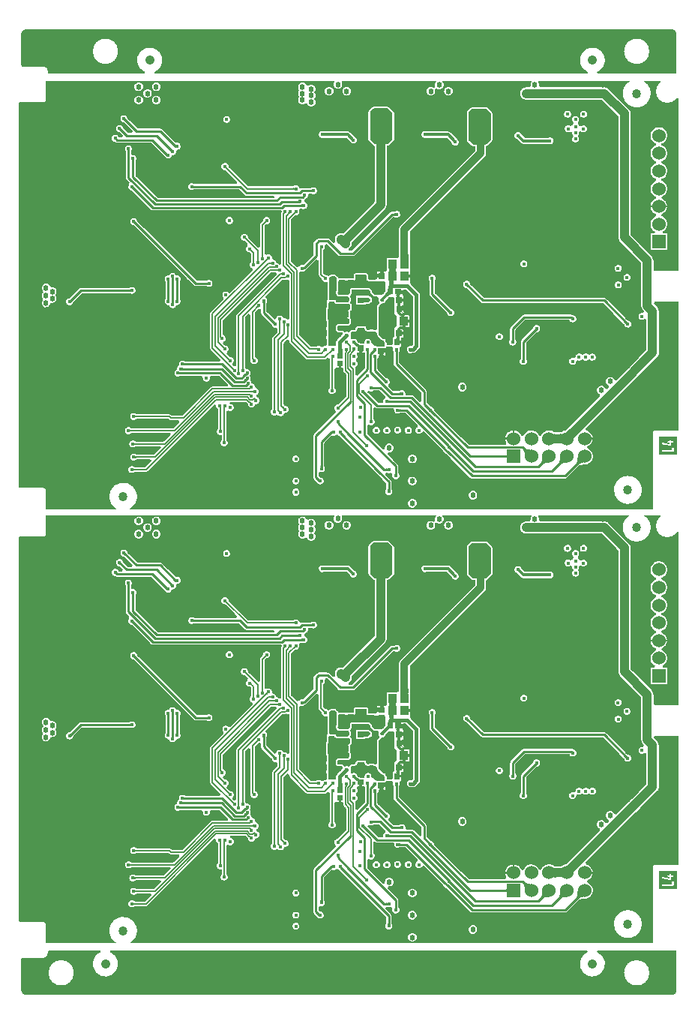
<source format=gbr>
*
%FSLAX26Y26*%
%MOIN*%
%ADD10C,0.008858*%
%ADD11R,0.024606X0.024606*%
%ADD12R,0.036417X0.036417*%
%ADD13C,0.017520*%
%ADD14C,0.040354*%
%ADD15C,0.024606*%
%ADD16C,0.012795*%
%ADD17C,0.012008*%
%ADD18C,0.005906*%
%ADD19C,0.020669*%
%ADD20C,0.016732*%
%ADD21C,0.060039*%
%ADD22R,0.060039X0.060039*%
%ADD23C,0.032480*%
%ADD24C,0.014764*%
%ADD25C,0.100394*%
%ADD26C,0.047244*%
%ADD27C,0.015748*%
%ADD28C,0.025591*%
%ADD29R,0.009875X0.009875*%
%ADD30C,0.003150*%
%ADD31C,0.041339*%
%IPPOS*%
%LNgbl*%
%LPD*%
G75*
G54D10*
X519685Y1527559D02*
X795276Y1251969D01*
X854331D01*
X1021654Y1653543D02*
X1259843D01*
X992126Y1683071D02*
X1021654Y1653543D01*
X777362Y1683071D02*
X992126D01*
X496063Y1722441D02*
X614173Y1604331D01*
X1167323D01*
X1179331Y1616339D01*
X1179134Y1588583D02*
X1188976Y1598425D01*
X512228Y1680685D02*
X604331Y1588583D01*
X1179134D01*
X515748Y1725394D02*
X621063Y1620079D01*
X1155512D01*
X1171457Y1636024D01*
X515748Y1725394D02*
Y1807087D01*
X496063Y1722441D02*
Y1850394D01*
X1811024Y716535D02*
Y770669D01*
X1687028Y894665D02*
Y958642D01*
Y894665D02*
X1811024Y770669D01*
X1511811Y751969D02*
X1546260Y717520D01*
Y579724D02*
Y717520D01*
Y579724D02*
X1685039Y440945D01*
X1645669Y728346D02*
X1748031D01*
X1661417Y744094D02*
X1755906D01*
X1667323Y762795D02*
X1711614D01*
X1572835Y857283D02*
X1667323Y762795D01*
X1755906Y744094D02*
X2015748Y484252D01*
X1748031Y728346D02*
X2039370Y437008D01*
X1740157Y708661D02*
X1916929Y531890D01*
X1602362Y708661D02*
X1740157D01*
X1097441Y1123031D02*
Y1175197D01*
Y1123031D02*
X1149606Y1070866D01*
X1269374Y1320555D02*
X1277248D01*
X1267717Y1318898D02*
X1269374Y1320555D01*
X1277248D02*
X1330709Y1374016D01*
Y1429134D01*
X1381890Y1440945D02*
X1437008Y1385827D01*
X1494094D02*
X1667323Y1559055D01*
X1437008Y1385827D02*
X1494094D01*
X1342520Y1440945D02*
X1381890D01*
X1330709Y1429134D02*
X1342520Y1440945D01*
X1529528Y1319882D02*
X1543307Y1306102D01*
X1560079D02*
X1561043Y1305138D01*
X1543307Y1306102D02*
X1560079D01*
X1543307Y1333661D02*
X1548409D01*
X1549890Y1335142D01*
X1559551D02*
X1561043Y1336634D01*
X1529528Y1319882D02*
X1543307Y1333661D01*
X1549890Y1335142D02*
X1559551D01*
X602362Y1889764D02*
X669291Y1822835D01*
X444882Y1889764D02*
X602362D01*
X488189Y1909449D02*
X622047D01*
X456693Y1940945D02*
X488189Y1909449D01*
X622047D02*
X692913Y1838583D01*
X637795Y1929134D02*
X704724Y1862205D01*
X531496Y1929134D02*
X637795D01*
X476378Y1984252D02*
X531496Y1929134D01*
X2251969Y992126D02*
X2311024Y1051181D01*
D03*
X2251969Y905512D02*
Y992126D01*
X2071063Y1177165D02*
X2610236D01*
X2716535Y1070866D01*
X2000000Y1248228D02*
X2071063Y1177165D01*
X2204724Y992126D02*
Y1051181D01*
X2255906Y1102362D01*
X2464567D01*
X2472441Y1094488D01*
X1838583Y688976D02*
X2003937Y523622D01*
X1835189Y692370D02*
X1838583Y688976D01*
X1811024Y716535D02*
X1835189Y692370D01*
X1916929Y530295D02*
Y531890D01*
Y530295D02*
X1921260Y525965D01*
X1913839Y505709D02*
X1915551D01*
X1903346Y516201D02*
X1913839Y505709D01*
X1915551D02*
X2023622Y397638D01*
X1903346Y516201D02*
Y517913D01*
X1921260Y523622D02*
X2027559Y417323D01*
X1732283Y688976D02*
X1903346Y517913D01*
X2027559Y417323D02*
X2377953D01*
X1921260Y523622D02*
Y525965D01*
X1692913Y688976D02*
X1732283D01*
X1572835Y938976D02*
X1592520Y958661D01*
X1572835Y857283D02*
Y938976D01*
X1560039Y871063D02*
Y959646D01*
X1511811Y822835D02*
X1560039Y871063D01*
X1511811Y811283D02*
Y822835D01*
X1511614Y811087D02*
X1511811Y811283D01*
X1171457Y1636024D02*
X1260417D01*
X1179331Y1616339D02*
X1191854D01*
X1260417Y1636024D02*
X1270583D01*
X1259843Y1653543D02*
X1269685Y1663386D01*
X1270583Y1636024D02*
X1278260Y1643701D01*
X1279528D01*
X1245213Y1616130D02*
X1251736D01*
X1217520Y1616264D03*
X1245079D01*
X1245213Y1616130D01*
X1188976Y1598425D02*
X1275591D01*
X1217445Y1616339D02*
X1217520Y1616264D01*
X1192004Y1616339D02*
X1217445D01*
X1191929Y1616264D02*
X1192004Y1616339D01*
X1191854D02*
X1191929Y1616264D01*
X1251736Y1616130D02*
X1252059Y1616453D01*
X1258185D02*
X1259843Y1618110D01*
X1252059Y1616453D02*
X1258185D01*
X1591535Y865157D02*
X1641732Y814961D01*
X1591535Y865157D02*
Y928150D01*
X1616272Y789240D02*
X1661417Y744094D01*
X1576642Y789240D02*
X1616272D01*
X2023622Y397638D02*
X2437008D01*
X2523622Y484252D01*
X2377953Y417323D02*
X2444882Y484252D01*
X2318898Y437008D02*
X2366142Y484252D01*
X2039370Y437008D02*
X2318898D01*
X2003937Y523622D02*
X2248031D01*
X2015748Y484252D02*
X2208661D01*
X2248031Y523622D02*
X2287402Y484252D01*
X1667323Y1559055D02*
X1688976D01*
X1846457Y1204724D02*
X1929134Y1122047D01*
X1846457Y1204724D02*
Y1275591D01*
X1269685Y1663386D02*
X1318898D01*
X1397638Y590551D02*
X1407480D01*
X1437008Y586614D02*
X1611220Y412402D01*
X1437008Y586614D02*
Y590551D01*
X1685039Y397638D02*
Y440945D01*
X1346457Y374016D02*
X1348425D01*
X1329724Y390748D02*
X1346457Y374016D01*
X1329724Y390748D02*
Y432087D01*
X1511614Y760157D02*
Y811087D01*
Y760157D02*
X1511811Y759961D01*
Y751969D02*
Y759961D01*
X1538386Y518701D02*
X1631890Y425197D01*
X1653543D01*
X1427165Y629921D02*
Y639764D01*
Y629921D02*
X1476378Y580709D01*
X1329724Y432087D02*
Y573819D01*
X1484252Y728346D01*
X1539370Y771654D02*
X1602362Y708661D01*
X1611220Y412402D02*
X1653543Y370079D01*
X1476378Y580709D02*
X1538386Y518701D01*
X1653543Y326772D02*
Y370079D01*
X1354331Y429134D02*
Y547244D01*
X1397638Y590551D01*
X1005709Y836417D02*
Y838130D01*
X976378Y830709D02*
X1000000D01*
X1017913Y848622D02*
X1023622Y854331D01*
X1016201Y848622D02*
X1017913D01*
X1000000Y830709D02*
X1005709Y836417D01*
Y838130D02*
X1016201Y848622D01*
X1007874Y814961D02*
X1023622Y830709D01*
X1027559Y807087D03*
X1019685Y799213D02*
X1027559Y807087D01*
X958232Y799213D02*
X1019685D01*
X904311Y853130D02*
X958232Y799213D01*
X904311Y853130D02*
X904543Y853362D01*
X716150D02*
X904543D01*
X968504Y814961D02*
X1007874D01*
X910417Y873047D02*
X968504Y814961D01*
X727961Y873047D02*
X910417D01*
X913386Y893701D02*
X976378Y830709D01*
X736220Y893701D02*
X913386D01*
X712598Y1173228D02*
Y1271654D01*
X692913Y1157480D02*
Y1283465D01*
X673228Y1173228D02*
Y1271654D01*
X704724Y1862205D02*
X712598D01*
X669291Y1822835D02*
X673228D01*
X437008Y1897638D02*
X444882Y1889764D01*
X2840480Y1751969D02*
X2854331D01*
X234252Y1170276D02*
X284449Y1220472D01*
X511811D01*
X1624016Y1084646D02*
Y1116142D01*
X1624035Y1116161D01*
X1575787Y788386D02*
X1576642Y789240D01*
X1466535Y956319D02*
Y958661D01*
X1432697Y1084646D02*
X1435039D01*
G54D11*
X1663780Y1176378D02*
Y1177953D01*
X1698425Y1176378D02*
Y1177953D01*
X1368504Y1243307D02*
Y1244882D01*
X1403150Y1243307D02*
Y1244882D01*
X1399213Y991339D02*
Y992913D01*
X1364567Y991339D02*
Y992913D01*
X1462992Y1113386D02*
Y1114961D01*
X1497638Y1113386D02*
Y1114961D01*
X1659843Y1215748D02*
Y1217323D01*
X1694488Y1215748D02*
Y1217323D01*
X1665748Y1137008D02*
Y1138583D01*
X1700394Y1137008D02*
Y1138583D01*
X1399213Y1070079D02*
Y1071654D01*
X1364567Y1070079D02*
Y1071654D01*
Y1030709D02*
Y1032283D01*
X1399213Y1030709D02*
Y1032283D01*
Y1156693D02*
Y1158268D01*
X1364567Y1156693D02*
Y1158268D01*
X1698425Y1030709D02*
Y1032283D01*
X1663780Y1030709D02*
Y1032283D01*
X1690551Y991339D02*
Y992913D01*
X1655906Y991339D02*
Y992913D01*
X1368504Y1207874D02*
Y1209449D01*
X1403150Y1207874D02*
Y1209449D01*
G54D12*
X1351378Y1112205D02*
Y1116142D01*
X1404528Y1112205D02*
Y1116142D01*
X1670276Y1336614D02*
Y1340551D01*
X1723425Y1336614D02*
Y1340551D01*
Y1281496D02*
Y1285433D01*
X1670276Y1281496D02*
Y1285433D01*
X1720472Y1082677D02*
Y1086614D01*
X1667323Y1082677D02*
Y1086614D01*
G54D13*
X1749961Y958661D03*
X1750020Y990177D03*
X2129921Y1119094D03*
X1766732Y853346D03*
X1573701Y591579D03*
X1526575Y592520D03*
X1711614Y762795D03*
X1070866Y1123031D03*
X1076772Y1155512D03*
X1097441Y1175197D03*
X1271654Y1130906D03*
X1188976D03*
X1125984Y1185039D03*
X1196850Y799213D03*
X1031496Y960630D03*
X1102362Y956693D03*
X1141732Y1039370D03*
X1149606Y1070866D03*
X1240157Y1570866D03*
X1216535D03*
X1267717Y1318898D03*
X1051181Y1334646D03*
X1070866Y1346457D03*
X1055118Y909449D03*
X984252Y1133858D03*
X1204724Y1066929D03*
X1188976Y1082677D03*
X1169291Y1094488D03*
X854331Y1251969D03*
X1204724Y1283465D03*
X1185039Y1295276D03*
X1169291Y1311024D03*
X1153543Y1326772D03*
X1137795Y1342520D03*
X1118110Y1366142D03*
X1251969Y1354331D03*
X1372028Y1273642D03*
X1354331Y1413386D03*
X1561043Y1305138D03*
Y1336634D03*
X1618110Y1440945D03*
X1655512Y1116181D03*
X1271654Y1377953D03*
X1303150D03*
X1718504Y1179134D03*
X1819732Y464421D03*
X2016583Y700642D03*
X2046110Y759697D03*
X2303858Y883701D03*
X2764614Y1488043D03*
X2616976Y1419146D03*
X2469339Y1448673D03*
X2075638Y1576626D03*
X1918157Y1301035D03*
X915354Y807087D03*
X2767717Y1216535D03*
X2779528Y1106299D03*
X2716535Y1070866D03*
X1750020Y1147657D03*
X1921260Y523622D03*
X1655512Y958661D03*
X1624016Y927165D03*
X1718504Y990157D03*
X1559055Y842520D03*
X1435079Y958661D03*
X1466535Y1305157D03*
X1787402Y1496063D03*
X1192913Y1570866D03*
X640748Y1640748D03*
X944882Y1531496D03*
X295276Y838583D03*
X293307Y1124016D03*
X1090551Y1362205D03*
X929134Y1200787D03*
X964567Y956693D03*
X2269685Y1553150D03*
X2476378Y1153543D03*
X2129921Y759843D03*
X2271654Y1078740D03*
X2417323Y1228346D03*
X2287402Y1405512D03*
X2251969Y1437008D03*
X2125984Y1413386D03*
X1901575Y1598425D03*
X1988189Y1440945D03*
X2094488Y1263780D03*
X1811024Y1082677D03*
X1948819Y992126D03*
X2082677Y940945D03*
X1881890Y826772D03*
X1838583Y688976D03*
X1740157Y763780D03*
X1403543Y1273661D03*
X1340531Y1084626D03*
X2688976Y1220472D03*
X1929134Y1122047D03*
X1688976Y1559055D03*
X2000000Y1248228D03*
X1846457Y1275591D03*
X2472441Y1094488D03*
X2204724Y992126D03*
X1145669Y681102D03*
X1173228Y677165D03*
X1192913Y692913D03*
X1687028Y958642D03*
X1453740Y848425D03*
X1641732Y850394D03*
X2145669Y1015748D03*
X2673862Y1245205D03*
X2712598Y1279528D03*
X2673228Y1318898D03*
X2688976Y1173228D03*
X2529528Y777559D03*
X2500000Y925197D03*
X2559055D03*
X2529528D03*
X2470472Y807087D03*
X2283465Y1338583D03*
X2253937D03*
X2470472Y905512D03*
X2391732Y807087D03*
X2041339Y1035433D03*
X2450787Y1003937D03*
X2440945Y905512D03*
X2149606Y1039370D03*
X2248031Y1031496D03*
X2311024Y1051181D03*
X2251969Y905512D03*
X1413386Y1475394D03*
X2578740Y1151575D03*
X2273622Y1240157D03*
X1692555Y790839D03*
X1787402Y763780D03*
X1592520Y1305118D03*
Y1336614D03*
X1624016D03*
X1240157Y1673228D03*
X1318898Y1663386D03*
X1279528Y1643701D03*
X777362Y1683071D03*
X1407480Y590551D03*
X1437008D03*
X1555118Y531496D03*
X1348425Y374016D03*
X1685039Y397638D03*
X1539370Y771654D03*
X1259843Y1618110D03*
X1275591Y1598425D03*
X925197Y1771654D03*
X1338583Y1271654D03*
X1023622Y854331D03*
Y830709D03*
X1027559Y807087D03*
X1043307Y716535D03*
X1062992Y732283D03*
X1043307Y791339D03*
X1059055Y771654D03*
X1043307Y751969D03*
X727961Y873047D03*
X716150Y853362D03*
X736220Y893701D03*
X712598Y1173228D03*
X692913Y1157480D03*
X673228Y1173228D03*
X712598Y1271654D03*
X692913Y1283465D03*
X673228Y1271654D03*
X925197Y708661D03*
X901575D03*
X1011811Y1456693D03*
X1035433Y1405512D03*
X1110236Y1531496D03*
X692913Y1838583D03*
X712598Y1862205D03*
X673228Y1822835D03*
X496063Y598425D03*
X519685Y661417D03*
X515748Y539370D03*
X519685Y480315D03*
X511811Y425197D03*
X2578740Y1200787D03*
X1404024Y959197D03*
X1373031Y959646D03*
X1341535D03*
X1418307Y848425D03*
X1401575Y775591D03*
X1435039Y1210630D03*
X1403583Y927165D03*
X519685Y1527559D03*
X511811Y1681102D03*
X476378Y1984252D03*
X456693Y1940945D03*
X437008Y1897638D03*
X496063Y1850394D03*
X515748Y1807087D03*
X948819Y909449D03*
X925197Y960630D03*
X913386Y1007874D03*
X1003937Y866142D03*
X984941Y850394D03*
X921260Y543307D03*
X905512Y594488D03*
X968504Y866142D03*
X1468504Y1452756D03*
X1460630Y1429134D03*
X1440945Y1448819D03*
X1750000Y1021693D03*
X1718504Y1116102D03*
X1718543Y1053150D03*
X1948819Y1879921D03*
X1592520Y958661D03*
X1560039Y959646D03*
X1624035Y1179154D03*
X1749980Y1116161D03*
X1787402Y1354331D03*
Y1279528D03*
X511811Y1220472D03*
X1763780Y1377953D03*
X980315Y641732D03*
X234252Y1170276D03*
X1591535Y928150D03*
X1795276Y877953D03*
X1787402Y598425D03*
X1740157D03*
X1692913Y600394D03*
X1240157Y324803D03*
Y374016D03*
Y472441D03*
X1340571Y1021673D03*
Y990177D03*
X1340551Y1147638D03*
X1718484Y1210650D03*
X1574803Y637795D03*
X1527559Y700787D03*
X1718524Y1242106D03*
X1529528Y1146654D03*
Y1116142D03*
X1591535D03*
X1561024D03*
X1582677Y2011811D03*
X1653543D03*
X2027559Y2003937D03*
X2098425D03*
X2519685D03*
X2448819D03*
X2484252Y1980315D03*
Y1948819D03*
Y1921260D03*
Y1893701D03*
X2519685Y1938976D03*
X2450787D03*
X2062992Y1988189D03*
Y1956693D03*
X2027559Y1938976D03*
X2098425Y1940945D03*
X2062992Y1917323D03*
Y1889764D03*
X1582677Y1944882D03*
X1653543D03*
X1618110Y1897638D03*
Y1925197D03*
Y1956693D03*
Y1988189D03*
X1529547Y927146D03*
X1498012D03*
X1498031Y895630D03*
X1750020Y1084665D03*
X1624016Y1305157D03*
X1718504Y1147598D03*
X1340551Y1179134D03*
Y1210630D03*
X1403543Y1305118D03*
X1529508Y1021634D03*
X1624035Y1116161D03*
X1655492Y1053169D03*
X1592520Y1242087D03*
X1466516Y1242106D03*
X1529547Y1242146D03*
X1598425Y766732D03*
X1575787Y788386D03*
X1427165Y639764D03*
Y698819D03*
X1500000Y960630D03*
X1525394Y657480D03*
X1692913Y688976D03*
X1645669Y728346D03*
X933071Y1980315D03*
X842520Y830709D03*
X948819Y700787D03*
X1641732Y814961D03*
X1645669Y598425D03*
X1598425D03*
X1653543Y326772D03*
Y425197D03*
X1354331Y429134D03*
X1340571Y1242106D03*
X2370079Y1885827D03*
X2228346Y1909449D03*
X1814961Y1913386D03*
X1496063Y1889764D03*
X1358268Y1913386D03*
X1539370Y287402D03*
X1460630D03*
X1435039Y1084646D03*
X1561024D03*
X1498031Y1147638D03*
X1561024D03*
X1498031Y1053150D03*
X1561024D03*
X1466535Y1084646D03*
X1592520D03*
X1466535Y1147638D03*
X1592520D03*
X1498031Y1179134D03*
X1561024D03*
X1466535Y1053150D03*
X1592520D03*
X1466535Y1179134D03*
X1592520D03*
X1498031Y1021654D03*
X1561024D03*
X1624016Y1084646D03*
X1435039Y1147638D03*
X1624016D03*
X1498031Y1210630D03*
X1561024D03*
X1466535Y1021654D03*
X1592520D03*
X1435039Y1053150D03*
X1624016D03*
X1435039Y1179134D03*
X1466535Y1210630D03*
X1592520D03*
X1498031Y990157D03*
X1561024D03*
X1435039Y1021654D03*
X1624016D03*
Y1210630D03*
X1466535Y990157D03*
Y958661D03*
G54D12*
X1527559Y1266732D02*
X1531496D01*
X1527559Y1319882D02*
X1531496D01*
G54D11*
X1618307Y985827D02*
X1619882D01*
X1618307Y951181D02*
X1619882D01*
X1483465Y1254331D02*
X1485039D01*
X1483465Y1288976D02*
X1485039D01*
X1444094D02*
X1445669D01*
X1444094Y1254331D02*
X1445669D01*
X1621260Y1250394D02*
X1622835D01*
X1621260Y1285039D02*
X1622835D01*
X1574016D02*
X1575591D01*
X1574016Y1250394D02*
X1575591D01*
X1436220Y896063D02*
X1437795D01*
X1436220Y930709D02*
X1437795D01*
X1528740Y1177559D02*
X1530315D01*
X1528740Y1212205D02*
X1530315D01*
X1528740Y964961D02*
X1530315D01*
X1528740Y999606D02*
X1530315D01*
X1528740Y1074409D02*
X1530315D01*
X1528740Y1039764D02*
X1530315D01*
G54D14*
X2755906Y2096457D03*
X2716535Y334646D03*
X472441Y305118D03*
G54D15*
X1670276Y1285291D02*
Y1336756D01*
X1671189Y1337669D01*
X1670276Y1285291D02*
X1671189Y1284378D01*
G54D16*
X1720472Y1051181D02*
Y1084646D01*
X1716535Y1088583D02*
Y1118110D01*
X1655512Y1096457D02*
X1656098Y1095870D01*
Y1097043D02*
X1657461Y1098406D01*
X1655512Y1096457D02*
X1656098Y1097043D01*
Y1115594D01*
Y1095870D02*
Y1097043D01*
Y1095870D02*
X1667323Y1084646D01*
X1655512Y1116181D02*
X1656098Y1115594D01*
X1698425Y1177165D02*
X1699488Y1178228D01*
X1717598D02*
X1718504Y1179134D01*
X1699488Y1178228D02*
X1717598D01*
X1694488Y1216535D02*
X1699469Y1211551D01*
X1694488Y1183465D02*
X1696850Y1181102D01*
X1694488Y1183465D02*
Y1215748D01*
X1698425Y1177165D02*
X1698461Y1177130D01*
Y1139728D02*
Y1177130D01*
Y1139728D02*
X1700394Y1137795D01*
X1657461Y1098406D02*
Y1116161D01*
X1657539D01*
G54D17*
X1696850Y1122047D02*
Y1134252D01*
G54D16*
X1700394Y1137795D01*
G54D17*
X1696850Y1122047D02*
X1704724Y1114173D01*
X1712598D01*
G54D16*
X1749980Y1116161D02*
X1750886Y1117063D01*
Y1120406D01*
X1751969Y1121488D02*
Y1144429D01*
X1750886Y1120406D02*
X1751969Y1121488D01*
X1750020Y1146378D02*
X1751969Y1144429D01*
X1750020Y1146378D02*
Y1147657D01*
X1693701Y996063D02*
Y1026772D01*
X1698425Y1031496D01*
G54D17*
X1703768Y1055118D02*
X1716535D01*
X1696850Y1048201D02*
X1703768Y1055118D01*
X1696850Y1033071D02*
Y1048201D01*
G54D16*
Y1033071D02*
X1698425Y1031496D01*
X1716535Y1088583D02*
X1720472Y1084646D01*
X1631130Y957087D02*
X1632705Y958661D01*
X1625787Y957087D02*
X1631130D01*
X1619882Y951181D02*
X1625787Y957087D01*
X1632705Y958661D02*
X1655512D01*
X1619094Y951181D02*
X1623110Y947165D01*
Y928071D02*
Y947165D01*
Y928071D02*
X1624016Y927165D01*
X1446063Y1289370D02*
X1451575Y1294882D01*
X1445669Y1288976D02*
X1446063Y1289370D01*
X1486220D01*
X1445276D02*
X1446063D01*
X1465630Y1304252D02*
X1466535Y1305157D01*
X1460157Y1304252D02*
X1465630D01*
X1451575Y1294882D02*
Y1295669D01*
X1444882Y1288976D02*
X1445669D01*
X1451575Y1295669D02*
X1460157Y1304252D01*
X1594488Y1289370D02*
X1623110D01*
X1579134D02*
X1594488D01*
Y1299807D01*
X1592520Y1305118D02*
X1593425Y1304213D01*
Y1300874D02*
Y1304213D01*
Y1300874D02*
X1594488Y1299807D01*
X1623110Y1289370D02*
Y1304252D01*
Y1286102D02*
Y1289370D01*
X1624016D01*
X1574803Y1285039D02*
X1579134Y1289370D01*
X1444882Y1288976D02*
X1445276Y1289370D01*
X1946457Y1883563D02*
Y1884941D01*
X1948819Y1879921D02*
Y1881201D01*
X1918012Y1913386D02*
X1946457Y1884941D01*
Y1883563D02*
X1948819Y1881201D01*
X1814961Y1913386D02*
X1918012D01*
X1717583Y1211551D02*
X1718484Y1210650D01*
X1699469Y1211551D02*
X1717583D01*
X1526181Y970866D02*
X1532480Y964567D01*
X1520972Y970866D02*
X1526181D01*
X1514618Y977217D02*
X1520972Y970866D01*
X1498031Y990157D02*
X1510972Y977217D01*
X1514618D01*
X1529528Y927165D02*
Y964961D01*
Y927165D02*
X1529547Y927146D01*
X1623110Y1304252D02*
X1624016Y1305157D01*
X1622047Y1285039D02*
X1623110Y1286102D01*
X1688583Y1222441D02*
X1694488Y1216535D01*
Y1215748D02*
Y1216535D01*
Y1215748D02*
X1700394Y1209843D01*
X1662323Y1134370D02*
X1665748Y1137795D01*
X1660390Y1132437D02*
X1662323Y1134370D01*
X1657539Y1116161D02*
X1662323Y1120945D01*
Y1134370D01*
X1660390Y1122953D02*
Y1132437D01*
X1659488Y1122047D02*
X1660390Y1122953D01*
X1655512Y1072835D02*
X1667323Y1084646D01*
X1655512Y1053189D02*
Y1072835D01*
X1655492Y1053169D02*
X1655512Y1053189D01*
X1621260Y1250394D02*
X1622047D01*
X1596591Y1239295D02*
X1610161D01*
X1593799Y1242087D02*
X1596591Y1239295D01*
X1592520Y1242087D02*
X1593799D01*
X1610161Y1239295D02*
X1621260Y1250394D01*
X1456988Y1243012D02*
X1465614D01*
X1466516Y1242106D01*
X1444882Y1254331D02*
X1445669D01*
X1456988Y1243012D01*
X1469370Y1248937D02*
X1478858D01*
X1484252Y1254331D01*
X1468465Y1248031D02*
X1469370Y1248937D01*
X1529528Y1266732D02*
X1529547Y1266713D01*
Y1242146D02*
Y1266713D01*
X2251969Y1885827D02*
X2370079D01*
X2228346Y1909449D02*
X2251969Y1885827D01*
X1358268Y1913386D02*
X1472441D01*
X1496063Y1889764D01*
G54D18*
X1350394Y1299213D02*
X1350883Y1296203D01*
X1352300Y1293502D01*
X1353177Y1292492D01*
X1047244Y1125984D02*
X1076772Y1155512D01*
X1047933Y953823D02*
Y967437D01*
X1047244Y953134D02*
X1047933Y953823D01*
X1047244Y968126D02*
X1047933Y967437D01*
X1055118Y909449D02*
Y910264D01*
X1047244Y968126D02*
Y1125984D01*
Y918138D02*
X1055118Y910264D01*
X1047244Y918138D02*
Y953134D01*
X1003937Y1106299D02*
X1176476Y1278839D01*
X984941Y1106988D02*
X1172539Y1294587D01*
X1176476Y1278839D02*
X1191846D01*
X1003937Y866142D02*
Y1106299D01*
X1191846Y1278839D02*
X1194453Y1281445D01*
X1021890Y736220D02*
X1032421Y725689D01*
X885827Y736220D02*
X1021890D01*
X574803Y425197D02*
X885827Y736220D01*
X614173Y480315D02*
X881890Y748031D01*
X1024000D02*
X1036500Y735531D01*
X881890Y748031D02*
X1024000D01*
X1042492Y751969D02*
X1043307D01*
X1034618Y759843D02*
X1042492Y751969D01*
X877953Y759843D02*
X1034618D01*
X657480Y539370D02*
X877953Y759843D01*
X874016Y771654D02*
X1059055D01*
X700787Y598425D02*
X874016Y771654D01*
X1042492Y791339D02*
X1043307D01*
X1034618Y783465D02*
X1042492Y791339D01*
X740157Y653543D02*
X870079Y783465D01*
X1034618D01*
X1169291Y1031496D02*
Y1094488D01*
X1145669Y681102D02*
Y1007874D01*
X1169291Y1031496D01*
X1188976Y1027559D02*
Y1059433D01*
X1188287Y1060122D02*
X1188976Y1059433D01*
X1188287Y1081988D02*
X1188976Y1082677D01*
X1161417Y689791D02*
Y1000000D01*
X1188976Y1027559D01*
X1188287Y1060122D02*
Y1081988D01*
X1204724Y1019685D02*
Y1066929D01*
X1176476Y991437D02*
X1204724Y1019685D01*
X1176476Y709350D02*
Y991437D01*
Y709350D02*
X1192913Y692913D01*
X1161417Y689791D02*
X1173228Y677980D01*
Y677165D02*
Y677980D01*
X1244094Y1019685D02*
X1303150Y960630D01*
X1244094Y1019685D02*
Y1311024D01*
X1208661Y1346457D02*
X1244094Y1311024D01*
X1196850Y1338583D02*
X1232283Y1303150D01*
Y1007874D02*
Y1303150D01*
Y1007874D02*
X1299213Y940945D01*
X1220472Y1290961D02*
Y1295276D01*
Y1059433D02*
X1221161Y1060122D01*
Y1290272D01*
X1220472Y996063D02*
Y1059433D01*
Y1290961D02*
X1221161Y1290272D01*
X1185039Y1330709D02*
X1220472Y1295276D01*
Y996063D02*
X1291339Y925197D01*
X1208661Y1346457D02*
Y1539370D01*
X1240157Y1570866D01*
X1196850Y1338583D02*
Y1551181D01*
X1216535Y1570866D01*
X1185039Y1562177D02*
X1192913Y1570051D01*
X1185039Y1330709D02*
Y1562177D01*
X1192913Y1570051D02*
Y1570866D01*
X1035433Y1405512D02*
X1051181Y1389764D01*
Y1334646D02*
Y1389764D01*
X1011811Y1456693D02*
X1070866Y1397638D01*
Y1346457D02*
Y1397638D01*
X870079Y964567D02*
Y1118110D01*
X1118110Y1366142D01*
X1090551Y1511811D02*
X1110236Y1531496D01*
X1090551Y1362205D02*
Y1511811D01*
X984941Y850394D02*
Y1106988D01*
X1184350Y1294587D02*
X1185039Y1295276D01*
X1172539Y1294587D02*
X1184350D01*
X1299213Y940945D02*
X1354331D01*
X1303150Y960630D02*
X1342520D01*
X1350394Y1299213D02*
Y1406307D01*
Y1297150D02*
Y1299213D01*
X1194453Y1281445D02*
X1202705D01*
X1204724Y1283465D01*
X905512Y1090551D02*
X1125295Y1310335D01*
X1168602D01*
X1169291Y1311024D01*
X893701Y1098425D02*
X1121358Y1326083D01*
X1152854D01*
X1153543Y1326772D01*
X1118110Y1342520D02*
X1137795D01*
X881890Y1106299D02*
X1118110Y1342520D01*
X1353177Y1292492D02*
X1372028Y1273642D01*
X1350394Y1406307D02*
X1354331Y1410244D01*
Y1413386D01*
X1522933Y764846D02*
Y778461D01*
Y806398D01*
X1559055Y842520D01*
X881890Y976378D02*
Y1106299D01*
X893701Y992126D02*
Y1098425D01*
X905512Y1015748D02*
Y1090551D01*
X925197Y1771654D02*
X1023622Y1673228D01*
X1240157D01*
X1555118Y531496D03*
X1496063Y590551D02*
X1555118Y531496D01*
X1428071Y699724D02*
X1474409Y746063D01*
X1460500Y866272D02*
X1474409Y852362D01*
Y746063D02*
Y852362D01*
X1496063Y590551D02*
Y870079D01*
X1484252Y728346D02*
Y862205D01*
X1471528Y874929D02*
X1484252Y862205D01*
X1460500Y866272D02*
Y942925D01*
X1466535Y948961D01*
Y958661D01*
X1471528Y874929D02*
Y939890D01*
X1471457Y939961D02*
X1471528Y939890D01*
X1500000Y956693D02*
Y960630D01*
X1481370Y884772D02*
X1496063Y870079D01*
X1481370Y884772D02*
Y935953D01*
X1493110Y947693D01*
Y949803D02*
X1500000Y956693D01*
X1493110Y947693D02*
Y949803D01*
X1500000Y956299D02*
Y956693D01*
X1522933Y764846D02*
X1574803Y712976D01*
Y637795D02*
Y712976D01*
X1032421Y725689D02*
X1034154D01*
X1043307Y716535D01*
X1050114Y735531D02*
X1054929Y740346D01*
X1036500Y735531D02*
X1050114D01*
X1054929Y740346D02*
X1062992Y732283D01*
X924508Y709350D02*
X925197Y708661D01*
X921949Y709350D02*
X924508D01*
X906496Y595472D02*
Y703740D01*
X901575Y708661D02*
X906496Y703740D01*
X685039Y653543D02*
X740157D01*
X677165Y661417D02*
X685039Y653543D01*
X519685Y661417D02*
X677165D01*
X496063Y598425D02*
X700787D01*
X515748Y539370D02*
X657480D01*
X511811Y425197D02*
X574803D01*
X519685Y480315D02*
X614173D01*
X1291339Y925197D02*
X1370024D01*
X1354331Y940945D02*
X1370079Y956693D01*
X1370024Y925197D02*
X1404024Y959197D01*
X1401575Y773622D02*
Y846835D01*
X1400886Y847524D02*
Y861138D01*
Y847524D02*
X1401575Y846835D01*
Y925157D02*
X1403583Y927165D01*
X1401575Y861827D02*
Y925157D01*
X1400886Y861138D02*
X1401575Y861827D01*
X881890Y976378D02*
X948819Y909449D01*
X893701Y992126D02*
X925197Y960630D01*
X905512Y1015748D02*
X913386Y1007874D01*
X870079Y964567D02*
X968504Y866142D01*
X921260Y543307D02*
X921949Y543996D01*
Y709350D01*
X905512Y594488D02*
X906496Y595472D01*
X1471457Y939961D02*
X1483268Y951772D01*
Y973425D01*
X1466535Y990157D02*
X1483268Y973425D01*
G54D19*
X1531496Y1177165D02*
Y1178346D01*
X1529508Y1039744D02*
X1529528Y1039764D01*
X1529508Y1021634D02*
Y1039744D01*
X1531496Y1178346D02*
X1532283Y1179134D01*
X1561024D01*
G54D20*
X1750114Y958811D02*
X1761961D01*
X1776504Y973354D02*
Y1200661D01*
X1749961Y958661D02*
X1750114Y958811D01*
X1761961D02*
X1776504Y973354D01*
X1403394Y1244339D02*
Y1273508D01*
X1403150Y1244094D02*
X1403394Y1244339D01*
Y1273508D02*
X1403543Y1273661D01*
X1435079Y958661D02*
Y990197D01*
X1466535Y1021654D01*
X1437008Y930709D02*
Y958661D01*
X1660756Y1241980D02*
Y1245008D01*
Y1217449D02*
Y1241980D01*
X1718650D02*
X1735185D01*
X1664524Y1277657D02*
X1670276Y1283409D01*
X1735185Y1241980D02*
X1776504Y1200661D01*
X1660756Y1241980D02*
X1718398D01*
X1664524Y1248776D02*
Y1277657D01*
X1660756Y1245008D02*
X1664524Y1248776D01*
G54D21*
X2854331Y1673228D03*
Y1751969D03*
Y1830709D03*
Y1515748D03*
Y1594488D03*
Y1909449D03*
X2208661Y562992D03*
X2287402Y484252D03*
Y562992D03*
X2366142Y484252D03*
Y562992D03*
X2444882Y484252D03*
Y562992D03*
X2523622Y484252D03*
Y562992D03*
G54D22*
X2854331Y1437008D03*
X2208661Y484252D03*
G54D15*
X1877953Y2133858D03*
X2303150D03*
X895669Y265748D03*
X908465Y1646654D03*
X393701Y324803D03*
X196850Y334646D03*
X147638D03*
X167323Y364173D03*
X206693Y2066929D03*
X177165Y2037402D03*
X118110Y1978346D03*
X541339Y2125984D03*
X620079D03*
X580709Y2096457D03*
X157480Y1216535D03*
X129921Y1232283D03*
Y1196850D03*
X157480Y1185039D03*
X129921Y1165354D03*
X1980315Y791339D03*
X1807087Y1007874D03*
X2598425Y777559D03*
X2637795Y816929D03*
X1655906Y521654D03*
X1348425Y324803D03*
X2027559Y311024D03*
X2629921Y1842520D03*
X1958661Y383858D03*
X2641732Y696850D03*
X2775591Y629921D03*
X2677165Y531496D03*
Y921260D03*
X2372047Y639764D03*
X1958661Y1998031D03*
X1505906Y1988189D03*
X1545276Y2076772D03*
X1031496Y358268D03*
X1185039Y507874D03*
X1287402Y606299D03*
X1437008Y779528D03*
X1663386Y1611220D03*
X2110236Y578740D03*
X1766142Y525591D03*
X1387795Y291339D03*
X1437008Y507874D03*
X980315Y704724D03*
X1023622Y669291D03*
X1271654Y854331D03*
X1255906Y885827D03*
X688976Y1919291D03*
X738189Y1722441D03*
X551181Y2007874D03*
Y1958661D03*
X147638Y2007874D03*
X787402D03*
X1072835Y2017717D03*
X1190945D03*
X1131890Y1968504D03*
X1279528Y2017717D03*
X1348425Y2027559D03*
X1259843Y1958661D03*
X1309055Y1889764D03*
Y1781496D03*
X1220472Y1899606D03*
X1131890D03*
X984252Y1909449D03*
X1070866Y1917323D03*
X1210630Y1722441D03*
X1387795Y1811024D03*
Y1712598D03*
X1545276Y1702756D03*
X2224409Y2027559D03*
X2185039D03*
X2145669D03*
X2194882Y1840551D03*
X1988189Y1692913D03*
X1840551Y1811024D03*
Y1712598D03*
X1702756D03*
X1761811Y1771654D03*
Y1830709D03*
Y1889764D03*
X1692913Y1948819D03*
X1801181Y2027559D03*
X1751969D03*
X1702756D03*
X1960630Y2141732D03*
X2192913Y2137795D03*
X2401575Y2141732D03*
X2372047Y1978346D03*
X2755906Y1988189D03*
X2608268Y1909449D03*
Y1968504D03*
X2568898Y2017717D03*
X2411417Y1692913D03*
X2263780Y1811024D03*
Y1712598D03*
X2155512D03*
X2135827Y1938976D03*
X2185039Y1889764D03*
X2578740Y1712598D03*
X2606299Y2133858D03*
X2826772D03*
X2913386Y1919291D03*
X2921260Y1748031D03*
X2629921Y1771654D03*
X2529528Y1574803D03*
X2740157Y1314961D03*
X2913386Y1342520D03*
X2529528Y964567D03*
X2716535Y885827D03*
Y1102362D03*
X2590551Y1094488D03*
X2913386Y1129921D03*
Y921260D03*
X2923228Y629921D03*
X2795276Y433071D03*
Y259843D03*
X2673228D03*
X2391732Y265748D03*
X2118110Y259843D03*
X1795276D03*
X1476378D03*
X1181102D03*
X580709Y265748D03*
X364173D03*
X625984Y354331D03*
X570866Y385827D03*
X685039Y389764D03*
X795276Y531496D03*
X578740Y779528D03*
X718504Y679134D03*
X639764Y826772D03*
X551181Y866142D03*
X757874Y935039D03*
X740157Y1023622D03*
X757874Y1161417D03*
X561024Y1190945D03*
Y1269685D03*
X625984Y1244094D03*
X748031Y1456693D03*
X566929Y1582677D03*
X748031Y1562992D03*
X1013780Y1555118D03*
X1919291Y2106299D03*
X1840551D03*
X1309055Y2116142D03*
Y2057087D03*
Y2086614D03*
X1269685Y2066929D03*
Y2096457D03*
Y2125984D03*
X1427165Y2135827D03*
X1466535Y2106299D03*
X1387795D03*
X2342520Y2096457D03*
X2263780D03*
X1757874Y472441D03*
Y275591D03*
Y374016D03*
X620079Y2066929D03*
X541339D03*
X1787402Y2141732D03*
X1551181D03*
X1342520Y2137795D03*
X964567D03*
X748031Y2141732D03*
X401575Y2137795D03*
X236220Y2129921D03*
X147638Y2066929D03*
X226378Y1230315D03*
X177165Y265748D03*
X127953Y383858D03*
X118110Y2037402D03*
X125984Y437008D03*
G54D14*
X2700787Y1456693D02*
X2803150Y1354331D01*
Y1153185D02*
Y1354331D01*
Y1153185D02*
X2826772Y1129559D01*
Y944882D02*
Y1129559D01*
X2752953Y871063D02*
X2826772Y944882D01*
X2444882Y562992D02*
X2731299Y849409D01*
X2731618D01*
X2752953Y870744D02*
Y871063D01*
X2731618Y849409D02*
X2752953Y870744D01*
X2342520Y2096457D02*
X2612205D01*
X2263780D02*
X2342520D01*
X2700787Y1456693D02*
Y2007874D01*
X2612205Y2096457D02*
X2700787Y2007874D01*
X2366142Y562992D02*
X2444882D01*
X1444882Y1444882D02*
X1460630D01*
X1440945D02*
X1444882D01*
X1460630Y1429134D01*
X1440945Y1448819D02*
X1444882Y1444882D01*
X1460630D02*
X1468504Y1452756D01*
X1618110Y1602362D01*
Y1897638D01*
Y1925197D01*
G54D23*
X2062992Y1889764D02*
Y1917323D01*
X1723425Y1491142D02*
X2062992Y1830709D01*
Y1889764D01*
X1723425Y1338583D02*
Y1491142D01*
X2062992Y1956693D02*
Y1988189D01*
Y1917323D02*
Y1956693D01*
G54D24*
X1622441Y1179134D02*
X1654134Y1210827D01*
X1622047Y1179134D02*
X1622441D01*
X1659843Y1215748D02*
Y1216535D01*
X1654921Y1210827D02*
X1659843Y1215748D01*
X1654134Y1210827D02*
X1654921D01*
G36*
X9543Y2054952D02*
G02X12012Y2057421I2469J0D01*
G01X118555D01*
G02X119076Y2057476I780J-4878D01*
G03X126997Y2063453I-913J9446D01*
G01X522146D01*
G02X522159Y2063188I-4923J-378D01*
G01X524990Y2056264D01*
X525251Y2055874D01*
X530328Y2050797D01*
X530400Y2050740D01*
X537065Y2047926D01*
X537525Y2047835D01*
X545152D01*
X545620Y2047928D01*
X552096Y2050641D01*
X557432Y2055883D01*
X557691Y2056270D01*
X560501Y2063053D01*
X560502Y2063453D01*
X600886D01*
G02X600899Y2063188I-4923J-378D01*
G01X603730Y2056264D01*
X603991Y2055874D01*
X609068Y2050797D01*
X609140Y2050740D01*
X615805Y2047926D01*
X616265Y2047835D01*
X623892D01*
X624361Y2047928D01*
X630836Y2050641D01*
X636172Y2055883D01*
X636431Y2056270D01*
X639241Y2063053D01*
X639242Y2063453D01*
X1250492D01*
G02X1250505Y2063188I-4923J-378D01*
G01X1253337Y2056264D01*
X1253597Y2055874D01*
X1258675Y2050797D01*
X1258746Y2050740D01*
X1265411Y2047926D01*
X1265871Y2047835D01*
X1273499D01*
X1273967Y2047928D01*
X1280491Y2050664D01*
X1281069Y2051160D01*
G02X1283300Y2051699I1629J-1855D01*
G01X1290145Y2049979D01*
G02X1291828Y2048521I-602J-2394D01*
G01X1292521Y2046853D01*
G03X1293975Y2045029I2325J362D01*
G01X1298060Y2040960D01*
X1298460Y2040701D01*
X1304890Y2038037D01*
X1305357Y2037944D01*
X1312753D01*
X1313221Y2038037D01*
X1319650Y2040701D01*
G02X1319733Y2040749I2517J-4248D01*
G01X1320123Y2041025D01*
G02X1320907Y2041808I3858J-3081D01*
G01X1325152Y2046045D01*
X1325418Y2046442D01*
X1328179Y2053101D01*
X1328232Y2053297D01*
Y2060734D01*
X1328155Y2061122D01*
X1325374Y2067831D01*
X1323165Y2070119D01*
G02X1323174Y2073596I1758J1733D01*
G01X1325234Y2075697D01*
X1325428Y2075988D01*
X1328154Y2082569D01*
X1328245Y2083028D01*
X1328243Y2090203D01*
X1328150Y2090669D01*
X1325422Y2097251D01*
X1325228Y2097541D01*
G02X1324936Y2097824I3291J3682D01*
G02X1324526Y2098279I3455J3528D01*
G01X1323189Y2099620D01*
G02X1322906Y2102799I1735J1756D01*
G01X1368602D01*
G02X1368611Y2102640I-4925J-348D01*
G01X1368621Y2102585D01*
X1371447Y2095637D01*
X1371706Y2095250D01*
X1376665Y2090287D01*
G03X1398561Y2089994I11181J17231D01*
G01X1403893Y2095256D01*
X1404153Y2095646D01*
X1406959Y2102436D01*
X1447422D01*
X1450187Y2095637D01*
X1450446Y2095250D01*
X1455406Y2090287D01*
G03X1477301Y2089994I11181J17228D01*
G01X1482633Y2095256D01*
X1482893Y2095646D01*
X1485699Y2102436D01*
X1821388D01*
X1824194Y2095646D01*
X1824454Y2095256D01*
X1829785Y2089994D01*
X1829853Y2089956D01*
X1836393Y2087276D01*
X1836724Y2087210D01*
X1844378D01*
X1844709Y2087276D01*
G02X1845414Y2087539I2071J-4482D01*
G01X1851233Y2089950D01*
X1851463Y2090081D01*
X1856641Y2095250D01*
X1856900Y2095637D01*
X1859734Y2102608D01*
G02X1859744Y2102799I4935J-159D01*
G01X1900098D01*
G02X1900108Y2102608I-4925J-350D01*
G01X1902943Y2095637D01*
X1903202Y2095250D01*
X1908161Y2090287D01*
G03X1930057Y2089994I11181J17228D01*
G01X1933623Y2093533D01*
G03X1936124Y2096789I-2646J4620D01*
G02X1936559Y2097839I4750J-1356D01*
G02X1936984Y2098864I4744J-1368D01*
G01X1938455Y2102436D01*
X2237162D01*
G03X2262866Y2069171I26636J-5981D01*
G01X2599915Y2069171D01*
G02X2601934Y2068123I0J-2469D01*
G02X2602816Y2067231I-3042J-3889D01*
G01X2669166Y2000877D01*
X2535322D01*
X2535319Y2006990D01*
X2533531Y2011370D01*
G03X2532002Y2013705I-3402J-560D01*
G02X2531602Y2014148I3457J3525D01*
G01X2528576Y2017156D01*
X2528342Y2017290D01*
X2523157Y2019438D01*
X2522690Y2019531D01*
X2516681D01*
X2516213Y2019438D01*
X2511007Y2017282D01*
X2510950Y2017250D01*
X2507369Y2013706D01*
G03X2505860Y2011442I1862J-2875D01*
G02X2505435Y2010418I-4743J1372D01*
G01X2504075Y2007142D01*
X2504035Y2001081D01*
X2464456D01*
X2464453Y2006990D01*
X2462665Y2011370D01*
G03X2461137Y2013705I-3404J-561D01*
G02X2460735Y2014150I3457J3525D01*
G01X2457713Y2017156D01*
X2457479Y2017290D01*
X2452291Y2019439D01*
X2451824Y2019531D01*
X2445814D01*
X2445347Y2019438D01*
X2440141Y2017282D01*
X2440084Y2017250D01*
X2436503Y2013706D01*
G03X2434884Y2011107I1386J-2666D01*
G02X2434569Y2010418I-4633J1707D01*
G01X2433224Y2007184D01*
G02X2433200Y2007022I-4894J652D01*
G02X2433181Y2006892I-4897J630D01*
G02X2433169Y2006692I-4934J198D01*
G01X2114064D01*
X2114063Y2006887D01*
G02X2114039Y2007054I4873J798D01*
G02X2113825Y2007861I4650J1663D01*
G01X2113295Y2010522D01*
X2113092Y2010986D01*
X2111480Y2013329D01*
G02X2110674Y2014138I3074J3870D01*
G01X2091897Y2032866D01*
G02X2091417Y2033219I2683J4145D01*
G01X2089562Y2034444D01*
X2089265Y2034555D01*
X2086779Y2035009D01*
X2023189Y2034997D01*
X2020762Y2034486D01*
X2020548Y2034379D01*
X2017981Y2032572D01*
X2002453Y2016975D01*
X2000923Y2014607D01*
G02X2000811Y2013991I-4905J570D01*
G02X2000681Y2013373I-4888J714D01*
G01X2000369Y2011693D01*
Y1889848D01*
G02X2000469Y1889183I-4820J-1071D01*
G01X2000890Y1887054D01*
X2000927Y1886939D01*
G02X2001115Y1886603I-4211J-2578D01*
G01X2002775Y1884205D01*
X2004189Y1882795D01*
X1964464D01*
X1964368Y1883278D01*
X1962180Y1888553D01*
X1961916Y1888949D01*
X1957761Y1893104D01*
X1957501Y1893260D01*
G02X1956131Y1894374I775J2353D01*
G01X1927774Y1922785D01*
X1923403Y1925764D01*
X1923170Y1925878D01*
X1917956Y1926946D01*
X1823402D01*
G02X1822146Y1927290I0J2469D01*
G02X1821336Y1927685I1749J4617D01*
G01X1818475Y1928869D01*
X1818007Y1928961D01*
X1811912D01*
X1811443Y1928868D01*
X1806257Y1926713D01*
X1806192Y1926677D01*
X1802630Y1923137D01*
G03X1801126Y1920876I1871J-2874D01*
G02X1800702Y1919853I-4745J1367D01*
G01X1799414Y1916744D01*
X1799316Y1916258D01*
Y1910528D01*
X1676798D01*
Y2009939D01*
X1676209Y2012707D01*
G02X1676063Y2012980I4276J2469D01*
G01X1674446Y2015336D01*
X1654825Y2034904D01*
X1652730Y2036317D01*
X1652294Y2036500D01*
X1649943Y2036985D01*
X1649693Y2037011D01*
X1586527D01*
X1586277Y2036985D01*
X1583927Y2036500D01*
X1583506Y2036323D01*
X1581141Y2034683D01*
G02X1580527Y2034095I-3707J3261D01*
G01X1565407Y2018897D01*
X1564089Y2016923D01*
G02X1564019Y2016785I-4434J2173D01*
G01X1563879Y2016448D01*
X1563358Y2013644D01*
Y1983190D01*
X948715D01*
X948618Y1983677D01*
X946430Y1988952D01*
X946247Y1989226D01*
G02X946008Y1989505I3630J3347D01*
G01X942114Y1993406D01*
G02X941835Y1993607I2744J4105D01*
G01X941754Y1993654D01*
X936581Y1995800D01*
X936113Y1995894D01*
X930033D01*
X929565Y1995800D01*
X924332Y1993624D01*
G02X924282Y1993585I-3048J3884D01*
G01X919896Y1989227D01*
X919712Y1988951D01*
X917499Y1983553D01*
X917426Y1983189D01*
Y1977469D01*
X499504D01*
X493094Y1983881D01*
G02X492025Y1986467I1399J2092D01*
G02X491998Y1987258I4906J559D01*
G01X491960Y1987450D01*
G02X491839Y1987816I4626J1726D01*
G01X489722Y1992931D01*
X489574Y1993157D01*
X486049Y1996707D01*
G03X466735Y1996730I-9672J-12717D01*
G02X465950Y1995947I-3857J3083D01*
G01X463642Y1993646D01*
G03X462365Y1991235I2285J-2754D01*
G02X462113Y1990706I-4574J1860D01*
G01X460825Y1987595D01*
X460730Y1987120D01*
Y1981385D01*
X460821Y1980926D01*
X463093Y1975450D01*
X463243Y1975256D01*
X467316Y1971183D01*
X467710Y1970919D01*
X472955Y1968731D01*
X473277Y1968658D01*
G02X474270Y1968612I267J-4935D01*
G02X476705Y1967555I378J-2462D01*
G02X477425Y1966835I-3111J-3835D01*
G01X514231Y1930062D01*
G02X514783Y1927354I-1729J-1762D01*
G01X512805Y1922584D01*
G02X510509Y1921061I-2281J946D01*
G01X493934D01*
G02X492178Y1921796I0J2469D01*
G01X473402Y1940572D01*
G02X472338Y1943149I1403J2088D01*
G02X472311Y1943958I4905J564D01*
G01X472243Y1944300D01*
X470529Y1948432D01*
G03X469022Y1950698I-3373J-609D01*
G02X468621Y1951144I3465J3518D01*
G01X465621Y1954140D01*
X465382Y1954278D01*
X460213Y1956425D01*
X459744Y1956518D01*
X453638D01*
X453169Y1956425D01*
X447986Y1954269D01*
X447922Y1954234D01*
X444364Y1950698D01*
G03X442857Y1948432I1872J-2880D01*
G02X442432Y1947409I-4744J1368D01*
G01X441144Y1944301D01*
X441047Y1943819D01*
X441059Y1937899D01*
X442846Y1933510D01*
G03X444373Y1931178I3406J563D01*
G02X444774Y1930733I-3460J-3523D01*
G01X447741Y1927775D01*
X453251Y1925433D01*
X453562Y1925363D01*
G02X454567Y1925317I276J-4935D01*
G02X457001Y1924263I378J-2462D01*
G02X457721Y1923544I-3108J-3837D01*
G01X470936Y1910364D01*
G02X471469Y1907661I-1743J-1748D01*
G01X469510Y1902932D01*
G02X467228Y1901405I-2282J942D01*
G01X454035D01*
G02X451748Y1902944I0J2469D01*
G01X450839Y1905139D01*
G03X449334Y1907400I-3351J-599D01*
G02X448934Y1907844I3461J3522D01*
G01X445918Y1910847D01*
X445681Y1910983D01*
X440497Y1913131D01*
X440029Y1913224D01*
X433983D01*
X433515Y1913131D01*
X428314Y1910975D01*
X428252Y1910941D01*
X424681Y1907400D01*
G03X423177Y1905140I1856J-2865D01*
G02X422753Y1904116I-4745J1366D01*
G01X421387Y1900798D01*
X421358Y1894807D01*
X9544D01*
Y2054919D01*
G02X9543Y2054952I2469J31D01*
G37*
G36*
Y346639D02*
G02X9544Y346669I2469J0D01*
G01Y371253D01*
X1224510D01*
G02X1224524Y370978I-4922J-395D01*
G01X1224538Y370885D01*
X1226885Y365210D01*
X1230546Y361496D01*
G03X1249769Y361496I9611J12769D01*
G02X1250553Y362280I3860J-3079D01*
G01X1253421Y365193D01*
X1255715Y370699D01*
X1255805Y371152D01*
X1332694D01*
X1332700Y371147D01*
X1335165Y365190D01*
G02X1335385Y364922I-3704J-3266D01*
G01X1338815Y361499D01*
G03X1360741Y364241I9544J12715D01*
G02X1361185Y364641I3522J-3460D01*
G01X1361464Y364920D01*
G02X1361664Y365165I3925J-2996D01*
G01X1361746Y365278D01*
X1363982Y370695D01*
X1364073Y371152D01*
Y376888D01*
X1363978Y377364D01*
X1362266Y381497D01*
G03X1360759Y383763I-3382J-615D01*
G02X1360450Y384097I3466J3517D01*
G01X1357208Y387297D01*
X1357143Y387333D01*
X1351952Y389494D01*
X1351443Y389603D01*
X1348694Y389629D01*
G02X1346141Y390668I-491J2449D01*
G02X1345241Y391570I3022J3914D01*
G02X1344612Y392157I3042J3895D01*
G02X1344210Y392604I3462J3520D01*
G01X1342349Y394468D01*
G02X1341276Y397063I1395J2097D01*
G02X1341276Y398171I4906J554D01*
G01Y407481D01*
G02X1342416Y409577I2469J15D01*
G01X1348505Y413464D01*
G02X1350885Y413621I1332J-2081D01*
G01X1351348Y413530D01*
X1357307D01*
X1357816Y413640D01*
X1363002Y415801D01*
X1363396Y416065D01*
X1367458Y420126D01*
X1367650Y420391D01*
X1369888Y425809D01*
X1369978Y426266D01*
Y432001D01*
X1369883Y432477D01*
X1367621Y437859D01*
X1367504Y438045D01*
G02X1366947Y438640I3316J3658D01*
G02X1365882Y441219I1404J2089D01*
G02X1365882Y442338I4906J560D01*
G01Y540934D01*
G02X1366956Y543534I2468J503D01*
G02X1367745Y544323I3864J-3075D01*
G01X1398913Y575491D01*
G02X1401609Y576038I1755J-1736D01*
G01X1404021Y575043D01*
X1404487Y574951D01*
X1410471D01*
X1410937Y575044D01*
X1416257Y577265D01*
X1417032Y577886D01*
X1420878Y580398D01*
G02X1423591Y580408I1365J-2057D01*
G01X1428325Y577227D01*
X1430463Y576320D01*
G02X1431249Y575788I-964J-2273D01*
G01X1640913Y366368D01*
G02X1641992Y363765I-1390J-2101D01*
G02X1641992Y362662I-4907J-551D01*
G01Y338847D01*
G02X1640944Y336288I-2469J-484D01*
G02X1640361Y335662I-3890J3041D01*
G01X1640245Y335478D01*
G02X1640205Y335382I-4577J1852D01*
G02X1639915Y334759I-4613J1771D01*
G01X1638476Y331274D01*
G03X1637898Y327932I4217J-2451D01*
G01Y327685D01*
X1255801D01*
X1255738Y328004D01*
G02X1255567Y328496I4574J1860D01*
G01X1253435Y333560D01*
X1253343Y333698D01*
G02X1253263Y333779I3476J3506D01*
G02X1253091Y333951I3404J3578D01*
G02X1252904Y334143I3440J3542D01*
G02X1252644Y334402I3357J3621D01*
G02X1252486Y334557I3367J3611D01*
G02X1252086Y335001I3463J3519D01*
G01X1249093Y337989D01*
G02X1248735Y338182I2158J4441D01*
G01X1243679Y340284D01*
X1243210Y340377D01*
X1237104D01*
X1236636Y340284D01*
X1231576Y338181D01*
G02X1231342Y338051I-2517J4248D01*
G01X1227010Y333755D01*
X1226796Y333435D01*
X1224608Y328161D01*
X1224513Y327680D01*
X1224512Y321980D01*
X532419D01*
G03X441953Y250784I-59978J-16862D01*
G01X440986Y247592D01*
G02X438619Y245826I-2367J702D01*
G01X130109D01*
G02X127628Y248295I-13J2469D01*
G01Y334700D01*
X126961Y338078D01*
X126871Y338326D01*
G02X126368Y339110I3886J3046D01*
G01X125663Y340167D01*
G03X117928Y344169I-7624J-5260D01*
G01X12012Y344170D01*
G02X9543Y346639I0J2469D01*
G37*
G36*
X9544Y371253D02*
G01Y1161767D01*
X110732D01*
X110822Y1161317D01*
X113582Y1154647D01*
X113630Y1154561D01*
X118979Y1149193D01*
X119294Y1148992D01*
G02X119892Y1148776I-1372J-4743D01*
G02X120467Y1148504I-1820J-4590D01*
G01X125909Y1146253D01*
G03X149059Y1162008I3958J19070D01*
G02X150542Y1163925I2466J-375D01*
G02X151548Y1164598I3228J-3744D01*
G02X152465Y1165246I3289J-3682D01*
G02X154477Y1165840I1644J-1864D01*
G02X154838Y1165853I361J-4924D01*
G01X160994D01*
X161475Y1165952D01*
G02X162062Y1166162I1952J-4535D01*
G01X165190Y1167458D01*
X218602D01*
G02X218611Y1167263I-4927J-317D01*
G02X218643Y1167147I-4743J-1371D01*
G02X218702Y1166924I-4742J-1375D01*
G01X220970Y1161523D01*
X221156Y1161245D01*
X224348Y1158099D01*
G03X243691Y1157593I10002J12396D01*
G02X244155Y1158098I3859J-3081D01*
G02X244662Y1158563I3582J-3399D01*
G01X246967Y1160864D01*
G03X248086Y1162783I-3173J3138D01*
G02X248511Y1163807I4745J-1366D01*
G01X249800Y1166919D01*
X249867Y1167256D01*
G02X249895Y1168061I4932J236D01*
G02X250953Y1170628I2467J485D01*
G02X251765Y1171441I3875J-3060D01*
G01X288457Y1208145D01*
G02X290714Y1208880I1807J-1718D01*
G02X291822Y1208880I554J-4906D01*
G01X499759D01*
G02X502345Y1207814I495J-2469D01*
G03X523745Y1210281I9357J12879D01*
G02X524529Y1211064I3858J-3081D01*
G03X525649Y1212982I-2295J2625D01*
G02X526072Y1214005I4745J-1366D01*
G01X527389Y1217184D01*
X527448Y1217409D01*
X661657D01*
X661652Y1184788D01*
G02X660590Y1182712I-2488J-37D01*
G02X660044Y1182122I-3884J3048D01*
G01X659938Y1181954D01*
G02X659634Y1181298I-4623J1746D01*
G01X657676Y1176570D01*
X657581Y1176094D01*
X657602Y1170253D01*
X657672Y1169901D01*
X659911Y1164484D01*
G02X660114Y1164208I-3870J-3067D01*
G01X664197Y1160136D01*
X664558Y1159894D01*
X675759Y1155218D01*
G02X677732Y1153243I-496J-2468D01*
G02X678183Y1152159I-4304J-2428D01*
G02X678609Y1151137I-4317J-2397D01*
G01X679091Y1149978D01*
G03X680600Y1147709I3383J614D01*
G02X681003Y1147263I-3460J-3523D01*
G01X683875Y1144388D01*
G03X702523Y1144962I8921J13361D01*
G02X703307Y1145746I3861J-3078D01*
G01X705225Y1147708D01*
G03X706736Y1149978I-1871J2883D01*
G02X707162Y1151001I4742J-1375D01*
G01X708096Y1153244D01*
G02X710067Y1155217I2469J-494D01*
G02X711090Y1155645I2404J-4313D01*
G01X721256Y1159894D01*
X721648Y1160156D01*
X725740Y1164235D01*
X725810Y1164325D01*
X728157Y1169909D01*
X728246Y1170360D01*
Y1176094D01*
X728151Y1176570D01*
X725889Y1181953D01*
X725776Y1182132D01*
G02X725224Y1182725I3325J3650D01*
G02X724160Y1185342I1401J2094D01*
G02X724160Y1186374I4911J516D01*
G01Y1259601D01*
G02X725222Y1262151I2469J468D01*
G02X725775Y1262743I3872J-3064D01*
G01X725883Y1262905D01*
G02X726196Y1263582I4630J-1725D01*
G01X728153Y1268310D01*
X728247Y1268782D01*
X762176D01*
X787055Y1243908D01*
X790751Y1241389D01*
X790818Y1241354D01*
X795199Y1240442D01*
X842786D01*
G02X844838Y1239345I0J-2469D01*
G02X845466Y1238749I-3076J-3862D01*
G03X863945Y1239451I8741J13468D01*
G02X864729Y1240234I3861J-3077D01*
G01X867458Y1242965D01*
X867597Y1243151D01*
X869941Y1248763D01*
X869976Y1254839D01*
X992599D01*
X947404Y1209643D01*
G02X945160Y1208970I-1746J1746D01*
G01X943301Y1209341D01*
G02X941814Y1210240I458J2436D01*
G02X941028Y1211024I3072J3866D01*
G01X938784Y1213261D01*
G03X919449Y1213229I-9647J-12755D01*
G02X918772Y1212545I-3831J3115D01*
G01X915877Y1209620D01*
X915794Y1209476D01*
X913581Y1204127D01*
X913486Y1203651D01*
Y1197917D01*
X913577Y1197458D01*
X915770Y1192162D01*
X916011Y1191793D01*
X916373Y1191415D01*
G02X917058Y1189908I-1775J-1715D01*
G01X917789Y1181282D01*
G02X917078Y1179315I-2459J-223D01*
G01X862862Y1125018D01*
X861014Y1122215D01*
X860729Y1121535D01*
G02X860549Y1120569I-4923J416D01*
G01X860063Y1117957D01*
Y964478D01*
X860738Y961100D01*
X860911Y960575D01*
G02X861467Y959766I-3770J-3189D01*
G01X863214Y957226D01*
X905533Y914884D01*
G02X906062Y912180I-1746J-1745D01*
G01X903859Y906857D01*
G02X901573Y905320I-2286J932D01*
G01X748219D01*
G02X745684Y906346I-476J2469D01*
G02X745070Y906907I3012J3912D01*
G03X726611Y906222I-8718J-14143D01*
G02X725827Y905439I-3860J3079D01*
G01X723141Y902755D01*
X722875Y902359D01*
X720664Y897024D01*
X720574Y896566D01*
Y890832D01*
X720669Y890354D01*
G02X718970Y886154I-2038J-1619D01*
G02X718715Y885936I-3334J3642D01*
G01X714882Y882103D01*
X714617Y881707D01*
X712405Y876372D01*
X712313Y875912D01*
Y870456D01*
G02X710805Y868078I-2467J-103D01*
G01X707441Y866660D01*
X707182Y866486D01*
G02X706778Y866113I-3542J3440D01*
G02X706229Y865544I-3820J3129D01*
G02X705543Y864886I-3746J3225D01*
G01X703370Y862709D01*
G03X702310Y860847I2275J-2529D01*
G02X701886Y859824I-4745J1365D01*
G01X700598Y856714D01*
X700503Y856235D01*
X700512Y850464D01*
X700608Y849993D01*
X702896Y844525D01*
X703019Y844362D01*
X707139Y840241D01*
X707352Y840076D01*
X712681Y837859D01*
X713148Y837766D01*
X719146D01*
X719607Y837858D01*
X725038Y840148D01*
X725160Y840242D01*
X725931Y841013D01*
G02X727688Y841747I1757J-1734D01*
G01X819970D01*
G02X821967Y840730I0J-2469D01*
G01X826298Y834856D01*
G02X826878Y832924I-1880J-1618D01*
G02X826880Y831914I-4911J-515D01*
G01Y827826D01*
X826977Y827341D01*
X828691Y823212D01*
G03X829811Y821293I3414J706D01*
G02X830596Y820510I-3069J-3868D01*
G01X832908Y818209D01*
G03X852134Y818208I9614J12673D01*
G02X852918Y818989I3856J-3084D01*
G01X855227Y821291D01*
G03X856380Y823318I-2336J2671D01*
G02X856688Y824075I4712J-1477D01*
G01X858157Y827683D01*
G02X858174Y827990I4936J-118D01*
G01X858175Y833282D01*
G02X858751Y834867I2469J0D01*
G01X863075Y840733D01*
G02X865070Y841747I1995J-1455D01*
G01X898340D01*
G02X900096Y841013I0J-2469D01*
G01X938545Y802564D01*
G02X939085Y799869I-1741J-1751D01*
G01X937242Y795418D01*
G02X934838Y793513I-2404J564D01*
G01X870153D01*
X866476Y792778D01*
X866046Y792599D01*
X862815Y790382D01*
G02X862499Y790047I-3744J3219D01*
G02X862044Y789632I-3553J3429D01*
G02X861278Y788869I-3845J3098D01*
G01X736798Y664389D01*
G02X735041Y663655I-1757J1735D01*
G01X690164D01*
G02X688423Y664366I-8J2469D01*
G01X685511Y667236D01*
G03X677035Y671430I-9534J-8608D01*
G01X533033Y671430D01*
G02X531207Y672237I0J2469D01*
G02X530413Y672884I2705J4131D01*
G02X530083Y673156I1400J2033D01*
G02X529297Y673937I3063J3873D01*
G01X528733Y674497D01*
G03X510038Y673889I-8930J-13160D01*
G02X509424Y673266I-3811J3140D01*
G01X506383Y670179D01*
X506352Y670123D01*
X504132Y664750D01*
X504037Y664274D01*
Y658540D01*
X504129Y658081D01*
X506347Y652721D01*
X506459Y652521D01*
X510645Y648336D01*
X510908Y648160D01*
G02X511154Y648056I-1801J-4597D01*
G02X511803Y647755I-1748J-4618D01*
G01X516119Y645957D01*
X516601Y645860D01*
X522477D01*
G03X527093Y647412I-1965J13480D01*
G02X527565Y647720I2931J-3974D01*
G02X528088Y648018I2702J-4136D01*
G02X528859Y648574I3259J-3709D01*
G03X530261Y649821I-8329J10781D01*
G02X531076Y650451I1889J-1601D01*
G02X533461Y651339I1943J-1572D01*
G02X534570Y651339I554J-4906D01*
G01X671520D01*
G02X673748Y650630I447J-2453D01*
G01X676706Y647723D01*
G03X685289Y643507I9316J8122D01*
G01X718880Y643504D01*
G02X721267Y641663I0J-2469D01*
G01X723142Y637141D01*
G02X722597Y634440I-2281J-945D01*
G01X697433Y609276D01*
G02X695176Y608542I-1807J1718D01*
G02X694067Y608542I-555J4906D01*
G01X509790D01*
G02X507358Y609472I-447J2476D01*
G02X507010Y609747I2884J4007D01*
G02X506491Y610140I1219J2150D01*
G02X505832Y610766I3059J3876D01*
G01X504823Y611726D01*
X504751Y611766D01*
X499545Y613923D01*
X499077Y614016D01*
X493052D01*
X492585Y613923D01*
X487398Y611775D01*
X487161Y611639D01*
X483744Y608192D01*
G03X482215Y605857I1872J-2893D01*
G02X481870Y605014I-4723J1441D01*
G01X480431Y601497D01*
Y595330D01*
X480481Y595152D01*
X482227Y590934D01*
G03X484131Y588233I3558J486D01*
G01X487044Y585324D01*
X487307Y585148D01*
G02X487616Y585002I-1951J-4536D01*
G02X488498Y584621I-1508J-4702D01*
G01X492545Y582944D01*
X493013Y582851D01*
X499117D01*
X499585Y582944D01*
X504827Y585151D01*
X505080Y585319D01*
X507515Y587490D01*
G02X509805Y588325I1892J-1631D01*
G02X510913Y588325I554J-4906D01*
G01X679510D01*
G02X681797Y586787I0J-2469D01*
G01X683770Y582028D01*
G02X683233Y579335I-2281J-945D01*
G01X654086Y550182D01*
G02X651830Y549447I-1807J1718D01*
G02X650721Y549447I-555J4906D01*
G01X529507D01*
G02X527109Y550361I-430J2475D01*
G02X526659Y550723I2862J4024D01*
G02X526142Y551109I1208J2160D01*
G02X525347Y551899I3060J3875D01*
G01X524794Y552450D01*
G03X505474Y551211I-8856J-13155D01*
G01X502456Y548148D01*
X502414Y548072D01*
X500195Y542704D01*
X500101Y542229D01*
Y536494D01*
X500192Y536035D01*
X502407Y530685D01*
X502536Y530460D01*
X506736Y526260D01*
X506919Y526128D01*
G02X507069Y526051I-2193J-4424D01*
G02X507394Y525923I-1639J-4658D01*
G02X507969Y525652I-1813J-4593D01*
G01X512175Y523912D01*
X512642Y523819D01*
X518852D01*
X519322Y523913D01*
X524468Y526074D01*
X524799Y526289D01*
X526441Y527879D01*
X527141Y528406D01*
G02X529526Y529293I1943J-1573D01*
G02X530634Y529293I554J-4906D01*
G01X636193D01*
G02X638478Y527758I0J-2469D01*
G01X640463Y522965D01*
G02X639919Y520267I-2281J-944D01*
G01X610802Y491149D01*
G02X608546Y490415I-1807J1718D01*
G02X607437Y490415I-555J4906D01*
G01X533429D01*
G02X531033Y491320I-435J2473D01*
G02X530619Y491647I2850J4032D01*
G02X530131Y492010I1220J2152D01*
G02X529452Y492658I3055J3879D01*
G01X528472Y493596D01*
G03X510055Y492814I-8649J-13565D01*
G02X509272Y492030I-3863J3075D01*
G01X507356Y490067D01*
G03X505849Y487803I1863J-2872D01*
G02X505425Y486779I-4744J1368D01*
G01X504136Y483672D01*
X504039Y483188D01*
X504050Y477298D01*
X504085Y477086D01*
X505858Y472812D01*
G03X507364Y470549I3374J613D01*
G02X507657Y470236I-3459J-3523D01*
G01X510913Y467041D01*
G02X511129Y466953I-1747J-4618D01*
G03X530112Y468598I8425J13125D01*
G02X530668Y469027I1775J-1728D01*
G02X531112Y469362I3193J-3766D01*
G02X533403Y470198I1893J-1629D01*
G02X534512Y470198I555J-4906D01*
G01X592903D01*
G02X595186Y468668I0J-2469D01*
G01X597150Y463931D01*
G02X596620Y461229I-2276J-957D01*
G01X571426Y436025D01*
G02X569180Y435302I-1796J1729D01*
G02X568071Y435302I-555J4906D01*
G01X525551D01*
G02X523153Y436207I-435J2473D01*
G02X522740Y436534I2850J4032D01*
G02X522252Y436897I1220J2152D01*
G02X521575Y437544I3056J3879D01*
G01X520591Y438483D01*
G03X502184Y437700I-8643J-13562D01*
G02X501400Y436916I-3863J3076D01*
G01X499481Y434951D01*
G03X497978Y432689I1859J-2866D01*
G02X497554Y431668I-4744J1368D01*
G01X496229Y428471D01*
X496191Y428337D01*
G02X496192Y428272I-2468J-62D01*
G01Y422032D01*
X498458Y416554D01*
X498725Y416157D01*
X502200Y412697D01*
G03X521471Y412731I9613J12662D01*
G02X522266Y413508I3827J-3120D01*
G02X522527Y413724I1700J-1791D01*
G02X523242Y414309I3471J-3511D01*
G02X525118Y415173I1876J-1605D01*
G01X574854D01*
X578453Y415908D01*
X578743Y416029D01*
G02X579143Y416268I2727J-4116D01*
G01X581952Y418199D01*
G02X582176Y418418I3557J-3425D01*
G02X582392Y418640I3644J-3332D01*
G02X582846Y419054I3552J-3430D01*
G02X583613Y419818I3845J-3098D01*
G01X633363Y469562D01*
X1224510D01*
X1224601Y469103D01*
X1226819Y463747D01*
X1226886Y463631D01*
X1230468Y460014D01*
G03X1249808Y459969I9700J12691D01*
G02X1250592Y460751I3858J-3082D01*
G01X1253353Y463510D01*
X1253502Y463763D01*
X1255714Y469103D01*
X1255807Y469571D01*
X1318203D01*
Y390779D01*
G02X1318332Y390002I-4790J-1198D01*
G01X1318908Y387288D01*
G03X1319698Y385431I1523J-448D01*
G02X1320037Y384908I-3966J-2942D01*
G01X1321807Y382330D01*
X1332694Y371152D01*
X1255805D01*
X1255804Y376891D01*
X1255710Y377364D01*
X1253525Y382639D01*
X1253349Y382903D01*
G02X1253022Y383274I3539J3444D01*
G01X1249797Y386509D01*
G03X1231378Y387296I-9773J-12797D01*
G01X1227049Y383026D01*
X1226790Y382639D01*
X1224605Y377364D01*
X1224510Y376888D01*
Y371253D01*
X9544D01*
G37*
G36*
Y1161767D02*
Y1268783D01*
X657580D01*
X657674Y1268310D01*
X659944Y1262905D01*
X660050Y1262745D01*
G02X660602Y1262153I-3324J-3651D01*
G02X661652Y1259667I-1417J-2064D01*
G02X661664Y1258459I-4895J-650D01*
G01X661657Y1217409D01*
X527448D01*
X527447Y1223510D01*
X525668Y1227875D01*
G03X524129Y1230241I-3423J-544D01*
G02X523731Y1230682I3462J3520D01*
G01X521626Y1232749D01*
G03X502229Y1232988I-9855J-12526D01*
G02X500268Y1232019I-1961J1500D01*
G01X284711Y1232019D01*
G02X284621Y1232000I-548J2407D01*
G01X280226Y1231158D01*
G02X280111Y1231119I-1643J4656D01*
G02X279988Y1231071I-1869J4570D01*
G01X276334Y1228622D01*
X267955Y1220256D01*
X176662D01*
X173827Y1227204D01*
X173650Y1227469D01*
G02X173492Y1227623I3360J3618D01*
G02X173063Y1228095I3435J3550D01*
G02X172463Y1228652I3049J3888D01*
G02X172131Y1229005I3427J3555D01*
G02X171407Y1229750I3163J3798D01*
G01X168300Y1232805D01*
X168152Y1232890D01*
X161609Y1235600D01*
X160981Y1235730D01*
X154801Y1235745D01*
G02X152337Y1236631I-511J2448D01*
G02X151517Y1237357I2843J4037D01*
G02X151053Y1237739I2904J3993D01*
G02X150551Y1238221I3156J3798D01*
G01X148227Y1240267D01*
G02X146654Y1242036I2802J4076D01*
G02X146256Y1242971I4320J2392D01*
G01X146019Y1243326D01*
X140997Y1248350D01*
X140607Y1248628D01*
X134084Y1251334D01*
X133615Y1251428D01*
X126228D01*
X125759Y1251334D01*
X119214Y1248619D01*
X119154Y1248585D01*
X113819Y1243319D01*
X113559Y1242930D01*
X110830Y1236349D01*
X110733Y1235861D01*
Y1228696D01*
X110822Y1228249D01*
X113629Y1221493D01*
X115175Y1219810D01*
X117751Y1215948D01*
G02X117756Y1213195I-2047J-1380D01*
G01X114821Y1208891D01*
X113809Y1207868D01*
X113594Y1207544D01*
G02X113218Y1206678I-4697J1522D01*
G01X110825Y1200893D01*
X110733Y1200430D01*
Y1193265D01*
X110827Y1192793D01*
X113080Y1187354D01*
G03X115058Y1184617I4217J964D01*
G02X115433Y1184197I-3490J-3493D01*
G01X116770Y1182857D01*
G02X116781Y1179356I-1735J-1757D01*
G01X113822Y1176394D01*
X113558Y1175998D01*
X110829Y1169417D01*
X110732Y1168931D01*
Y1161767D01*
X9544D01*
G37*
G36*
Y1268783D02*
Y1524689D01*
X504036D01*
X504129Y1524219D01*
X505841Y1520087D01*
G03X507746Y1517380I3575J493D01*
G01X510647Y1514476D01*
X511043Y1514212D01*
X516150Y1512086D01*
X516486Y1512011D01*
X517556Y1511966D01*
G02X519999Y1510910I386J-2461D01*
G02X520727Y1510182I-3108J-3837D01*
G01X762176Y1268782D01*
X728247D01*
Y1274517D01*
X728155Y1274979D01*
X725883Y1280457D01*
X725734Y1280648D01*
X721660Y1284723D01*
X721266Y1284987D01*
X716045Y1287163D01*
X715575Y1287257D01*
X709948D01*
G02X707654Y1288780I-14J2469D01*
G01X706246Y1292171D01*
X706215Y1292228D01*
X702559Y1295938D01*
G03X683319Y1295996I-9659J-12556D01*
G02X682535Y1295214I-3859J3080D01*
G01X679692Y1292363D01*
X679574Y1292155D01*
X678175Y1288781D01*
G02X675883Y1287257I-2281J945D01*
G01X670250D01*
X669782Y1287164D01*
X664504Y1284979D01*
X664199Y1284757D01*
X660081Y1280637D01*
X660037Y1280581D01*
X657670Y1274970D01*
X657580Y1274517D01*
Y1268783D01*
X9544D01*
G37*
G36*
Y1524689D02*
Y1894807D01*
X421358D01*
G02X421367Y1894586I-4928J-306D01*
G01X421430Y1894349D01*
X423174Y1890146D01*
G03X424295Y1888225I3421J709D01*
G02X425079Y1887442I-3074J-3864D01*
G01X427996Y1884531D01*
X428391Y1884268D01*
X432102Y1882761D01*
G03X434235Y1882067I1799J1904D01*
G02X434731Y1882042I0J-4946D01*
G02X435087Y1882019I-147J-4935D01*
G02X437146Y1881335I326J-2460D01*
G01X440212Y1879270D01*
X440650Y1879087D01*
X445219Y1878203D01*
X596627Y1878203D01*
G02X598646Y1877154I0J-2469D01*
G02X599527Y1876264I-3043J-3889D01*
G01X657530Y1818251D01*
G02X658953Y1816402I-3091J-3851D01*
G02X659407Y1815307I-4305J-2426D01*
G01X659943Y1814029D01*
X660005Y1813948D01*
G02X660565Y1813379I-3228J-3736D01*
G02X661205Y1812736I-3167J-3788D01*
G02X661921Y1812008I-3145J-3806D01*
G01X664166Y1809762D01*
X664561Y1809498D01*
X669641Y1807383D01*
X670111Y1807289D01*
X676347D01*
X676814Y1807382D01*
X681949Y1809510D01*
X682238Y1809722D01*
X686375Y1813847D01*
X686420Y1813904D01*
X688605Y1819060D01*
G02X690392Y1820581I2319J-915D01*
G02X691416Y1821008I2399J-4315D01*
G01X701557Y1825235D01*
X701951Y1825500D01*
X706020Y1829573D01*
X706284Y1829969D01*
X708474Y1835256D01*
X708567Y1835698D01*
G02X708595Y1836044I4932J-230D01*
G01X708620Y1840777D01*
G02X710275Y1843145I2486J25D01*
G02X711581Y1843970I3258J-3710D01*
G01X715760Y1846565D01*
G02X716784Y1846991I2397J-4317D01*
G01X721351Y1848896D01*
X721607Y1849089D01*
X725733Y1853205D01*
X725835Y1853337D01*
X728156Y1858887D01*
X728246Y1859338D01*
X1590805D01*
Y1615208D01*
G02X1589728Y1612595I-2467J-511D01*
G02X1588945Y1611811I-3862J3077D01*
G02X1588284Y1611130I-3861J3078D01*
G02X1587891Y1610714I-3774J3186D01*
G02X1587670Y1610500I-3553J3429D01*
G02X1587391Y1610219I-3644J3332D01*
G02X1586855Y1609722I-3613J3365D01*
G01X1452220Y1475088D01*
G02X1449668Y1474491I-1753J1738D01*
G03X1413759Y1447940I-8766J-25702D01*
G02X1413744Y1445621I-4807J-1128D01*
G01X1413667Y1445044D01*
Y1444729D01*
X1414660Y1437447D01*
G02X1413312Y1434866I-2453J-361D01*
G01X1409603Y1432391D01*
G02X1406479Y1432693I-1379J2048D01*
G01X1389858Y1449267D01*
G03X1377832Y1452418I-9529J-11841D01*
G01X1342177D01*
X1338341Y1451650D01*
X1337911Y1451472D01*
X1334232Y1448949D01*
G02X1333805Y1448562I-3521J3462D01*
G02X1333020Y1447772I-3876J3065D01*
G01X1322415Y1437096D01*
X1320195Y1433771D01*
X1319996Y1433280D01*
X1319160Y1428844D01*
X1319160Y1380350D01*
G02X1318092Y1377743I-2466J-512D01*
G02X1317289Y1376940I-3870J3067D01*
G01X1274887Y1334534D01*
G02X1272193Y1333987I-1755J1736D01*
G01X1271240Y1334379D01*
X1270775Y1334471D01*
X1264666D01*
X1264197Y1334377D01*
X1259031Y1332231D01*
X1258792Y1332093D01*
X1254171Y1327417D01*
G02X1252586Y1326668I-1784J1721D01*
G02X1251499Y1326451I-1503J4703D01*
G01X1245613Y1325278D01*
G02X1243372Y1325951I-495J2419D01*
G01X1219781Y1349549D01*
G02X1218705Y1352147I1393J2099D01*
G02X1218705Y1353256I4906J555D01*
G01Y1533677D01*
G02X1219781Y1536275I2469J500D01*
G02X1220564Y1537058I3862J-3077D01*
G01X1237526Y1554029D01*
G02X1239554Y1555014I1982J-1501D01*
G02X1240064Y1555106I1135J-4805D01*
G02X1241321Y1555269I1257J-4774D01*
G01X1243218Y1555281D01*
X1243667Y1555380D01*
X1248791Y1557506D01*
X1249187Y1557771D01*
X1252875Y1561460D01*
G03X1253996Y1563381I-2307J2634D01*
G02X1254421Y1564406I4745J-1366D01*
G01X1255709Y1567514D01*
X1255804Y1567994D01*
Y1573671D01*
X1255717Y1574118D01*
X1254451Y1577247D01*
G02X1254577Y1579388I2283J940D01*
G01X1257081Y1583883D01*
G02X1259448Y1585653I2368J-700D01*
G01X1263019Y1585656D01*
G02X1263635Y1585727I869J-4861D01*
G02X1264733Y1585748I643J-4896D01*
G02X1266412Y1585400I371J-2441D01*
G01X1266928Y1585078D01*
X1272203Y1582920D01*
X1272533Y1582854D01*
X1278648D01*
X1278979Y1582920D01*
G02X1279234Y1583030I2070J-4483D01*
G02X1279832Y1583244I1965J-4530D01*
G01X1284218Y1585063D01*
X1284613Y1585327D01*
X1288691Y1589401D01*
X1288956Y1589797D01*
X1291164Y1595130D01*
X1291234Y1595406D01*
G02X1291240Y1595574I4936J-109D01*
G01X1291225Y1601435D01*
X1291193Y1601651D01*
X1288939Y1607076D01*
X1288673Y1607473D01*
X1284540Y1611562D01*
X1284263Y1611748D01*
X1279455Y1613772D01*
G02X1277995Y1615531I954J2277D01*
G01X1276912Y1620577D01*
G02X1277471Y1622724I2414J518D01*
G01X1282389Y1627990D01*
X1288171Y1630352D01*
X1288560Y1630613D01*
X1292632Y1634685D01*
X1292897Y1635082D01*
X1295081Y1640356D01*
X1295176Y1640829D01*
X1295176Y1646059D01*
G02X1295719Y1647870I2467J248D01*
G02X1296350Y1648815I4395J-2251D01*
G01X1297589Y1650670D01*
G02X1299648Y1651777I2059J-1362D01*
G01X1307341D01*
G02X1309033Y1651106I0J-2469D01*
G01X1310133Y1650084D01*
G03X1328589Y1650963I8604J13551D01*
G02X1329300Y1651657I3788J-3167D01*
G01X1331985Y1654343D01*
X1332245Y1654731D01*
X1334534Y1660354D01*
G02X1334543Y1660550I4936J-118D01*
G01Y1666260D01*
X1334446Y1666744D01*
X1332733Y1670875D01*
G03X1331226Y1673140I-3377J-613D01*
G02X1330966Y1673415I3463J3519D01*
G02X1330484Y1673899I3249J3718D01*
G01X1327667Y1676676D01*
X1327602Y1676712D01*
X1322418Y1678867D01*
X1321948Y1678961D01*
X1315847D01*
X1315377Y1678867D01*
X1310282Y1676750D01*
X1310133Y1676652D01*
G02X1309334Y1675901I-3761J3200D01*
G02X1307344Y1674892I-1991J1460D01*
G01X1269508D01*
X1265433Y1674060D01*
X1264851Y1673816D01*
G02X1263133Y1673736I-967J2272D01*
G01X1259698Y1674855D01*
X1256809Y1676268D01*
G02X1255083Y1678102I713J2399D01*
G02X1254658Y1679125I4318J2394D01*
G01X1254175Y1680206D01*
G03X1252892Y1682624I-3588J-355D01*
G02X1252108Y1683406I3075J3864D01*
G01X1249192Y1686317D01*
X1248798Y1686580D01*
X1243709Y1688697D01*
X1243225Y1688795D01*
X1237380D01*
G03X1229700Y1684916I1874J-13254D01*
G02X1229438Y1684704I-1680J1809D01*
G01X1228732Y1684174D01*
G02X1226414Y1683315I-1914J1608D01*
G02X1225305Y1683315I-554J4906D01*
G01X1029263D01*
G02X1027007Y1684049I-449J2453D01*
G01X942061Y1768995D01*
G02X941012Y1771343I1448J2055D01*
G02X940972Y1771642I4870J813D01*
G02X940931Y1771991I4880J749D01*
G02X940847Y1772647I2387J638D01*
G01X940847Y1774513D01*
X940756Y1774971D01*
X938347Y1780634D01*
X934222Y1784757D01*
X933906Y1784985D01*
X928605Y1787173D01*
X928175Y1787259D01*
X922220D01*
X921792Y1787173D01*
G02X920840Y1786786I-2328J4354D01*
G01X916527Y1784988D01*
X916133Y1784724D01*
X912058Y1780646D01*
X911920Y1780469D01*
X909640Y1774980D01*
X909548Y1774517D01*
Y1768783D01*
X909642Y1768311D01*
X911353Y1764177D01*
G03X913258Y1761472I3573J492D01*
G01X916158Y1758568D01*
X916554Y1758303D01*
X921664Y1756178D01*
X922163Y1756066D01*
X923989D01*
G02X925217Y1755911I0J-4938D01*
G02X925636Y1755845I-561J-4906D01*
G02X927817Y1754828I165J-2493D01*
G02X928600Y1754044I-3078J-3861D01*
G01X978966Y1703670D01*
G02X979506Y1700975I-1741J-1750D01*
G01X977539Y1696223D01*
G02X975246Y1694698I-2281J944D01*
G01X788900D01*
G02X787147Y1695418I-11J2469D01*
G01X786389Y1696172D01*
X786057Y1696408D01*
X780796Y1698587D01*
X780329Y1698680D01*
X774394D01*
X773923Y1698585D01*
X768699Y1696409D01*
X768306Y1696145D01*
X764225Y1692068D01*
X764082Y1691885D01*
X761805Y1686401D01*
X761713Y1685934D01*
Y1680201D01*
X761806Y1679731D01*
X763991Y1674458D01*
X764256Y1674061D01*
X767722Y1670591D01*
G03X786399Y1669985I9761J12734D01*
G01X787192Y1670772D01*
G02X788939Y1671496I1747J-1744D01*
G01X986343D01*
G02X988097Y1670764I0J-2469D01*
G01X1013632Y1645299D01*
X1017043Y1643017D01*
X1017472Y1642839D01*
X1021835Y1642013D01*
X1140613Y1642012D01*
G02X1142943Y1640360I0J-2469D01*
G01X1145633Y1635327D01*
G02X1143461Y1631685I-2172J-1173D01*
G01X626815D01*
G02X625058Y1632419I0J2469D01*
G01X528163Y1729314D01*
G02X527313Y1731178I1619J1864D01*
G01Y1795059D01*
G02X528379Y1797585I2468J447D01*
G02X528991Y1798240I3904J-3031D01*
G02X529300Y1798912I4630J-1727D01*
G01X531305Y1803768D01*
X531394Y1804220D01*
X531391Y1809596D01*
G03X530581Y1812086I-3313J299D01*
G02X530385Y1812640I4548J1922D01*
G01X529029Y1815837D01*
X528854Y1816099D01*
X524526Y1820369D01*
X524461Y1820405D01*
X519272Y1822564D01*
X518658Y1822693D01*
X513476Y1822709D01*
G02X511491Y1823303I-344J2459D01*
G02X510580Y1823948I2378J4327D01*
G01X508772Y1825159D01*
G02X507616Y1827250I1313J2091D01*
G01Y1838300D01*
G02X508276Y1840456I2453J428D01*
G01X509314Y1841570D01*
G02X509612Y1842211I4618J-1759D01*
G01X511619Y1847062D01*
X511711Y1847521D01*
Y1853255D01*
X511616Y1853731D01*
X510075Y1857376D01*
G03X508804Y1859782I-3741J-437D01*
G02X508020Y1860566I3074J3864D01*
G01X505651Y1862929D01*
G03X486435Y1862888I-9581J-12606D01*
G02X485775Y1862220I-3825J3122D01*
G01X482791Y1859203D01*
X482725Y1859088D01*
X480510Y1853731D01*
X480415Y1853255D01*
Y1847521D01*
X480506Y1847062D01*
X482831Y1841521D01*
G02X483469Y1840845I-3256J-3712D01*
G02X484536Y1838773I-1417J-2041D01*
G01Y1722391D01*
X485353Y1718266D01*
X485532Y1717832D01*
X488106Y1714069D01*
X499631Y1702533D01*
G02X500358Y1700578I-1734J-1757D01*
G01X499660Y1691923D01*
G02X498713Y1690141I-2475J172D01*
G01X498460Y1689760D01*
X496185Y1684136D01*
Y1677975D01*
X496225Y1677839D01*
X497978Y1673609D01*
G03X499098Y1671690I3418J708D01*
G02X499881Y1670908I-3075J-3863D01*
G01X502797Y1667997D01*
X503193Y1667733D01*
X508326Y1665606D01*
X508656Y1665532D01*
X509704Y1665487D01*
G02X512150Y1664428I386J-2461D01*
G02X512869Y1663710I-3112J-3834D01*
G01X596286Y1580357D01*
X599770Y1578038D01*
X600108Y1577897D01*
X604428Y1577070D01*
X1174085Y1577069D01*
G02X1176338Y1575610I0J-2469D01*
G01X1176800Y1574918D01*
G02X1177262Y1573481I-2007J-1438D01*
G01Y1569229D01*
G02X1176715Y1567431I-2468J-232D01*
G02X1176109Y1566518I-4391J2258D01*
G01X1175935Y1566256D01*
G02X1175859Y1566107I-4437J2167D01*
G01X1175721Y1565772D01*
X1175000Y1561910D01*
X1174996Y1340249D01*
G02X1173386Y1337934I-2469J0D01*
G02X1172664Y1337636I-1292J2104D01*
G01X1169976Y1336504D01*
G02X1168274Y1336206I-1689J4640D01*
G01X1167638Y1336136D01*
G02X1165607Y1336842I-286J2452D01*
G01X1162564Y1339882D01*
X1162251Y1340104D01*
X1156999Y1342279D01*
G02X1156894Y1342305I1166J4798D01*
G01X1156520Y1342387D01*
G02X1153426Y1345577I-625J2489D01*
G02X1153322Y1345927I4675J1589D01*
G01X1151623Y1350021D01*
G03X1150114Y1352288I-3374J-610D01*
G02X1149806Y1352620I3463J3519D01*
G01X1146552Y1355825D01*
X1146489Y1355860D01*
X1141367Y1357980D01*
G02X1139922Y1358766I1604J4670D01*
G01X1135438Y1361600D01*
G02X1133806Y1363949I850J2331D01*
G01X1133745Y1369081D01*
X1133654Y1369506D01*
X1131318Y1375027D01*
G02X1131243Y1375139I4083J2776D01*
G01X1127713Y1378668D01*
G03X1109904Y1379687I-9645J-12439D01*
G02X1108002Y1379694I-942J2282D01*
G01X1102118Y1382135D01*
G02X1100597Y1384529I946J2280D01*
G01Y1506108D01*
G02X1101663Y1508717I2465J515D01*
G02X1102470Y1509524I3872J-3064D01*
G01X1107607Y1514662D01*
G02X1109752Y1515671I2006J-1479D01*
G02X1110136Y1515736I1015J-4832D01*
G02X1111374Y1515893I1238J-4779D01*
G01X1113291Y1515906D01*
X1113733Y1516005D01*
X1118864Y1518131D01*
X1119260Y1518395D01*
X1123335Y1522468D01*
X1123600Y1522865D01*
X1125813Y1528210D01*
X1125877Y1528453D01*
G02X1125886Y1528665I4937J-90D01*
G01X1125873Y1534531D01*
X1125855Y1534668D01*
X1124066Y1539001D01*
G03X1122560Y1541262I-3363J-607D01*
G02X1122253Y1541593I3460J3523D01*
G01X1118986Y1544804D01*
X1118927Y1544837D01*
X1113718Y1546994D01*
X1113251Y1547087D01*
X1107226D01*
X1106758Y1546994D01*
X1101570Y1544845D01*
X1101336Y1544711D01*
X1097912Y1541261D01*
G03X1096407Y1539001I1843J-2859D01*
G02X1095982Y1537977I-4744J1368D01*
G01X1094692Y1534866D01*
X1094600Y1534412D01*
G02X1094594Y1534291I-4933J210D01*
G01X1094459Y1531470D01*
G02X1094402Y1531084I-4909J534D01*
G02X1093365Y1528833I-2492J-217D01*
G02X1092975Y1528400I-3856J3084D01*
G01X960513D01*
Y1534546D01*
X958741Y1538902D01*
G03X957205Y1541263I-3416J-542D01*
G02X956806Y1541705I3460J3522D01*
G01X953788Y1544710D01*
X953551Y1544846D01*
X948363Y1546994D01*
X947896Y1547087D01*
X941868D01*
X941400Y1546994D01*
X936196Y1544837D01*
X936136Y1544804D01*
X932558Y1541261D01*
G03X930954Y1538696I1308J-2602D01*
G02X930628Y1537977I-4646J1672D01*
G01X929250Y1534568D01*
X929232Y1528869D01*
X535317D01*
G02X535335Y1529769I2487J401D01*
G02X535309Y1530552I4906J554D01*
G01X535242Y1530889D01*
X533006Y1536289D01*
X528733Y1540639D01*
X528348Y1540897D01*
X523124Y1543074D01*
X522654Y1543168D01*
X516718D01*
X516251Y1543075D01*
X510991Y1540897D01*
X510658Y1540660D01*
X506447Y1536435D01*
X506349Y1536257D01*
X504128Y1530889D01*
X504036Y1530423D01*
Y1524689D01*
X9544D01*
G37*
G36*
X126997Y2063453D02*
G03X127654Y2066907I-8833J3470D01*
G01X127654Y2092871D01*
X561521D01*
X561615Y2092398D01*
X563575Y2087728D01*
G03X565984Y2084044I5278J822D01*
G02X566769Y2083261I-3075J-3863D01*
G01X569633Y2080399D01*
X570076Y2080088D01*
X576530Y2077413D01*
X576998Y2077320D01*
X584420D01*
X584887Y2077413D01*
X591341Y2080088D01*
X591784Y2080399D01*
G02X592412Y2081053I3859J-3080D01*
G02X593066Y2081680I3730J-3235D01*
G01X595433Y2084044D01*
G03X597842Y2087729I-2881J4514D01*
G02X598180Y2088481I4658J-1638D01*
G01X599826Y2092455D01*
X599890Y2092709D01*
X1250530D01*
X1250592Y2092398D01*
X1253318Y2085817D01*
X1253537Y2085489D01*
G02X1254213Y2084789I-3197J-3765D01*
G01X1255549Y2083449D01*
G02X1255560Y2079947I-1735J-1757D01*
G01X1253514Y2077858D01*
X1253338Y2077594D01*
X1250534Y2070847D01*
X1250533Y2070683D01*
X639256D01*
X636424Y2077597D01*
X636250Y2077858D01*
G02X636086Y2078034I3539J3443D01*
G02X635492Y2078658I3267J3702D01*
G01X630998Y2083132D01*
X624192Y2085999D01*
X623731Y2086091D01*
X616427D01*
X615959Y2085998D01*
X609303Y2083234D01*
X609020Y2083013D01*
G02X608393Y2082359I-3861J3077D01*
G02X607739Y2081732I-3731J3234D01*
G01X603996Y2077988D01*
X603731Y2077594D01*
X600928Y2070847D01*
X600927Y2070683D01*
X560516D01*
X557684Y2077597D01*
X557422Y2077989D01*
X552258Y2083132D01*
X545452Y2085999D01*
X544991Y2086091D01*
X537686D01*
X537219Y2085998D01*
X530473Y2083167D01*
X530280Y2083013D01*
G02X529496Y2082229I-3861J3077D01*
G01X525255Y2077988D01*
X524991Y2077594D01*
X522188Y2070847D01*
X522146Y2063453D01*
X126997D01*
G37*
G36*
X127654Y2153291D02*
G02X130122Y2155760I2469J0D01*
G01X1406385D01*
G02X1408673Y2154219I0J-2469D01*
G01X1410946Y2148729D01*
G02X1410759Y2146371I-2278J-1005D01*
G02X1410494Y2145662I-4746J1364D01*
G02X1410271Y2145135I-4651J1664D01*
G02X1409898Y2144291I-4687J1566D01*
G01X1408065Y2139849D01*
X1407977Y2139406D01*
X1407977Y2132241D01*
X1408070Y2131773D01*
X1410795Y2125193D01*
X1411060Y2124797D01*
X1415247Y2120656D01*
G03X1439084Y2120656I11919J15139D01*
G02X1439526Y2121054I3519J-3463D01*
G01X1441891Y2123418D01*
G03X1444287Y2127074I-2881J4501D01*
G02X1444425Y2127417I4646J-1671D01*
G02X1444570Y2127757I4612J-1764D01*
G02X1444896Y2128479I4647J-1668D01*
G01X1446292Y2131929D01*
X1446354Y2132241D01*
X1446354Y2139406D01*
X1446261Y2139872D01*
X1443585Y2146327D01*
G02X1443572Y2149181I2075J1437D01*
G02X1443996Y2150205I4745J-1364D01*
G01X1445658Y2154219D01*
G02X1447945Y2155760I2288J-928D01*
G01X1859129D01*
G02X1861422Y2154235I12J-2469D01*
G01X1863649Y2148856D01*
G02X1863112Y2146165I-2281J-944D01*
G01X1861727Y2144732D01*
G02X1861693Y2144677I-4223J2559D01*
G02X1861499Y2144287I-4514J2001D01*
G01X1858784Y2137657D01*
X1858781Y2130028D01*
X1858808Y2129928D01*
G02X1859221Y2128926I-4333J-2367D01*
G01X1859786Y2127560D01*
G02X1858868Y2124558I-2281J-944D01*
G01X1854910Y2121913D01*
G02X1851412Y2122534I-1439J2054D01*
G02X1851081Y2122712I2174J4433D01*
G01X1844681Y2125336D01*
X1844340Y2125404D01*
X1836762D01*
X1836422Y2125336D01*
G02X1836162Y2125255I-1600J4671D01*
G01X1829794Y2122602D01*
X1829657Y2122504D01*
G02X1829520Y2122379I-3397J3583D01*
G02X1829188Y2122039I-3697J3273D01*
G02X1828653Y2121543I-3613J3365D01*
G01X1824269Y2117119D01*
X1824224Y2117037D01*
X1821387Y2110119D01*
X1821387Y2102437D01*
X1821388Y2102436D01*
X1485699D01*
X1485694Y2110153D01*
X1482862Y2117037D01*
X1482817Y2117119D01*
G02X1482340Y2117637I3384J3596D01*
G01X1477898Y2122039D01*
G03X1455173Y2122039I-11362J-16311D01*
G02X1454827Y2121701I-3613J3365D01*
G02X1454202Y2121107I-3702J3267D01*
G01X1450384Y2117290D01*
X1450340Y2117234D01*
X1447434Y2110319D01*
X1447364Y2109969D01*
G02X1447343Y2109661I-4934J194D01*
G01Y2102799D01*
X1406959D01*
X1406954Y2110153D01*
X1404164Y2116935D01*
G02X1403997Y2117222I4184J2622D01*
G01X1403935Y2117302D01*
X1398840Y2122397D01*
X1398631Y2122546D01*
G02X1398362Y2122681I2086J4475D01*
G01X1392050Y2125311D01*
X1391584Y2125404D01*
X1384010D01*
X1383542Y2125311D01*
X1376945Y2122541D01*
X1376763Y2122408D01*
G02X1375897Y2121543I-3902J3037D01*
G01X1371660Y2117306D01*
G02X1371580Y2117186I-4144J2685D01*
G01X1369662Y2112583D01*
X1328248D01*
X1328237Y2119848D01*
X1325918Y2125548D01*
G03X1323832Y2128464I-4352J-910D01*
G02X1323607Y2128698I3448J3534D01*
G02X1322984Y2129354I3259J3716D01*
G01X1320041Y2132297D01*
G03X1297667Y2131919I-10901J-17113D01*
G02X1295425Y2131378I-1633J1852D01*
G01X1288575Y2133123D01*
G02X1286898Y2134583I609J2392D01*
G01X1286049Y2136626D01*
X1285786Y2137021D01*
X1280618Y2142183D01*
G02X1280512Y2142233I2045J4494D01*
G02X1280120Y2142429I2016J4507D01*
G01X1273860Y2145029D01*
X1273392Y2145123D01*
X1265979D01*
X1265510Y2145029D01*
X1258867Y2142237D01*
X1255348Y2138742D01*
G03X1252846Y2135482I1962J-4095D01*
G02X1252422Y2134459I-4744J1368D01*
G01X1250592Y2130045D01*
X1250496Y2129561D01*
Y2122397D01*
X1250496Y2122396D01*
X639268D01*
Y2129561D01*
X639172Y2130045D01*
X636443Y2136625D01*
X636179Y2137021D01*
X631011Y2142183D01*
G02X630906Y2142233I2045J4494D01*
G02X630514Y2142429I2016J4507D01*
G01X624254Y2145029D01*
X623785Y2145123D01*
X616372D01*
X615904Y2145029D01*
X609261Y2142237D01*
X605741Y2138742D01*
G03X603240Y2135482I1962J-4095D01*
G02X602816Y2134459I-4744J1368D01*
G01X600986Y2130045D01*
X600889Y2129561D01*
Y2122397D01*
X560528D01*
Y2129561D01*
X560431Y2130045D01*
X557703Y2136625D01*
X557438Y2137021D01*
X552271Y2142183D01*
G02X552165Y2142233I2045J4494D01*
G02X551774Y2142429I2016J4507D01*
G01X545514Y2145029D01*
X545045Y2145123D01*
X537632D01*
X537163Y2145029D01*
X530520Y2142237D01*
X527001Y2138742D01*
G03X524500Y2135482I1962J-4095D01*
G02X524076Y2134459I-4744J1368D01*
G01X522246Y2130045D01*
X522149Y2129561D01*
Y2122397D01*
X127654D01*
X127654Y2153260D01*
G02X127654Y2153291I2469J31D01*
G37*
G36*
X127654Y2122397D02*
G01X522149D01*
X522239Y2121944D01*
X524997Y2115283D01*
X525062Y2115167D01*
X530295Y2109896D01*
X530557Y2109721D01*
G02X530945Y2109527I-2010J-4510D01*
G01X537112Y2106961D01*
X537582Y2106867D01*
X545095D01*
X545565Y2106961D01*
X552120Y2109721D01*
X552386Y2109899D01*
G02X553030Y2110572I3877J-3064D01*
G02X553718Y2111229I3740J-3232D01*
G01X557526Y2115031D01*
G02X557703Y2115338I4360J-2317D01*
G01X560438Y2121944D01*
X560528Y2122396D01*
X600889D01*
X600979Y2121944D01*
X603714Y2115338D01*
G02X603835Y2115135I-4182J-2625D01*
G01X609036Y2109896D01*
X609425Y2109636D01*
X615852Y2106961D01*
X616322Y2106867D01*
X623836D01*
X624305Y2106961D01*
X630732Y2109636D01*
X631126Y2109899D01*
G02X631771Y2110572I3877J-3064D01*
G02X632458Y2111229I3740J-3232D01*
G01X636324Y2115124D01*
X636427Y2115299D01*
X639178Y2121944D01*
X639268Y2122396D01*
X1250496D01*
X1250585Y2121944D01*
X1253343Y2115283D01*
X1253413Y2115160D01*
X1255578Y2112949D01*
G02X1255561Y2109475I-1763J-1728D01*
G01X1253451Y2107324D01*
G02X1253321Y2107105I-4312J2406D01*
G01X1250589Y2100498D01*
X1250497Y2100036D01*
Y2092871D01*
X1250530Y2092709D01*
X599890D01*
Y2100069D01*
X599805Y2100497D01*
X597072Y2107105D01*
G02X596947Y2107317I4183J2623D01*
G01X592646Y2111618D01*
G03X568775Y2111615I-11933J-15370D01*
G02X568330Y2111215I-3520J3463D01*
G01X564522Y2107411D01*
G02X564345Y2107105I-4360J2317D01*
G01X561613Y2100498D01*
X561521Y2100036D01*
Y2092871D01*
X127654D01*
Y2122397D01*
G37*
G36*
X165190Y1167458D02*
X168102Y1168665D01*
X168467Y1168908D01*
G02X168856Y1169329I3813J-3137D01*
G02X169331Y1169760I3549J-3432D01*
G01X173577Y1173997D01*
X173842Y1174394D01*
X176656Y1181247D01*
Y1188691D01*
X176580Y1189074D01*
X174328Y1194513D01*
G03X172402Y1197204I-3942J-788D01*
G02X171952Y1197698I3419J3563D01*
G01X170612Y1199044D01*
G02X170609Y1202529I1747J1744D01*
G01X172961Y1204894D01*
G03X174336Y1207073I-2492J3095D01*
G02X174759Y1208096I4745J-1367D01*
G01X176626Y1212601D01*
X176662Y1220256D01*
X267955D01*
X234496Y1186848D01*
G02X232198Y1185902I-1967J1513D01*
G02X231527Y1185856I-671J4893D01*
G01X231121D01*
X230792Y1185782D01*
X225560Y1183614D01*
X225501Y1183581D01*
X221157Y1179309D01*
X220971Y1179030D01*
G02X220840Y1178780I-4435J2170D01*
G01X218658Y1173520D01*
G02X218615Y1173251I-4895J649D01*
G02X218602Y1173036I-4935J173D01*
G01Y1167458D01*
X165190D01*
G37*
G36*
X499504Y1977469D02*
X917426D01*
G02X917434Y1977289I-4929J-298D01*
G01X919211Y1972922D01*
G03X920748Y1970554I3434J545D01*
G02X921151Y1970106I-3460J-3522D01*
G01X923451Y1967805D01*
G03X944993Y1970115I9529J12742D01*
G02X945778Y1970897I3856J-3085D01*
G01X946158Y1971275D01*
X946424Y1971672D01*
X948692Y1977154D01*
X948715Y1983190D01*
X1563358D01*
Y1891642D01*
X1563875Y1889041D01*
X1563899Y1888967D01*
G02X1563957Y1888854I-4367J-2304D01*
G02X1564102Y1888589I-4256J-2503D01*
G01X1565216Y1886970D01*
X1511711D01*
X1511708Y1892641D01*
X1511616Y1893107D01*
X1509406Y1898445D01*
X1509299Y1898627D01*
X1505107Y1902853D01*
X1504716Y1903115D01*
X1500326Y1904946D01*
G02X1499524Y1905481I943J2281D01*
G01X1482199Y1922785D01*
X1477831Y1925764D01*
X1477600Y1925878D01*
X1472386Y1926946D01*
X1366709D01*
G02X1365452Y1927290I0J2469D01*
G02X1364762Y1927615I1750J4617D01*
G02X1363940Y1927976I1567J4682D01*
G01X1361786Y1928868D01*
X1361318Y1928961D01*
X1355219D01*
X1354750Y1928868D01*
X1349564Y1926713D01*
X1349499Y1926677D01*
X1345937Y1923137D01*
G03X1344434Y1920876I1871J-2874D01*
G02X1344009Y1919853I-4745J1367D01*
G01X1342721Y1916744D01*
X1342623Y1916258D01*
Y1910528D01*
X672715D01*
X646058Y1937164D01*
X642414Y1939655D01*
X641985Y1939833D01*
X638018Y1940631D01*
X537271D01*
G02X535216Y1941732I0J2469D01*
G02X534372Y1942593I3079J3860D01*
G01X499504Y1977469D01*
G37*
G36*
X502929Y250784D02*
G03X525218Y272009I-30488J54334D01*
G01X1738685D01*
X1738778Y271541D01*
X1741502Y264961D01*
X1741767Y264564D01*
X1746791Y259541D01*
X1747232Y259231D01*
X1753672Y256556D01*
X1754141Y256463D01*
X1761607D01*
X1762076Y256556D01*
X1768516Y259231D01*
X1768957Y259541D01*
G02X1769740Y260324I3861J-3078D01*
G01X1773981Y264564D01*
X1774246Y264961D01*
X1776970Y271541D01*
X1777063Y272008D01*
X2827115D01*
X2827114Y248295D01*
G02X2824644Y245826I-2471J2D01*
G01X506263D01*
G02X503896Y247592I0J2469D01*
G01X502929Y250784D01*
G37*
G36*
X525218Y272009D02*
G03X534706Y307309I-52777J33109D01*
G01X2008397D01*
X2008459Y306998D01*
X2011264Y300224D01*
G02X2011591Y299849I-3554J-3428D01*
G01X2016521Y294930D01*
X2016882Y294688D01*
X2023299Y292014D01*
X2023770Y291920D01*
X2031350D01*
X2031818Y292013D01*
X2038321Y294712D01*
X2038562Y294893D01*
G02X2039011Y295382I3853J-3089D01*
G02X2039456Y295783I3520J-3463D01*
G01X2043782Y300148D01*
X2046661Y307005D01*
X2046752Y307546D01*
X2660435D01*
G03X2778839Y334646I56101J27099D01*
G01X2827115D01*
X2827115Y272008D01*
X1777063D01*
Y279174D01*
X1776970Y279641D01*
X1774245Y286221D01*
X1774061Y286497D01*
G02X1773823Y286776I3631J3346D01*
G01X1768815Y291781D01*
X1768576Y291919D01*
X1761950Y294650D01*
X1761604Y294719D01*
X1754144D01*
X1753799Y294650D01*
G02X1753541Y294570I-1599J4672D01*
G01X1747151Y291911D01*
X1747088Y291876D01*
X1741687Y286497D01*
X1741582Y286341D01*
G02X1741276Y285674I-4627J1722D01*
G01X1738778Y279641D01*
X1738685Y279174D01*
Y272009D01*
X525218D01*
G37*
G36*
X532419Y321980D02*
X1224512D01*
G02X1224521Y321764I-4927J-328D01*
G01X1226811Y316148D01*
X1227007Y315854D01*
G02X1227503Y315346I-3275J-3695D01*
G02X1228166Y314679I-3157J-3801D01*
G02X1228860Y313968I-3168J-3787D01*
G01X1231191Y311642D01*
X1236687Y309303D01*
X1237144Y309213D01*
X1243171D01*
X1243639Y309306D01*
X1248757Y311426D01*
G02X1248927Y311526I2589J-4205D01*
G01X1253308Y315854D01*
X1253509Y316155D01*
X1255776Y321629D01*
X1255801Y327685D01*
X1637898D01*
Y323893D01*
X1637962Y323574D01*
G02X1638158Y323020I-4548J-1921D01*
G01X1639704Y319288D01*
G03X1640825Y317367I3649J842D01*
G02X1641609Y316584I-3076J-3862D01*
G01X1644518Y313676D01*
X1644913Y313412D01*
X1650008Y311297D01*
X1650477Y311203D01*
X1656610D01*
X1657079Y311297D01*
X1662176Y313412D01*
X1662573Y313677D01*
X1666659Y317771D01*
X1666909Y318146D01*
X1669121Y323555D01*
X1669188Y323891D01*
X1669190Y329562D01*
G02X1669173Y329723I4899J613D01*
G01X1669100Y330089D01*
X1667190Y334646D01*
X2654232D01*
G03X2660435Y307546I62303J0D01*
G01X2046752D01*
X2046742Y314723D01*
X2043911Y321685D01*
X2043651Y322074D01*
X2038474Y327239D01*
X2038237Y327375D01*
X2031702Y330083D01*
X2031234Y330176D01*
X2023884D01*
X2023416Y330082D01*
X2016860Y327366D01*
X2016801Y327334D01*
X2011462Y322067D01*
X2011290Y321810D01*
G02X2011025Y321252I-4584J1835D01*
G01X2008397Y314894D01*
Y307309D01*
X534706D01*
G03X532419Y321980I-62265J-2191D01*
G37*
G36*
X535317Y1528869D02*
G01X929232D01*
G02X929266Y1528359I-4904J-576D01*
G01X929305Y1528210D01*
X931046Y1524005D01*
G03X932949Y1521304I3735J610D01*
G01X935862Y1518395D01*
X936257Y1518131D01*
X941360Y1516015D01*
X941828Y1515922D01*
X947936D01*
X948404Y1516015D01*
X953510Y1518131D01*
X953906Y1518395D01*
X958051Y1522573D01*
X958172Y1522754D01*
G02X958311Y1523021I4448J-2143D01*
G01X960464Y1528223D01*
X960513Y1528400D01*
X1092975D01*
G02X1092775Y1528214I-3465J3518D01*
G02X1092195Y1527653I-3709J3259D01*
G01X1083323Y1518710D01*
X1081268Y1515573D01*
X1080512Y1511523D01*
X1080510Y1415849D01*
G02X1078926Y1413544I-2469J0D01*
G01X1073544Y1411319D01*
G02X1070842Y1411868I-943J2281D01*
G01X1028409Y1454306D01*
G02X1027567Y1456467I1632J1881D01*
G01Y1456796D01*
G02X1027538Y1457073I4894J653D01*
G02X1027457Y1457960I2387J664D01*
G01Y1459570D01*
X1027364Y1460037D01*
X1025626Y1464234D01*
G03X1024546Y1466087I-3417J-750D01*
G02X1023762Y1466869I3072J3865D01*
G01X1021453Y1469171D01*
G03X1002142Y1469150I-9641J-12740D01*
G02X1001432Y1468435I-3840J3104D01*
G01X998586Y1465571D01*
X998466Y1465370D01*
X996258Y1460038D01*
X996163Y1459561D01*
Y1453826D01*
X996253Y1453374D01*
X998580Y1447817D01*
X998675Y1447695D01*
X1002801Y1443578D01*
X1003063Y1443382D01*
X1008402Y1441167D01*
X1008789Y1441076D01*
X1012196Y1440847D01*
G02X1014471Y1439815I241J-2491D01*
G02X1015255Y1439032I-3076J-3863D01*
G01X1026289Y1428008D01*
G02X1026968Y1425749I-1738J-1753D01*
G01X1025428Y1418384D01*
G02X1024563Y1416774I-2462J286D01*
G02X1023782Y1415985I-3876J3059D01*
G01X1022386Y1414577D01*
G02X1022261Y1414419I-3922J2999D01*
G01X1022062Y1414120D01*
X1019880Y1408843D01*
X1019786Y1408370D01*
Y1402636D01*
X1019878Y1402174D01*
X1021420Y1398530D01*
G03X1022692Y1396123I3761J447D01*
G02X1023477Y1395339I-3075J-3864D01*
G01X1026390Y1392430D01*
X1026784Y1392166D01*
X1032036Y1390008D01*
X1032387Y1389929D01*
X1034204D01*
G02X1035430Y1389775I0J-4938D01*
G02X1035870Y1389706I-543J-4908D01*
G02X1038047Y1388690I162J-2493D01*
G02X1038830Y1387908I-3077J-3862D01*
G01X1040063Y1386675D01*
G02X1041137Y1384071I-1394J-2098D01*
G02X1041137Y1382981I-4907J-545D01*
G01Y1348011D01*
G02X1040302Y1346072I-2473J-85D01*
G01X1038063Y1343644D01*
X1037897Y1343394D01*
G02X1037611Y1342782I-4607J1776D01*
G01X1035628Y1337992D01*
X1035534Y1337516D01*
Y1331781D01*
X1035623Y1331330D01*
X1037970Y1325746D01*
X1038039Y1325657D01*
X1042216Y1321495D01*
G02X1042532Y1321286I-5276J-8347D01*
G01X1044861Y1320291D01*
G02X1046240Y1318808I-960J-2275D01*
G01X1048295Y1312075D01*
G02X1047064Y1309304I-2482J-556D01*
G02X1046281Y1308522I-3861J3078D01*
G01X992599Y1254839D01*
X869976D01*
X869880Y1255322D01*
X868167Y1259454D01*
G03X866660Y1261720I-3373J-609D01*
G02X866260Y1262165I3466J3517D01*
G01X863264Y1265159D01*
X863022Y1265299D01*
X857862Y1267445D01*
X857393Y1267539D01*
X851272D01*
X850804Y1267445D01*
X845620Y1265290D01*
X845533Y1265241D01*
X844455Y1264228D01*
G02X842758Y1263557I-1691J1799D01*
G01X801045D01*
G02X799288Y1264292I0J2469D01*
G01X536411Y1527171D01*
G02X535317Y1528869I1393J2099D01*
G37*
G36*
X560502Y2063453D02*
G01X560516Y2070683D01*
X600927D01*
X600886Y2063453D01*
X560502D01*
G37*
G36*
X633363Y469562D02*
X876957Y713131D01*
G02X879952Y713532I1757J-1734D01*
G01X884612Y710832D01*
G02X885932Y708646I-1148J-2186D01*
G01X885936Y705763D01*
X886029Y705296D01*
X887742Y701163D01*
G03X888860Y699248I3406J703D01*
G02X889645Y698466I-3069J-3868D01*
G01X892574Y695550D01*
X892943Y695304D01*
G02X893896Y694903I-1430J-4726D01*
G01X894929Y694475D01*
G02X896450Y692084I-945J-2281D01*
G01Y609092D01*
G02X895390Y606493I-2466J-511D01*
G02X894589Y605687I-3878J3057D01*
G01X892401Y603488D01*
X892138Y603093D01*
X889959Y597817D01*
X889864Y597343D01*
Y591608D01*
X889956Y591148D01*
X892141Y585875D01*
X892405Y585479D01*
X896474Y581405D01*
X896737Y581229D01*
G02X897184Y581010I-1951J-4536D01*
G01X901957Y579022D01*
X902556Y578896D01*
X908151Y578877D01*
G02X909891Y578159I0J-2469D01*
G01X910808Y577547D01*
G02X911906Y575483I-1371J-2053D01*
G01Y557654D01*
G02X911094Y555405I-2459J-384D01*
G02X910226Y554407I-4126J2711D01*
G01X908153Y552315D01*
X907916Y551965D01*
X905640Y546435D01*
X905627Y546341D01*
G02X905622Y546216I-4936J121D01*
G01Y540254D01*
X905683Y540021D01*
X907894Y534681D01*
X908159Y534284D01*
X911629Y530817D01*
G03X933194Y533119I9548J12723D01*
G02X933978Y533902I3860J-3079D01*
G01X934360Y534284D01*
X934626Y534681D01*
X936807Y539948D01*
X936909Y540478D01*
X936898Y546205D01*
X936801Y546680D01*
X934563Y552019D01*
X934477Y552150D01*
G02X934089Y552597I3527J3456D01*
G01X933353Y553451D01*
G02X932515Y554647I3580J3400D01*
G02X931994Y556405I1957J1536D01*
G02X931994Y557476I4908J535D01*
G01Y681876D01*
G02X933273Y684139I2467J99D01*
G01X937159Y686193D01*
X939086Y686878D01*
G02X941654Y686813I1230J-2183D01*
G02X942679Y686390I-1361J-4746D01*
G01X945237Y685333D01*
X945703Y685240D01*
X951936D01*
X952406Y685334D01*
X957481Y687449D01*
X957744Y687625D01*
G02X957825Y687706I3540J-3442D01*
G02X958221Y688067I3521J-3462D01*
G01X962084Y691998D01*
G02X962270Y692368I4501J-2029D01*
G01X964375Y697456D01*
X964466Y697915D01*
X964464Y703283D01*
G03X963882Y705310I-3356J133D01*
G02X963459Y706332I4323J2386D01*
G01X962164Y709463D01*
X962040Y709672D01*
G02X961470Y710249I3216J3747D01*
G02X960775Y710960I3162J3792D01*
G01X957738Y713951D01*
X957594Y714047D01*
G02X956999Y714328I1802J4597D01*
G01X952224Y716316D01*
X951626Y716443D01*
X948744D01*
G02X946459Y719886I-5J2476D01*
G01X948376Y724573D01*
G02X950661Y726109I2286J-933D01*
G01X1016774D01*
G02X1018519Y725387I0J-2469D01*
G01X1025346Y718625D01*
G02X1025939Y718188I-2625J-4182D01*
G01X1026550Y717772D01*
G02X1027658Y715712I-1360J-2060D01*
G01X1027659Y713661D01*
X1027752Y713194D01*
X1029937Y707920D01*
X1030142Y707612D01*
G02X1030675Y707067I-3257J-3711D01*
G02X1031314Y706423I-3168J-3788D01*
G02X1032029Y705694I-3148J-3804D01*
G01X1034271Y703451D01*
X1034666Y703186D01*
X1039746Y701072D01*
X1040215Y700978D01*
X1046400D01*
X1046869Y701072D01*
X1051952Y703186D01*
X1052348Y703451D01*
X1055300Y706422D01*
G03X1057150Y709062I-1705J3164D01*
G02X1057575Y710087I4745J-1366D01*
G01X1058669Y712728D01*
G02X1060004Y714063I2281J-945D01*
G01X1071625Y718925D01*
X1072017Y719187D01*
X1075711Y722879D01*
G03X1076831Y724799I-2302J2630D01*
G02X1077254Y725823I4745J-1364D01*
G01X1078542Y728933D01*
X1078638Y729414D01*
X1078627Y735297D01*
X1078595Y735509D01*
X1076815Y739789D01*
G03X1075309Y742051I-3369J-611D01*
G02X1075000Y742382I3455J3528D01*
G01X1071722Y745599D01*
X1071663Y745631D01*
X1066489Y747775D01*
G02X1065002Y749579I934J2285D01*
G01X1064002Y754617D01*
G02X1065492Y757384I2422J480D01*
G01X1067746Y758334D01*
X1068091Y758564D01*
X1071776Y762253D01*
G03X1072897Y764174I-2307J2634D01*
G02X1073321Y765198I4745J-1365D01*
G01X1074609Y768308D01*
X1074703Y768782D01*
Y774517D01*
X1074614Y774969D01*
X1072261Y780562D01*
X1072198Y780641D01*
X1068182Y784661D01*
X1067794Y784923D01*
X1063262Y786847D01*
G02X1061315Y788809I518J2462D01*
G02X1060889Y789831I4317J2397D01*
G01X1057147Y798821D01*
G03X1055634Y801094I-3399J-622D01*
G02X1055326Y801427I3465J3517D01*
G01X1052081Y804628D01*
X1052016Y804664D01*
X1046815Y806825D01*
X1046342Y806930D01*
G02X1043205Y809966I-658J2459D01*
G01X1043092Y810481D01*
X1040891Y815795D01*
X1040746Y816052D01*
X1037587Y820354D01*
G02X1037286Y822735I1990J1461D01*
G01X1039259Y827686D01*
G02X1039266Y827850I4936J-122D01*
G01Y833584D01*
X1039169Y834071D01*
X1036981Y839346D01*
X1036717Y839742D01*
X1035686Y840774D01*
G02X1035682Y844264I1745J1747D01*
G01X1036724Y845308D01*
X1036987Y845703D01*
X1039169Y850972D01*
X1039272Y851502D01*
X1039257Y857351D01*
X1039224Y857561D01*
X1036969Y862984D01*
X1036709Y863371D01*
X1032355Y867645D01*
X1032298Y867676D01*
X1027028Y869860D01*
X1026813Y869916D01*
X1020964D01*
G02X1018652Y871519I0J2469D01*
G01X1017165Y875000D01*
G02X1017121Y875050I3651J3325D01*
G02X1016910Y875262I3396J3585D01*
G02X1016450Y875770I3422J3560D01*
G01X1015368Y876920D01*
X1014839Y877629D01*
G02X1013984Y879918I1611J1907D01*
G02X1013980Y881055I4903J583D01*
G01X1013984Y1100581D01*
G02X1015054Y1103201I2465J522D01*
G02X1015856Y1104002I3868J-3069D01*
G01X1028150Y1116289D01*
G02X1030849Y1116832I1754J-1738D01*
G01X1035495Y1114905D01*
G02X1037227Y1112548I-736J-2356D01*
G01Y968042D01*
X1037887Y964483D01*
X1037809Y956151D01*
G02X1037638Y955225I-4919J426D01*
G01X1037227Y952990D01*
Y918073D01*
X1037883Y914747D01*
G03X1038308Y913817I2011J357D01*
G02X1038990Y912782I-3753J-3215D01*
G02X1039474Y911054I-1980J-1486D01*
G02X1039475Y910010I-4909J-528D01*
G01Y906570D01*
X1039571Y906092D01*
X1041281Y901957D01*
G03X1042400Y900040I3411J706D01*
G02X1043184Y899257I-3074J-3864D01*
G01X1045489Y896956D01*
G03X1064747Y896956I9629J12719D01*
G02X1065531Y897739I3858J-3081D01*
G01X1068218Y900421D01*
X1068484Y900818D01*
X1070695Y906163D01*
X1070759Y906405D01*
G02X1070768Y906618I4937J-90D01*
G01X1070753Y912468D01*
X1070719Y912677D01*
X1068945Y916952D01*
G03X1067437Y919216I-3370J-610D01*
G02X1067131Y919545I3461J3521D01*
G01X1063864Y922757D01*
X1063804Y922790D01*
X1058812Y924857D01*
G02X1057290Y927244I944J2281D01*
G01Y950176D01*
G02X1057375Y950853I2473J31D01*
G02X1057546Y951774I4919J-434D01*
G01X1057948Y953945D01*
Y967524D01*
X1057287Y971125D01*
Y1120300D01*
G02X1058364Y1122898I2469J499D01*
G02X1059147Y1123681I3861J-3078D01*
G01X1074159Y1138690D01*
G02X1076264Y1139691I1996J-1485D01*
G02X1077292Y1139804I1055J-4824D01*
G02X1078022Y1139844I631J-4898D01*
G02X1079155Y1139848I586J-4903D01*
G02X1081007Y1139276I253J-2466D01*
G02X1081864Y1138704I-2298J-4370D01*
G01X1084582Y1136889D01*
G02X1085918Y1134695I-1133J-2194D01*
G01Y1123078D01*
G02X1085996Y1122696I-4794J-1184D01*
G02X1086101Y1122021I-4816J-1090D01*
G01X1086730Y1118859D01*
X1086909Y1118429D01*
X1089481Y1114664D01*
X1132895Y1071232D01*
G02X1133961Y1068653I-1402J-2089D01*
G02X1133987Y1067853I-4905J-563D01*
G01X1134055Y1067514D01*
X1136241Y1062239D01*
X1136506Y1061842D01*
X1140583Y1057769D01*
X1140978Y1057505D01*
X1146089Y1055385D01*
X1146680Y1055262D01*
X1152013Y1055244D01*
G02X1154046Y1054176I0J-2469D01*
G02X1154877Y1053326I-3089J-3852D01*
G01X1158207Y1049925D01*
G02X1159246Y1047360I-1428J-2071D01*
G02X1159246Y1046278I-4908J-541D01*
G01Y1037165D01*
G02X1158159Y1034568I-2470J-492D01*
G02X1157413Y1033819I-3851J3090D01*
G01X1138460Y1014793D01*
X1136597Y1011975D01*
G03X1136241Y1010762I890J-920D01*
G02X1136141Y1010341I-4850J928D01*
G01X1135630Y1007602D01*
X1135625Y694941D01*
G02X1134710Y692504I-2471J-462D01*
G02X1134344Y692048I-4027J2857D01*
G02X1133213Y690780I-4196J2605D01*
G01X1132506Y690035D01*
X1132397Y689872D01*
G02X1132109Y689256I-4607J1775D01*
G01X1130090Y684387D01*
G02X1130043Y684150I-4863J852D01*
G01Y677975D01*
X1130083Y677834D01*
X1132400Y672333D01*
X1132578Y672067D01*
X1136663Y667994D01*
X1137059Y667730D01*
X1142169Y665614D01*
X1142636Y665521D01*
X1148706D01*
X1149174Y665614D01*
X1153628Y667460D01*
G02X1155983Y667576I1286J-2140D01*
G02X1157043Y667254I-895J-4856D01*
G01X1160963Y666064D01*
G02X1163236Y665020I-861J-4871D01*
G03X1182863Y664679I10032J12398D01*
G02X1183647Y665464I3862J-3077D01*
G01X1186332Y668149D01*
X1186597Y668545D01*
X1188823Y674030D01*
X1188874Y674286D01*
Y674781D01*
G02X1191343Y677295I2492J23D01*
G01X1195921Y677324D01*
X1196426Y677429D01*
X1201538Y679549D01*
X1201857Y679762D01*
G02X1202261Y680177I3734J-3230D01*
G02X1202605Y680517I3642J-3335D01*
G02X1202850Y680771I3671J-3302D01*
G02X1203038Y680956I3550J-3432D01*
G02X1203320Y681235I3612J-3366D01*
G02X1203887Y681764I3641J-3335D01*
G01X1205631Y683505D01*
G03X1206750Y685423I-2297J2626D01*
G02X1207173Y686447I4745J-1366D01*
G01X1208555Y689877D01*
G02X1208563Y690077I4937J-97D01*
G01X1208548Y695931D01*
X1208515Y696141D01*
X1206662Y700604D01*
G03X1205234Y702679I-3105J-607D01*
G02X1204925Y703011I3458J3524D01*
G01X1201658Y706222D01*
X1201599Y706255D01*
X1196354Y708428D01*
X1196122Y708482D01*
G02X1195336Y708561I98J4937D01*
G01X1192520Y708752D01*
G02X1190247Y709785I-239J2491D01*
G02X1189459Y710570I3067J3872D01*
G02X1188973Y711017I3098J3845D01*
G02X1188786Y711204I3397J3584D01*
G02X1188600Y711391I3398J3582D01*
G02X1188246Y711763I3397J3584D01*
G02X1187596Y712436I3211J3751D01*
G02X1186520Y714930I1399J2083D01*
G02X1186520Y716278I4891J674D01*
G01Y985752D01*
G02X1187597Y988351I2469J500D01*
G02X1188381Y989135I3861J-3078D01*
G01X1201372Y1002122D01*
G02X1204073Y1002664I1754J-1738D01*
G01X1208730Y1000730D01*
G02X1210455Y998376I-744J-2354D01*
G01Y995963D01*
X1211154Y992459D01*
X1211321Y992057D01*
G02X1211833Y991300I-3817J-3133D01*
G01X1213573Y988763D01*
X1284401Y918000D01*
X1287249Y916091D01*
X1287685Y915909D01*
X1290980Y915236D01*
X1291228Y915211D01*
X1370153D01*
X1370400Y915236D01*
X1373771Y915928D01*
X1374036Y916014D01*
G03X1377811Y918529I-6539J13907D01*
G02X1378250Y918956I3656J-3318D01*
G02X1378809Y919496I3701J-3274D01*
G03X1379246Y919988I-11279J10447D01*
G02X1381631Y920806I1881J-1599D01*
G01X1388719Y919382D01*
G02X1390479Y918130I-423J-2457D01*
G02X1390747Y917732I-1903J-1572D01*
G02X1391134Y916906I-2012J-1445D01*
G02X1391289Y916496I-2223J-1075D01*
G02X1391531Y915304I-2225J-1074D01*
G01X1391531Y864576D01*
X1391520D01*
G02X1391450Y864151I-2466J183D01*
G02X1391280Y863225I-4919J425D01*
G01X1390872Y861005D01*
Y847422D01*
X1391528Y843555D01*
Y789390D01*
G02X1390601Y786971I-2476J-439D01*
G02X1390255Y786541I-4011J2880D01*
G02X1389813Y785963I-2165J1198D01*
G01X1388411Y784524D01*
X1388301Y784359D01*
G02X1388014Y783746I-4607J1777D01*
G01X1385991Y778864D01*
X1385952Y778730D01*
G02X1385953Y778672I-2468J-58D01*
G01Y772442D01*
X1385985Y772335D01*
X1387743Y768096D01*
G03X1389647Y765395I3559J487D01*
G01X1391955Y763093D01*
G03X1413502Y765395I9539J12712D01*
G02X1414286Y766177I3857J-3083D01*
G01X1414667Y766556D01*
X1414933Y766953D01*
X1417159Y772322D01*
X1417198Y772456D01*
G02X1417197Y772513I2468J58D01*
G01Y778741D01*
X1417164Y778851D01*
X1414849Y784359D01*
X1414739Y784524D01*
G02X1414183Y785115I3309J3665D01*
G01X1413058Y786297D01*
X1412440Y787109D01*
G02X1411595Y788969I1623J1860D01*
G01Y846807D01*
G02X1411412Y847815I4744J1383D01*
G01X1410931Y850876D01*
Y858175D01*
G02X1411016Y858852I2473J33D01*
G02X1411171Y859718I4919J-434D01*
G02X1411295Y860357I4899J-615D01*
G01X1411611Y862064D01*
X1411614Y869679D01*
G02X1412161Y871228I2469J0D01*
G01X1415211Y875400D01*
G02X1418267Y876898I2359J-945D01*
G02X1418779Y876925I513J-4910D01*
G01X1430579Y876955D01*
G02X1430610Y877399I4936J-124D01*
G01Y896519D01*
X1443406D01*
X1443436Y876979D01*
X1447988Y876915D01*
G02X1450482Y874405I12J-2481D01*
G01Y866204D01*
X1451243Y862453D01*
X1451260Y862401D01*
X1453624Y858942D01*
X1463290Y849273D01*
G02X1464366Y846675I-1393J-2099D01*
G02X1464366Y845567I-4906J-554D01*
G01Y750369D01*
X1464203D01*
G02X1463632Y749495I-2305J883D01*
G01X1429410Y715275D01*
G02X1428778Y714867I-1639J1846D01*
G02X1427315Y714500I-1305J2099D01*
G02X1426692Y714460I-623J4898D01*
G01X1424292D01*
X1423723Y714333D01*
X1418507Y712173D01*
X1418273Y712039D01*
X1414084Y707868D01*
X1413851Y707521D01*
G02X1413637Y706954I-4718J1462D01*
G02X1413555Y706765I-4573J1863D01*
G02X1413308Y706212I-4621J1739D01*
G02X1412971Y705404I-4709J1484D01*
G01X1411531Y701868D01*
G02X1411519Y701607I-4937J106D01*
G01X1411522Y695931D01*
X1411615Y695466D01*
X1413404Y691147D01*
G03X1414306Y689553I3304J817D01*
G02X1415088Y688768I-3085J-3855D01*
G02X1416062Y686773I-1516J-1976D01*
G02X1416200Y685670I-4799J-1161D01*
G01X1417055Y678851D01*
G02X1416354Y676782I-2447J-325D01*
G01X1321429Y581779D01*
X1319204Y578450D01*
X1319026Y578020D01*
X1318203Y573671D01*
Y469571D01*
X1255807D01*
Y475305D01*
X1255714Y475772D01*
X1253430Y481267D01*
X1253298Y481435D01*
X1249758Y484972D01*
G03X1230558Y484972I-9600J-12683D01*
G02X1229773Y484188I-3860J3079D01*
G01X1226983Y481396D01*
X1224602Y475761D01*
X1224510Y475297D01*
Y469562D01*
X633363D01*
G37*
G36*
X639242Y2063453D02*
X639256Y2070683D01*
X1250533D01*
X1250492Y2063453D01*
X639242D01*
G37*
G36*
X672715Y1910528D02*
X1342623D01*
G02X1342630Y1910363I-4929J-291D01*
G01X1344405Y1905997D01*
G03X1345946Y1903621I3435J540D01*
G03X1365878Y1899598I12287J9488D01*
G02X1366826Y1899787I948J-2280D01*
G01X1465832D01*
G02X1467589Y1899064I10J-2469D01*
G01X1480903Y1885468D01*
G02X1481327Y1884445I-4321J-2389D01*
G01X1482761Y1880994D01*
G02X1482997Y1880699I-3738J-3227D01*
G01X1487002Y1876694D01*
X1487396Y1876430D01*
X1492614Y1874253D01*
X1493085Y1874159D01*
X1499043D01*
X1499511Y1874252D01*
X1504805Y1876448D01*
X1505076Y1876650D01*
X1509250Y1880829D01*
X1511622Y1886447D01*
X1511711Y1886970D01*
X1565216D01*
X1565751Y1886193D01*
X1585380Y1866636D01*
X1587672Y1865143D01*
G02X1587902Y1865046I-1803J-4597D01*
G01X1588838Y1864853D01*
G02X1590805Y1862345I-500J-2418D01*
G01Y1859338D01*
X728246D01*
X728244Y1865083D01*
X728146Y1865562D01*
X726439Y1869683D01*
G03X724674Y1872223I-3541J-577D01*
G02X724151Y1872756I3251J3716D01*
G02X723479Y1873450I3193J3766D01*
G01X722238Y1874694D01*
G03X719261Y1876348I-3396J-2607D01*
G02X718686Y1876619I1817J4591D01*
G01X716145Y1877674D01*
X715677Y1877767D01*
X709517D01*
X709052Y1877675D01*
X708125Y1877294D01*
G02X705427Y1877845I-939J2283D01*
G01X672715Y1910528D01*
G37*
G36*
X1322906Y2102799D02*
G02X1323178Y2103122I2018J-1422D01*
G01X1325279Y2105265D01*
X1328179Y2112236D01*
X1328248Y2112583D01*
X1369662D01*
X1368671Y2110206D01*
X1368602Y2109859D01*
Y2102799D01*
X1322906D01*
G37*
G36*
X1360413Y1301508D02*
G02X1360440Y1302033I4938J0D01*
G01Y1397190D01*
G02X1361873Y1399560I2465J128D01*
G01X1363276Y1400206D01*
X1363328Y1400249D01*
X1366649Y1403616D01*
G03X1368179Y1405954I-1881J2901D01*
G02X1368523Y1406796I4723J-1440D01*
G01X1369965Y1410336D01*
G02X1369979Y1410613I4937J-101D01*
G01Y1416214D01*
X1369850Y1416773D01*
G02X1369924Y1419603I2118J1360D01*
G02X1370412Y1420699I4727J-1446D01*
G01X1372433Y1425243D01*
G02X1375002Y1426688I2256J-1003D01*
G01X1378808D01*
G02X1380729Y1425770I0J-2469D01*
G01X1428999Y1377575D01*
X1432584Y1375202D01*
X1432809Y1375123D01*
X1436817Y1374368D01*
X1494509D01*
X1498281Y1375118D01*
X1498603Y1375232D01*
X1502323Y1377772D01*
G02X1502825Y1378230I3576J-3408D01*
G02X1503671Y1379076I3892J-3046D01*
G01X1671340Y1546737D01*
G02X1673585Y1547460I1796J-1730D01*
G02X1674694Y1547460I555J-4906D01*
G01X1676927D01*
G02X1679513Y1546394I495J-2469D01*
G03X1700910Y1548860I9355J12888D01*
G02X1701693Y1549643I3859J-3080D01*
G03X1702812Y1551560I-2295J2624D01*
G02X1703236Y1552586I4746J-1363D01*
G01X1704556Y1555776D01*
X1704616Y1555997D01*
G02X1704626Y1556238I4937J-77D01*
G01X1704612Y1562082D01*
X1704592Y1562237D01*
X1702805Y1566557D01*
G03X1701300Y1568819I-3374J-613D01*
G02X1700991Y1569151I3460J3523D01*
G01X1697731Y1572362D01*
X1697672Y1572394D01*
X1692464Y1574550D01*
X1691997Y1574643D01*
X1685960D01*
X1685493Y1574550D01*
X1680379Y1572433D01*
X1680212Y1572323D01*
G02X1679419Y1571577I-3758J3202D01*
G02X1677430Y1570571I-1989J1463D01*
G01X1667192D01*
X1662943Y1569697D01*
X1662699Y1569578D01*
X1659088Y1567109D01*
G02X1658587Y1566652I-3575J3409D01*
G02X1657741Y1565806I-3892J3046D01*
G01X1490077Y1398145D01*
G02X1488322Y1397422I-1746J1746D01*
G01X1478909D01*
G02X1476637Y1398924I0J2469D01*
G01X1475347Y1401874D01*
G02X1475015Y1403112I2136J1238D01*
G01Y1404337D01*
G02X1475928Y1406731I2428J445D01*
G01X1479993Y1409928D01*
X1480048Y1409984D01*
X1484324Y1415614D01*
X1487029Y1422195D01*
G03X1487626Y1431844I-23280J6284D01*
G02X1488321Y1433958I2441J368D01*
G01X1637395Y1583042D01*
G03X1645412Y1602461I-19334J19346D01*
G01X1645413Y1862465D01*
G02X1647843Y1864360I2429J-609D01*
G03X1654860Y1866710I-345J12684D01*
G02X1655207Y1867013I3420J-3561D01*
G01X1674685Y1886538D01*
X1676274Y1889010D01*
X1676798Y1891852D01*
Y1910528D01*
X1799316D01*
G02X1799323Y1910363I-4929J-291D01*
G01X1801098Y1905997D01*
G03X1802639Y1903621I3435J540D01*
G03X1822574Y1899600I12287J9488D01*
G02X1823533Y1899787I944J-2281D01*
G01X1911404D01*
G02X1913159Y1899064I10J-2469D01*
G01X1932093Y1880130D01*
G02X1933169Y1877531I-1392J-2099D01*
G02X1933199Y1876844I-4906J-554D01*
G01X1934961Y1872519D01*
G03X1936498Y1870155I3429J548D01*
G02X1936899Y1869710I-3460J-3523D01*
G01X1938818Y1867836D01*
G03X1957583Y1866639I10203J12272D01*
G01X1961139Y1870154D01*
G03X1962646Y1872419I-1870J2879D01*
G02X1963071Y1873443I4744J-1370D01*
G01X1964438Y1876750D01*
X1964464Y1882795D01*
X2004189D01*
X2022347Y1864696D01*
X2024444Y1863284D01*
X2024866Y1863107D01*
X2027769Y1862555D01*
X2036933Y1862539D01*
G02X2037536Y1862465I0J-2469D01*
G01X2039402D01*
Y1840631D01*
X2039240D01*
G02X2038668Y1839754I-2307J880D01*
G01X1706625Y1507633D01*
X1701749Y1500334D01*
X1701614Y1500050D01*
X1699832Y1490847D01*
X1699831Y1373235D01*
G02X1699462Y1371768I-2466J-161D01*
G01X1698856Y1370645D01*
G02X1696778Y1368174I-4628J1782D01*
G01X1694551Y1366388D01*
G02X1692775Y1365634I-1776J1715D01*
G01X1645683Y1365627D01*
G02X1645228Y1365574I-512J2415D01*
G01X1645208Y1365558D01*
G02X1645177Y1365130I-4936J140D01*
G01X1645060Y1311262D01*
G02X1644782Y1310369I-4832J1018D01*
G02X1644428Y1309645I-2369J711D01*
G02X1644130Y1309092I-4488J2059D01*
G02X1643780Y1308571I-4265J2488D01*
G01X1642085Y1305760D01*
G02X1639802Y1304232I-2283J940D01*
G01X1629542Y1304165D01*
G02X1629529Y1303849I-4937J43D01*
G01X1629763Y1298517D01*
G02X1628476Y1296133I-2476J-202D01*
G02X1628445Y1295657I-4937J83D01*
G01Y1291594D01*
X1615650D01*
X1615618Y1304208D01*
X1602098D01*
G02X1602067Y1303740I-4937J93D01*
G01Y1296979D01*
X1555987D01*
X1554291Y1298133D01*
X1553855Y1298316D01*
X1551482Y1298802D01*
X1551235Y1298828D01*
X1507820D01*
X1507573Y1298802D01*
X1505200Y1298316D01*
X1504764Y1298133D01*
X1502406Y1296546D01*
G02X1501990Y1296194I-3392J3588D01*
G02X1501641Y1295932I-3134J3815D01*
G02X1501262Y1295579I-3550J3432D01*
G02X1501033Y1295360I-3526J3459D01*
G02X1500985Y1295314I-3453J3530D01*
G02X1500753Y1295099I-3469J3514D01*
G02X1500225Y1294558I-3787J3169D01*
G03X1497252Y1288425I9801J-8539D01*
G02X1497197Y1287947I-4927J325D01*
G01X1497195Y1276041D01*
G02X1494724Y1273572I-2471J2D01*
G01X1437160Y1273549D01*
G02X1435624Y1273794I0J4937D01*
G01X1430479Y1274858D01*
G02X1428560Y1276757I494J2419D01*
G01X1428199Y1278429D01*
G02X1428046Y1278713I4268J2483D01*
G01X1426424Y1281071D01*
X1418636Y1288847D01*
G03X1413421Y1290964I-6138J-7640D01*
G02X1413054Y1290937I-367J2439D01*
G01X1397369D01*
G03X1391028Y1287467I918J-9209D01*
G02X1390737Y1287194I-3522J3460D01*
G02X1390109Y1286577I-3764J3202D01*
G02X1389685Y1286130I-3786J3169D01*
G02X1389435Y1285881I-3612J3366D01*
G02X1388898Y1285384I-3611J3368D01*
G01X1387415Y1283903D01*
G02X1383913Y1283891I-1758J1734D01*
G01X1380889Y1286865D01*
G02X1380718Y1286983I2707J4130D01*
G01X1375437Y1289169D01*
X1375042Y1289260D01*
X1371679Y1289464D01*
G02X1369372Y1290503I-266J2489D01*
G02X1368518Y1291357I3042J3896D01*
G01X1360678Y1299519D01*
G02X1360440Y1300983I2222J1112D01*
G02X1360413Y1301508I4910J525D01*
G37*
G36*
X1406959Y2102799D02*
G01X1447343D01*
G02X1447352Y2102608I-4925J-350D01*
G01X1447422Y2102436D01*
X1406959D01*
X1406959Y2102799D01*
G37*
G36*
X1555987Y1296979D02*
X1602067D01*
G02X1602092Y1296181I-4906J-554D01*
G02X1602097Y1296034I-4931J-245D01*
G01X1602467Y1295957D01*
X1607521Y1296279D01*
G02X1610086Y1293812I97J-2467D01*
G01Y1291879D01*
G02X1610125Y1291501I-4889J-693D01*
G01X1610137Y1291487D01*
X1615572D01*
X1615605Y1291502D01*
G02X1615650Y1291594I4459J-2120D01*
G01X1628445D01*
X1628445Y1286982D01*
G02X1625976Y1284494I-2469J-18D01*
G01X1622570Y1284438D01*
G02X1622539Y1284015I-4935J145D01*
G01X1622539Y1281092D01*
G02X1620071Y1278599I-2469J-25D01*
G01X1610319Y1278552D01*
X1609914Y1278504D01*
G02X1609335Y1278504I-288J2452D01*
G01X1608940Y1278549D01*
X1602098D01*
G02X1602067Y1278105I-4936J124D01*
G01Y1274998D01*
G02X1600870Y1272882I-2469J0D01*
G01X1596115Y1270011D01*
G02X1594836Y1269654I-1280J2112D01*
G01X1564857D01*
G02X1563096Y1270390I0J2475D01*
G02X1562747Y1270695I1446J2001D01*
G02X1561859Y1272592I1580J1897D01*
G01Y1288146D01*
G03X1560106Y1292819I-12837J-2148D01*
G02X1559666Y1293454I3822J3127D01*
G02X1559238Y1294062I3815J3134D01*
G03X1558823Y1294562I-10216J-8064D01*
G02X1558298Y1295100I3263J3706D01*
G02X1557948Y1295429I3204J3760D01*
G02X1557790Y1295580I3328J3647D01*
G02X1557410Y1295934I3173J3783D01*
G02X1557063Y1296195I2787J4076D01*
G02X1556716Y1296482I2978J3939D01*
G01X1555987Y1296979D01*
G37*
G36*
X1557761Y585540D02*
G02X1557811Y586040I2519J0D01*
G02X1557811Y587149I4906J555D01*
G01Y595594D01*
X1582776D01*
G02X1582784Y595382I-4928J-303D01*
G01X1582848Y595139D01*
X1584589Y590934D01*
G03X1586652Y588118I3581J459D01*
G02X1586775Y587993I-3458J-3524D01*
G02X1587241Y587486I-3394J-3587D01*
G01X1588798Y585931D01*
G03X1610358Y588233I9545J12718D01*
G02X1611142Y589016I3859J-3080D01*
G01X1611524Y589397D01*
X1611789Y589794D01*
X1614008Y595152D01*
X1614057Y595330D01*
X1630042D01*
X1630092Y595139D01*
X1631833Y590935D01*
G03X1632952Y589016I3416J707D01*
G02X1633737Y588233I-3075J-3863D01*
G01X1636042Y585931D01*
G03X1656081Y586715I9538J12711D01*
G01X1657820Y588488D01*
G03X1659505Y590934I-1796J3041D01*
G02X1659929Y591959I4745J-1365D01*
G01X1661252Y595152D01*
X1661301Y595330D01*
X1678081D01*
X1679663Y591570D01*
X1683869Y587310D01*
X1684256Y587050D01*
X1689338Y584935D01*
X1689807Y584842D01*
X1696021D01*
X1696488Y584935D01*
X1701498Y587009D01*
G02X1701763Y587167I2662J-4158D01*
G01X1701925Y587284D01*
X1706079Y591428D01*
X1706131Y591495D01*
G02X1706363Y591970I4546J-1926D01*
G01X1707841Y595594D01*
X1724508D01*
G02X1724516Y595382I-4928J-303D01*
G01X1724580Y595139D01*
X1726321Y590935D01*
G03X1728007Y588488I3481J594D01*
G02X1728537Y587922I-3329J-3646D01*
G01X1730530Y585931D01*
G03X1750570Y586713I9539J12719D01*
G01X1753256Y589397D01*
X1753522Y589794D01*
X1755740Y595153D01*
X1755789Y595329D01*
X1771770D01*
X1771819Y595153D01*
X1773565Y590934D01*
G03X1775469Y588231I3564J488D01*
G01X1778287Y585415D01*
G03X1799335Y588233I8941J13230D01*
G02X1800118Y589015I3859J-3081D01*
G03X1801037Y590446I-1880J2218D01*
G02X1802727Y591908I2285J-934D01*
G01X1809606Y593616D01*
G02X1811960Y592969I608J-2393D01*
G01X1892615Y512006D01*
G02X1892805Y511610I-4357J-2323D01*
G01X1895415Y507798D01*
X1905777Y497499D01*
X1909210Y495190D01*
X1909730Y494950D01*
G02X1910582Y494318I-1012J-2256D01*
G02X1911362Y493539I-3078J-3861D01*
G01X1928741Y476176D01*
X1777054D01*
X1774223Y483105D01*
X1773962Y483495D01*
X1768780Y488660D01*
X1768543Y488797D01*
X1762007Y491504D01*
X1761540Y491597D01*
X1754209D01*
X1753741Y491504D01*
X1747184Y488788D01*
X1747125Y488755D01*
X1741781Y483488D01*
X1741521Y483099D01*
X1738710Y476311D01*
X1738681Y468987D01*
X1673326D01*
X1648613Y493707D01*
G02X1648243Y496738I1741J1751D01*
G01X1650672Y500745D01*
G02X1653090Y502492I2381J-748D01*
G01X1659824Y502568D01*
X1660145Y502635D01*
X1666577Y505313D01*
X1666949Y505567D01*
G02X1667325Y505973I3805J-3147D01*
G02X1667722Y506342I3553J-3429D01*
G01X1672238Y510930D01*
X1675006Y517623D01*
X1675075Y517975D01*
Y525486D01*
X1675035Y525626D01*
X1672266Y532303D01*
X1672006Y532692D01*
X1666669Y537959D01*
X1666610Y537992D01*
X1660060Y540708D01*
X1659592Y540801D01*
X1652219D01*
X1651751Y540708D01*
X1645221Y538000D01*
X1644985Y537864D01*
X1639809Y532699D01*
X1639545Y532303D01*
X1636816Y525722D01*
X1636719Y525239D01*
X1636717Y518853D01*
G02X1635423Y516681I-2469J0D01*
G01X1630999Y514000D01*
G02X1627962Y514358I-1292J2104D01*
G01X1558887Y583442D01*
G02X1557761Y585540I1393J2099D01*
G37*
G36*
X1557811Y595594D02*
G01Y619117D01*
G02X1559155Y621314I2469J0D01*
G01X1564622Y624122D01*
G02X1566704Y624203I1128J-2196D01*
G01X1571268Y622319D01*
X1571734Y622227D01*
X1577870D01*
X1578338Y622320D01*
X1583433Y624436D01*
X1583716Y624624D01*
G02X1583950Y624821I3292J-3680D01*
G01X1587521Y628390D01*
G03X1588642Y630310I-2690J2856D01*
G02X1589065Y631334I4745J-1365D01*
G01X1590353Y634444D01*
X1590449Y634925D01*
X1590438Y640811D01*
X1590406Y641023D01*
X1588074Y646567D01*
X1587974Y646717D01*
G02X1587842Y646848I3416J3566D01*
G02X1587746Y646943I3423J3558D01*
G02X1587346Y647386I3458J3525D01*
G01X1586329Y648452D01*
X1585711Y649273D01*
G02X1584846Y651598I1603J1919D01*
G02X1584846Y652706I4906J554D01*
G01Y697033D01*
G02X1586372Y699322I2469J7D01*
G01X1591215Y701323D01*
G02X1594204Y700526I989J-2294D01*
G02X1594963Y700002I-2413J-4307D01*
G01X1597847Y698081D01*
X1598175Y697956D01*
X1602145Y697207D01*
X1672787Y697122D01*
G02X1675038Y695666I0J-2469D01*
G01X1676715Y693154D01*
G02X1677264Y691342I-1920J-1570D01*
G02X1677264Y690235I-4906J-553D01*
G01Y686106D01*
X1677357Y685637D01*
X1679069Y681505D01*
G03X1680975Y678798I3575J493D01*
G01X1683273Y676496D01*
G03X1702748Y676683I9616J12743D01*
G02X1704988Y677402I1792J-1733D01*
G02X1706096Y677402I554J-4906D01*
G01X1726000D01*
G02X1728245Y676679I449J-2453D01*
G01X1781949Y622977D01*
G02X1782596Y620624I-1746J-1746D01*
G01X1780910Y613791D01*
G02X1779483Y612100I-2400J578D01*
G01X1778813Y611813D01*
G02X1778599Y611687I-2607J4194D01*
G02X1778383Y611538I-2915J3985D01*
G01X1774251Y607374D01*
X1774054Y607079D01*
X1771770Y601497D01*
Y595330D01*
X1771770Y595329D01*
X1755789D01*
Y601498D01*
X1753505Y607079D01*
X1753308Y607374D01*
G02X1752813Y607881I3276J3694D01*
G02X1752078Y608636I3153J3807D01*
G01X1749177Y611536D01*
G02X1748963Y611684I2698J4135D01*
G02X1748761Y611802I2388J4322D01*
G01X1743639Y613923D01*
X1743172Y614016D01*
X1737144D01*
X1736676Y613923D01*
X1731558Y611802D01*
G02X1731369Y611691I-2590J4204D01*
G01X1727007Y607374D01*
X1726889Y607198D01*
G02X1726706Y606832I-4502J2028D01*
G01X1724532Y601516D01*
X1724516Y597517D01*
X1708561D01*
X1708559Y603260D01*
X1708466Y603727D01*
X1706275Y609030D01*
G02X1706170Y609205I4183J2623D01*
G01X1702032Y613406D01*
G02X1701873Y613536I3050J3883D01*
G03X1680765Y610341I-8767J-13401D01*
G02X1680169Y609779I-3672J3301D01*
G01X1679736Y609344D01*
G02X1679552Y609029I-4352J2335D01*
G01X1677360Y603727D01*
X1677267Y603260D01*
X1677266Y597517D01*
X1661301D01*
Y601498D01*
G02X1661219Y601699I4529J1969D01*
G01X1659517Y605857D01*
G03X1657987Y608193I-3654J-724D01*
G02X1657589Y608635I3462J3521D01*
G01X1654686Y611536D01*
G02X1654470Y611685I2697J4136D01*
G02X1654269Y611802I2389J4321D01*
G01X1649151Y613923D01*
X1648683Y614016D01*
X1642655D01*
X1642188Y613923D01*
X1637070Y611802D01*
G02X1636880Y611691I-2590J4204D01*
G01X1633349Y608191D01*
G03X1631843Y605928I1863J-2872D01*
G02X1631418Y604906I-4744J1370D01*
G01X1630060Y601626D01*
X1630020Y595594D01*
X1614057D01*
Y601475D01*
X1612282Y605828D01*
G03X1610743Y608194I-3423J-544D01*
G02X1610346Y608634I3462J3520D01*
G01X1607442Y611536D01*
G02X1607226Y611685I2697J4136D01*
G02X1607025Y611802I2389J4321D01*
G01X1601907Y613923D01*
X1601439Y614016D01*
X1595415D01*
X1594948Y613923D01*
X1589825Y611802D01*
G02X1589637Y611692I-2589J4204D01*
G01X1586106Y608192D01*
G03X1584598Y605927I1864J-2876D01*
G02X1584173Y604905I-4744J1371D01*
G01X1582806Y601597D01*
X1582776Y595594D01*
X1557811D01*
G37*
G36*
X1614057Y595330D02*
Y595594D01*
X1630020D01*
G02X1630028Y595382I-4928J-303D01*
G01X1630042Y595330D01*
X1614057D01*
G37*
G36*
X1638974Y402017D02*
G02X1638995Y402333I2469J0D01*
G01X1639956Y408492D01*
G02X1640363Y409161I2285J-934D01*
G01X1640674Y409671D01*
G02X1642413Y410826I2108J-1286D01*
G01X1645114Y411251D01*
G02X1646810Y411048I573J-2409D01*
G02X1647833Y410624I-1368J-4744D01*
G01X1650099Y409695D01*
X1650519Y409611D01*
X1656571D01*
X1656992Y409694D01*
G02X1657663Y409961I1238J-2136D01*
G01X1659319Y410643D01*
G02X1661062Y410694I940J-2283D01*
G01X1667470Y408527D01*
G02X1668156Y408174I-772J-2345D01*
G01X1668907Y407624D01*
G02X1669938Y405900I-1436J-2030D01*
G02X1670242Y404833I-4568J-1875D01*
G02X1670022Y402283I-2273J-1089D01*
G02X1669600Y401258I-4748J1357D01*
G01X1669454Y400905D01*
X1669429Y400817D01*
G02X1669420Y400708I-4926J334D01*
G01X1669417Y394492D01*
X1669451Y394376D01*
X1671209Y390143D01*
G03X1672331Y388221I3424J711D01*
G02X1673115Y387439I-3072J-3865D01*
G01X1676035Y384527D01*
X1676430Y384263D01*
X1681542Y382147D01*
X1682008Y382054D01*
X1688067D01*
X1688533Y382147D01*
G02X1689582Y382581I2401J-4317D01*
G02X1690605Y383005I2389J-4321D01*
G01X1693645Y384263D01*
G03X1695439Y385920I-3466J5551D01*
G01X1698176Y388671D01*
X1698395Y388998D01*
X1700588Y394280D01*
G02X1700660Y394547I4801J-1153D01*
G01Y400790D01*
X1698311Y406410D01*
X1698245Y406509D01*
G02X1697600Y407212I3299J3674D01*
G02X1696584Y409208I1452J1997D01*
G01X1696583Y440915D01*
X1695688Y445329D01*
X1695599Y445514D01*
X1693034Y449274D01*
X1673326Y468987D01*
X1738681D01*
G02X1738697Y468688I-4921J-406D01*
G01X1741563Y461669D01*
X1741744Y461428D01*
X1746850Y456322D01*
X1747004Y456206D01*
X1753606Y453435D01*
X1754074Y453341D01*
X1761674D01*
X1762141Y453434D01*
G02X1763161Y453856I2386J-4323D01*
G01X1768660Y456142D01*
X1768889Y456317D01*
X1774016Y461440D01*
X1774106Y461558D01*
X1777023Y468519D01*
X1777054Y476176D01*
X1928741D01*
X2015610Y389387D01*
X2019107Y387057D01*
X2019434Y386932D01*
X2023407Y386184D01*
X2437447D01*
X2441187Y386928D01*
X2441575Y387076D01*
X2445175Y389533D01*
G02X2445482Y389834I3606J-3373D01*
G02X2445889Y390237I3672J-3301D01*
G02X2446576Y390893I3741J-3230D01*
G01X2498908Y443177D01*
G02X2499358Y443537I1758J-1734D01*
G01X2500234Y444034D01*
X2503688Y445342D01*
G02X2522460Y447229I16622J-71038D01*
G01X2523126D01*
G02X2524346Y447382I1221J-4784D01*
G01X2528384D01*
G02X2528523Y447407I494J-2419D01*
G01X2528957Y447470D01*
X2537591Y449789D01*
G02X2537990Y449940I1954J-4535D01*
G01X2546413Y454845D01*
X2553006Y461438D01*
X2553201Y461692D01*
X2557938Y469871D01*
X2558060Y470166D01*
X2560520Y479473D01*
G02X2560526Y479619I4936J-132D01*
G01Y488949D01*
X2560485Y489264D01*
X2558058Y498345D01*
X2557936Y498639D01*
X2553053Y507019D01*
X2546370Y513689D01*
X2546115Y513885D01*
X2537952Y518576D01*
G02X2535917Y521060I460J2452D01*
G01Y526218D01*
G02X2537481Y528514I2469J0D01*
G03X2560419Y558530I-13930J34418D01*
G02X2559945Y558587I58J2468D01*
G01X2525599D01*
G02X2523130Y561085I0J2469D01*
G01Y564931D01*
G02X2525599Y567428I2469J29D01*
G01X2560007D01*
G02X2560482Y567486I533J-2411D01*
G01X2560501Y567499D01*
G02X2560518Y567796I4936J-137D01*
G01X2560489Y568013D01*
X2558073Y577035D01*
X2557950Y577330D01*
X2553239Y585509D01*
X2553043Y585765D01*
X2546350Y592442D01*
X2546097Y592635D01*
X2538082Y597265D01*
X2537790Y597387D01*
X2532727Y598759D01*
G02X2531034Y600354I646J2383D01*
G01X2528931Y606447D01*
G02X2529514Y609013I2329J820D01*
G01X2749670Y829138D01*
X2751038Y830217D01*
X2772302Y851508D01*
X2773433Y852929D01*
X2847966Y927701D01*
X2850478Y931367D01*
X2852368Y935419D01*
X2853535Y939589D01*
G02X2853658Y940572I4936J-118D01*
G01X2854052Y944064D01*
X2854052Y1130699D01*
G03X2846722Y1148195I-27218J-1119D01*
G01X2832608Y1162339D01*
G02X2831996Y1164843I1739J1752D01*
G01X2833574Y1169778D01*
G02X2835941Y1171494I2352J-752D01*
G01X2940744D01*
G02X2943213Y1169026I0J-2469D01*
G01X2943212Y600587D01*
G02X2940744Y598085I-2469J-33D01*
G01X2834484D01*
G02X2833947Y598029I-776J4878D01*
G03X2827118Y590828I696J-7499D01*
G01X2827115Y334646D01*
X2778839D01*
G03X2665377Y370206I-62303J0D01*
G01X1777048D01*
Y377678D01*
X1776995Y377945D01*
G02X1776679Y378763I4430J2181D01*
G01X1774143Y384816D01*
X1768931Y390099D01*
X1768544Y390358D01*
X1762116Y393033D01*
X1761647Y393127D01*
X1754100D01*
X1753632Y393034D01*
X1747266Y390396D01*
G02X1747025Y390252I-2657J4161D01*
G01X1746839Y390120D01*
G02X1745984Y389265I-3896J3043D01*
G01X1741669Y384945D01*
X1741532Y384718D01*
X1738774Y378049D01*
X1738681Y377556D01*
Y370823D01*
X1664936D01*
X1664248Y374282D01*
X1664135Y374592D01*
G02X1663631Y375306I3768J3197D01*
G02X1663274Y375857I3956J2954D01*
G01X1661587Y378335D01*
G02X1660972Y378979I3248J3719D01*
G01X1639697Y400272D01*
G02X1638974Y402017I1746J1745D01*
G37*
G36*
X1661301Y595330D02*
G01Y597517D01*
X1677266D01*
X1677326Y597214D01*
G02X1677523Y596657I-4548J-1922D01*
G01X1678081Y595330D01*
X1661301D01*
G37*
G36*
X1664936Y370823D02*
X1738681D01*
G02X1738742Y370063I-4876J-775D01*
G01X1741514Y363369D01*
X1741779Y362972D01*
X1746860Y357903D01*
X1747255Y357640D01*
X1753714Y354964D01*
X1754182Y354871D01*
X1761566D01*
X1762034Y354964D01*
X1768493Y357639D01*
X1768888Y357903D01*
G02X1769722Y358736I3882J-3057D01*
G01X1773969Y362972D01*
X1774234Y363369D01*
X1777000Y370036D01*
X1777048Y370206D01*
X2665377D01*
G03X2654232Y334646I51158J-35560D01*
G01X1667190D01*
X1666831Y335503D01*
X1666734Y335650D01*
G02X1666175Y336254I3334J3642D01*
G02X1665088Y338325I1391J2052D01*
G01X1665053Y370235D01*
X1664936Y370823D01*
G37*
G36*
X1690059Y985813D02*
Y998503D01*
X1691944D01*
G02X1692528Y998573I584J-2399D01*
G01X1709713Y998627D01*
G02X1709744Y999071I4936J-124D01*
G01Y1011442D01*
X1711583D01*
G02X1712213Y1011523I630J-2387D01*
G01X1717587Y1011581D01*
G02X1717618Y1012010I4936J-140D01*
G01X1717587Y1025065D01*
G02X1717243Y1025096I47J2468D01*
G01X1700402Y1025119D01*
G02X1699818Y1025189I0J2469D01*
G01X1697933D01*
Y1036883D01*
X1699001D01*
G02X1699916Y1037281I1422J-2024D01*
G01X1701857Y1037880D01*
X1717587Y1037945D01*
G02X1717619Y1038390I4936J-128D01*
G01X1717619Y1051078D01*
G02X1718496Y1052965I2469J0D01*
G01X1722689Y1056724D01*
G02X1725116Y1057600I1940J-1573D01*
G02X1725521Y1057617I405J-4920D01*
G01X1745126D01*
G02X1745540Y1057659I458J-2426D01*
G02X1745571Y1058103I4936J-124D01*
G01X1745540Y1078188D01*
G02X1745150Y1078226I43J2468D01*
G01X1722449Y1078244D01*
G02X1721873Y1078312I0J2469D01*
G01X1719980D01*
Y1091002D01*
X1721873D01*
G02X1722449Y1091070I576J-2400D01*
G01X1745540Y1091126D01*
G02X1745571Y1091570I4936J-124D01*
G01X1745534Y1111654D01*
G02X1745158Y1111691I52J2468D01*
G01X1726519Y1111713D01*
G02X1724462Y1112817I0J2469D01*
G02X1723930Y1114317I1937J1531D01*
G03X1720371Y1122425I-11336J-142D01*
G02X1719861Y1123099I1684J1805D01*
G01X1719587D01*
X1719553Y1131311D01*
G02X1719176Y1131348I52J2468D01*
G01X1704341Y1131370D01*
G02X1702267Y1131966I-417J2455D01*
G01X1701657Y1132302D01*
G02X1700565Y1132990I727J2364D01*
G01X1699902D01*
Y1144124D01*
X1701787D01*
G02X1702370Y1144194I584J-2399D01*
G01X1719555Y1144248D01*
G02X1719587Y1144692I4936J-124D01*
G01X1719555Y1157692D01*
G02X1719172Y1157809I532J2411D01*
G01X1717618D01*
X1717588Y1170662D01*
X1700402Y1170735D01*
G02X1699797Y1170810I0J2469D01*
G01X1697933D01*
Y1183500D01*
X1699797D01*
G02X1700402Y1183575I605J-2394D01*
G01X1709577Y1183623D01*
G02X1709664Y1183697I3226J-3738D01*
G02X1712204Y1184963I2171J-1175D01*
G01X1717262Y1184602D01*
X1717587Y1184658D01*
G02X1717618Y1185144I4937J-69D01*
G01X1717587Y1197062D01*
G02X1717350Y1197084I109J2466D01*
G01X1716150D01*
G02X1713681Y1199565I0J2469D01*
G01X1713674Y1205034D01*
X1708309Y1204699D01*
G02X1705686Y1207163I-154J2464D01*
G01X1705654Y1210062D01*
G02X1705489Y1210071I58J2468D01*
G01X1696465Y1210110D01*
G02X1693996Y1212604I0J2469D01*
G01X1693996Y1220470D01*
G02X1696465Y1222975I2469J37D01*
G01X1715778Y1223000D01*
X1717614Y1225386D01*
G02X1719578Y1226359I1964J-1496D01*
G01X1727775D01*
G02X1729532Y1225625I0J-2469D01*
G01X1760207Y1194950D01*
G02X1760778Y1194075I-1735J-1757D01*
G01X1760941D01*
Y980028D01*
X1760810D01*
G02X1760217Y979077I-2337J795D01*
G01X1756543Y975374D01*
G02X1754524Y974326I-2019J1421D01*
G01X1747112Y974310D01*
G02X1746871Y974265I-570J2402D01*
G01X1746459Y974209D01*
G03X1740157Y971030I4088J-15939D01*
G02X1739723Y970625I-3581J3399D01*
G02X1739231Y970217I-3394J3590D01*
G03X1738388Y969357I11316J-11946D01*
G02X1738049Y968926I-4044J2833D01*
G02X1737675Y968521I-3811J3139D01*
G03X1734842Y963182I12871J-10251D01*
G02X1734694Y962567I-4865J848D01*
G02X1734510Y961957I-4813J1115D01*
G03X1734323Y955578I16037J-3662D01*
G01X1734379Y955387D01*
X1736129Y951163D01*
G03X1737246Y949248I3981J1039D01*
G02X1738031Y948466I-3070J-3867D01*
G01X1740958Y945551D01*
X1741353Y945288D01*
X1746464Y943172D01*
X1746931Y943079D01*
X1753024D01*
G02X1754030Y943293I1005J-2255D01*
G01X1762138D01*
X1767683Y944400D01*
X1768115Y944579D01*
X1773058Y947940D01*
G02X1773460Y948300I3490J-3493D01*
G01X1787590Y962498D01*
X1790739Y967198D01*
X1790919Y967632D01*
X1792038Y973488D01*
Y989102D01*
X2189101D01*
X2191373Y983479D01*
X2191633Y983091D01*
X2195718Y979017D01*
X2196113Y978754D01*
X2201220Y976638D01*
X2201688Y976545D01*
X2207761D01*
X2208229Y976638D01*
X2213336Y978754D01*
X2213731Y979017D01*
X2216763Y982064D01*
G03X2218556Y984631I-1724J3114D01*
G02X2218980Y985654I4744J-1368D01*
G01X2220345Y988972D01*
X2220332Y995260D01*
G02X2220280Y995467I4759J1315D01*
G01X2217999Y1000893D01*
X2217915Y1001019D01*
G02X2217321Y1001661I3312J3662D01*
G02X2216289Y1004326I1421J2083D01*
G02X2216289Y1005188I4919J431D01*
G01Y1044975D01*
G02X2217418Y1047539I2474J442D01*
G02X2218084Y1048205I3808J-3143D01*
G01X2259897Y1090019D01*
G02X2261654Y1090753I1757J-1735D01*
G01X2455384D01*
G02X2457681Y1089229I16J-2469D01*
G01X2459104Y1085793D01*
X2459169Y1085679D01*
X2462750Y1082062D01*
G03X2482091Y1082016I9701J12693D01*
G02X2482876Y1082798I3858J-3082D01*
G01X2485637Y1085557D01*
X2485786Y1085811D01*
X2487997Y1091150D01*
X2488088Y1091609D01*
X2679457D01*
X2699824Y1071242D01*
G02X2700890Y1068661I-1402J-2089D01*
G02X2700916Y1067855I-4905J-563D01*
G01X2700984Y1067514D01*
X2703253Y1062115D01*
X2703435Y1061842D01*
X2706905Y1058375D01*
G03X2729253Y1061460I9631J12724D01*
G03X2730374Y1063381I-2302J2630D01*
G02X2730798Y1064404I4745J-1367D01*
G01X2732086Y1067513D01*
X2732182Y1067992D01*
X2799466D01*
Y1048314D01*
X2326671D01*
Y1054049D01*
X2326576Y1054525D01*
X2324253Y1060052D01*
X2319944Y1064351D01*
X2319671Y1064533D01*
X2314574Y1066648D01*
X2314106Y1066742D01*
X2307938D01*
X2307469Y1066648D01*
X2302387Y1064533D01*
X2302116Y1064352D01*
G02X2301594Y1063872I-3595J3385D01*
G01X2298288Y1060575D01*
G03X2297011Y1058164I2281J-2752D01*
G02X2296759Y1057635I-4574J1860D01*
G01X2295471Y1054524D01*
X2295403Y1054185D01*
G02X2295377Y1053382I-4932J-242D01*
G02X2294308Y1050797I-2468J-493D01*
G02X2293512Y1050001I-3867J3071D01*
G01X2243986Y1000471D01*
X2241377Y996641D01*
X2241263Y996328D01*
X2240443Y992204D01*
Y917119D01*
G02X2239351Y915028I-2486J-32D01*
G02X2238743Y914388I-3870J3066D01*
G02X2238711Y914319I-4485J2065D01*
G02X2238646Y914163I-4588J1825D01*
G02X2238368Y913569I-4600J1794D01*
G01X2236412Y908842D01*
X2236319Y908375D01*
Y902641D01*
X1698579D01*
Y946546D01*
G02X1699631Y949115I2469J488D01*
G02X1700202Y949728I3885J-3047D01*
G01X1700309Y949888D01*
G02X1700597Y950506I4609J-1770D01*
G01X1702580Y955296D01*
X1702673Y955765D01*
X1702675Y961455D01*
X1702617Y961756D01*
G02X1702526Y962057I4679J1578D01*
G01X1702276Y962684D01*
G02X1702462Y964883I2294J914D01*
G01X1705861Y970506D01*
G02X1708533Y972158I2357J-825D01*
G02X1709716Y972289I1128J-4807D01*
G02X1709744Y972634I4933J-223D01*
G01X1709713Y985689D01*
G02X1709369Y985720I47J2468D01*
G01X1692528Y985743D01*
G02X1691944Y985813I0J2469D01*
G01X1690059D01*
G37*
G36*
X1698529Y900480D02*
G02X1698579Y900980I2519J0D01*
G02X1698579Y902088I4906J554D01*
G01Y902641D01*
X2236319D01*
X2236412Y902172D01*
X2238631Y896813D01*
G02X2238720Y896683I-4031J-2851D01*
G01X2242270Y893098D01*
G03X2261621Y893038I9715J12678D01*
G02X2262406Y893821I3858J-3082D01*
G01X2265117Y896526D01*
G02X2265297Y896800I4218J-2566D01*
G01X2267525Y902172D01*
X2267618Y902641D01*
Y902641D01*
X2454823D01*
X2454916Y902172D01*
X2457135Y896813D01*
G02X2457224Y896683I-4030J-2853D01*
G01X2460774Y893098D01*
G03X2480124Y893040I9713J12669D01*
G02X2480719Y893664I3856J-3084D01*
G02X2481345Y894257I3698J-3272D01*
G01X2483622Y896527D01*
G02X2483800Y896799I4219J-2565D01*
G01X2486029Y902173D01*
X2486112Y902593D01*
G02X2486122Y903611I4916J463D01*
G01Y904401D01*
G02X2487256Y906478I2469J0D01*
G01X2492691Y910089D01*
G02X2495016Y910322I1380J-2047D01*
G01X2496503Y909706D01*
X2496971Y909613D01*
X2503029D01*
X2503495Y909705D01*
G02X2504219Y910032I2387J-4323D01*
G02X2504517Y910161I2113J-4463D01*
G02X2504896Y910307I1965J-4530D01*
G02X2505716Y910625I2187J-4427D01*
G01X2508626Y911831D01*
X2508988Y912062D01*
X2509539Y912524D01*
X2513407Y915051D01*
G02X2516116Y915055I1358J-2062D01*
G01X2520320Y912265D01*
X2520540Y912062D01*
X2520901Y911831D01*
X2526033Y909705D01*
X2526498Y909613D01*
X2532557D01*
X2533022Y909705D01*
G02X2533746Y910032I2387J-4323D01*
G02X2534045Y910161I2113J-4463D01*
G02X2534423Y910307I1965J-4530D01*
G02X2535244Y910625I2187J-4427D01*
G01X2538154Y911831D01*
X2538515Y912062D01*
X2539067Y912524D01*
X2542935Y915051D01*
G02X2545644Y915055I1358J-2062D01*
G01X2549848Y912265D01*
X2550068Y912062D01*
X2550429Y911831D01*
X2555560Y909705D01*
X2556026Y909613D01*
X2562084D01*
X2562550Y909705D01*
G02X2563274Y910032I2387J-4323D01*
G02X2563572Y910161I2113J-4463D01*
G02X2563951Y910307I1965J-4530D01*
G02X2564771Y910625I2187J-4427D01*
G01X2567659Y911822D01*
X2568054Y912085D01*
X2572147Y916158D01*
X2572413Y916556D01*
X2574644Y921936D01*
X2574672Y922029D01*
X2765322D01*
X2733576Y890267D01*
X2713223Y869658D01*
X2711865Y868581D01*
X2665926Y822651D01*
G02X2663540Y822002I-1754J1737D01*
G01X2656777Y823792D01*
G02X2655124Y825245I632J2387D01*
G01X2654439Y826889D01*
G03X2652121Y829700I-4544J-1387D01*
G02X2651868Y829967I3457J3526D01*
G01X2648540Y833245D01*
X2648481Y833277D01*
X2641925Y835994D01*
X2641457Y836087D01*
X2634137D01*
X2633670Y835994D01*
X2627130Y833286D01*
X2626738Y833006D01*
G02X2625953Y832223I-3859J3080D01*
G01X2621709Y827985D01*
X2621447Y827594D01*
X2618616Y820678D01*
G02X2618602Y820401I-4936J105D01*
G01X2618617Y813200D01*
X2618650Y812995D01*
X2621550Y806065D01*
X2621590Y806013D01*
G02X2622206Y805401I-3163J-3796D01*
G02X2622855Y804729I-3210J-3752D01*
G01X2626730Y800860D01*
X2627117Y800600D01*
X2629498Y799592D01*
G02X2630935Y797947I-948J-2279D01*
G01X2632730Y791195D01*
G02X2632075Y788800I-2386J-634D01*
G01X2626550Y783275D01*
G02X2624167Y782636I-1746J1746D01*
G01X2617413Y784421D01*
G02X2615760Y785862I626J2388D01*
G01X2614698Y788340D01*
X2614522Y788602D01*
X2609183Y793870D01*
X2609125Y793902D01*
X2602568Y796618D01*
X2602100Y796711D01*
X2594750D01*
X2594282Y796618D01*
X2590178Y794918D01*
X1999503D01*
X1999385Y795442D01*
X1996659Y802034D01*
X1996575Y802180D01*
X1991367Y807428D01*
X1990975Y807690D01*
X1984536Y810365D01*
X1984067Y810458D01*
X1976563D01*
X1976094Y810365D01*
X1969663Y807690D01*
X1969220Y807378D01*
G02X1968435Y806594I-3859J3080D01*
G01X1964130Y802295D01*
X1963964Y802017D01*
X1961219Y795380D01*
X1961127Y794918D01*
Y787753D01*
X1810269D01*
X1699655Y898381D01*
G02X1698529Y900480I1393J2099D01*
G37*
G36*
X1707841Y595594D02*
G01X1708501Y597214D01*
X1708561Y597517D01*
X1724516D01*
X1724508Y595594D01*
X1707841D01*
G37*
G36*
X1722933Y1279519D02*
G02X1722933Y1279547I2469J0D01*
G01Y1287379D01*
G02X1725402Y1289876I2469J28D01*
G01X1748493Y1289936D01*
G02X1748523Y1290371I4936J-128D01*
G01X1748513Y1316077D01*
X2657583D01*
G02X2657593Y1315852I-4927J-331D01*
G01X2659374Y1311488D01*
G03X2660908Y1309130I3427J553D01*
G02X2661310Y1308684I-3461J-3522D01*
G01X2664273Y1305728D01*
X2669763Y1303397D01*
X2670220Y1303306D01*
X2676240D01*
X2676708Y1303399D01*
X2681944Y1305571D01*
X2685546Y1309128D01*
G03X2687056Y1311396I-1870J2881D01*
G02X2687480Y1312417I4743J-1371D01*
G01X2688845Y1315718D01*
X2688874Y1321772D01*
X2775858D01*
Y1282401D01*
X2728245D01*
X2728150Y1282878D01*
X2725966Y1288153D01*
X2725702Y1288549D01*
X2721529Y1292717D01*
X2721290Y1292855D01*
X2716135Y1295001D01*
X2715666Y1295095D01*
X2709535D01*
X2709065Y1295002D01*
X2703886Y1292847D01*
X2703822Y1292811D01*
X2700263Y1289274D01*
G03X2698770Y1286959I1300J-2477D01*
G02X2698660Y1286708I-4576J1854D01*
G02X2698334Y1285988I-4647J1669D01*
G01X2697018Y1282734D01*
X2696953Y1282407D01*
X2696951Y1276751D01*
X1862076D01*
X1862081Y1278620D01*
X1859809Y1284243D01*
X1859622Y1284522D01*
G02X1859537Y1284620I3698J3272D01*
G02X1859039Y1285110I3204J3757D01*
G02X1858383Y1285797I3228J3743D01*
G01X1855505Y1288674D01*
G02X1855209Y1288890I2773J4087D01*
G01X1855131Y1288936D01*
X1849950Y1291083D01*
X1849482Y1291176D01*
X1843435D01*
X1842967Y1291083D01*
X1837678Y1288870D01*
X1834129Y1285352D01*
G03X1832625Y1283092I1996J-2959D01*
G02X1832201Y1282067I-4745J1367D01*
G01X1830837Y1278753D01*
X1830836Y1272453D01*
X1748498D01*
X1748490Y1276994D01*
G02X1748102Y1277032I46J2468D01*
G01X1725402Y1277050D01*
G02X1722933Y1279519I0J2469D01*
G37*
G36*
X1746966Y1480337D02*
G02X1748092Y1482436I2519J0D01*
G02X1748875Y1483219I3861J-3077D01*
G01X2079725Y1814141D01*
X2084811Y1821843D01*
X2086581Y1830984D01*
X2086581Y1860529D01*
G02X2088588Y1862954I2469J0D01*
G03X2093200Y1866048I-1966J7915D01*
G02X2093550Y1866382I3584J-3397D01*
G02X2094168Y1866981I3731J-3234D01*
G01X2111674Y1884544D01*
X2113277Y1887025D01*
X2113827Y1890000D01*
X2113828Y1906576D01*
X2212700D01*
X2212796Y1906095D01*
X2214508Y1901962D01*
G03X2215629Y1900042I3422J710D01*
G02X2216413Y1899258I-3076J-3863D01*
G01X2219324Y1896350D01*
X2219717Y1896087D01*
X2224107Y1894252D01*
G02X2224987Y1893634I-946J-2282D01*
G02X2225771Y1892850I-3076J-3862D01*
G01X2242182Y1876461D01*
X2246608Y1873429D01*
X2246786Y1873338D01*
X2251770Y1872317D01*
X2361514D01*
G02X2362769Y1871974I0J-2469D01*
G02X2363581Y1871579I-1748J-4618D01*
G01X2366587Y1870333D01*
X2367055Y1870240D01*
X2373099D01*
X2373566Y1870333D01*
X2378768Y1872487D01*
X2378848Y1872532D01*
X2382399Y1876063D01*
G03X2383906Y1878328I-1871J2878D01*
G02X2384331Y1879352I4744J-1369D01*
G01X2385702Y1882693D01*
X2385721Y1888712D01*
X2469379D01*
X2470410Y1886225D01*
G03X2472315Y1883519I3683J569D01*
G01X2474615Y1881217D01*
G03X2493888Y1881217I9637J12732D01*
G02X2494672Y1882001I3862J-3077D01*
G01X2497357Y1884687D01*
X2497621Y1885083D01*
X2499806Y1890357D01*
X2499900Y1890830D01*
Y1896565D01*
X2499809Y1897026D01*
X2497548Y1902490D01*
X2497392Y1902700D01*
X2494444Y1905773D01*
G02X2494445Y1909193I1782J1709D01*
G01X2496205Y1911070D01*
G03X2498094Y1913781I-2198J3545D01*
G02X2498518Y1914803I4745J-1366D01*
G01X2499806Y1917915D01*
X2499898Y1918376D01*
G02X2499901Y1918672I4937J90D01*
G01Y1923366D01*
G02X2501154Y1925515I2469J0D01*
G01X2505594Y1928241D01*
G02X2508636Y1927878I1292J-2104D01*
G01X2510401Y1926126D01*
G03X2529536Y1926742I9152J13199D01*
G02X2530122Y1927291I3657J-3317D01*
G01X2532897Y1930066D01*
X2533026Y1930291D01*
X2535241Y1935641D01*
X2535333Y1936100D01*
X2673499D01*
X2673509Y1455521D01*
G03X2680889Y1438008I27206J1153D01*
G01X2774771Y1344082D01*
G02X2775858Y1341370I-1372J-2123D01*
G02X2775858Y1340490I-4918J-440D01*
G01Y1335712D01*
X2269586D01*
Y1341447D01*
X2269494Y1341911D01*
X2267225Y1347385D01*
X2267072Y1347583D01*
X2262995Y1351655D01*
X2262602Y1351919D01*
X2257225Y1354127D01*
X2256909Y1354190D01*
X2250963D01*
X2250650Y1354128D01*
G02X2250450Y1354047I-1938J4541D01*
G02X2250138Y1353918I-2040J4497D01*
G02X2249890Y1353817I-1057J2231D01*
G02X2249473Y1353646I-2079J4478D01*
G02X2248726Y1353364I-2113J4463D01*
G01X2245234Y1351917D01*
X2244911Y1351685D01*
X2240791Y1347571D01*
X2240740Y1347506D01*
X2238378Y1341902D01*
X2238288Y1341447D01*
Y1335712D01*
X1748505D01*
X1748493Y1365626D01*
G02X1748426Y1365727I4094J2760D01*
G02X1747702Y1367335I1740J1751D01*
G01X1747016Y1379174D01*
X1747016Y1479837D01*
G02X1746966Y1480337I2469J500D01*
G37*
G36*
X1748492Y1256641D02*
G02X1748524Y1257196I4938J0D01*
G01X1748498Y1272453D01*
X1830836D01*
X1830875Y1272317D01*
X1833186Y1266822D01*
X1833283Y1266676D01*
G02X1833816Y1266103I-3338J-3638D01*
G02X1834894Y1263383I-1378J-2120D01*
G02X1834894Y1262542I-4920J-421D01*
G01X1834907Y1205007D01*
X1835607Y1201415D01*
G03X1836205Y1199694I2096J-237D01*
G02X1836822Y1198774I-3766J-3193D01*
G01X1838214Y1196700D01*
X1912409Y1122428D01*
G02X1913485Y1119831I-1393J-2099D01*
G02X1913511Y1119044I-4906J-556D01*
G01X1913578Y1118708D01*
X1915798Y1113345D01*
X1915851Y1113251D01*
X1919440Y1109628D01*
G03X1938784Y1109574I9708J12672D01*
G02X1939569Y1110357I3856J-3084D01*
G01X1942280Y1113059D01*
G02X1942454Y1113322I4205J-2588D01*
G01X1944690Y1118707D01*
X1944783Y1119176D01*
X2651890D01*
X2679457Y1091609D01*
X2488088D01*
Y1097344D01*
X2487994Y1097819D01*
X2485753Y1103233D01*
X2481488Y1107569D01*
X2481102Y1107828D01*
X2477358Y1109358D01*
G03X2475184Y1110089I-1840J-1877D01*
G02X2474688Y1110114I0J4942D01*
G02X2474319Y1110138I142J4936D01*
G02X2472278Y1110816I-317J2460D01*
G01X2469178Y1112887D01*
X2468739Y1113070D01*
X2465053Y1113807D01*
X2255644D01*
X2251718Y1113065D01*
X2251290Y1112887D01*
X2247880Y1110606D01*
X2196725Y1059502D01*
X2194198Y1055799D01*
X2194020Y1055368D01*
X2193197Y1051227D01*
Y1012876D01*
X2161317D01*
Y1018610D01*
X2161225Y1019069D01*
X2159487Y1023261D01*
G03X2157981Y1025523I-3362J-605D01*
G03X2136061Y1028270I-12382J-9976D01*
G02X2135277Y1027486I-3861J3078D01*
G01X2132531Y1024741D01*
X2132441Y1024624D01*
X2130111Y1019062D01*
X2130022Y1018611D01*
Y1012876D01*
X1792038D01*
Y1200729D01*
X1790919Y1206394D01*
X1790806Y1206706D01*
X1787325Y1211845D01*
X1751130Y1248055D01*
G02X1750359Y1249369I1644J1848D01*
G02X1750058Y1250434I4570J1870D01*
G01X1748527Y1256057D01*
G02X1748492Y1256641I4903J584D01*
G37*
G36*
X1748505Y1335712D02*
G01X2238288D01*
X2238382Y1335242D01*
X2240094Y1331109D01*
G03X2241999Y1328403I3573J492D01*
G01X2244298Y1326101D01*
G03X2263576Y1326101I9639J12732D01*
G02X2264358Y1326884I3862J-3076D01*
G01X2267043Y1329572D01*
X2267229Y1329850D01*
G02X2267385Y1330155I4470J-2098D01*
G01X2269492Y1335242D01*
X2269586Y1335712D01*
X2775858D01*
Y1321772D01*
X2688874D01*
X2688778Y1322254D01*
X2687064Y1326384D01*
G03X2685558Y1328650I-3370J-608D01*
G02X2685157Y1329095I3463J3520D01*
G01X2682089Y1332129D01*
X2681914Y1332231D01*
X2676752Y1334377D01*
X2676283Y1334471D01*
X2670177D01*
X2669708Y1334377D01*
X2664518Y1332222D01*
X2664454Y1332187D01*
X2660501Y1328286D01*
G03X2659392Y1326385I2480J-2720D01*
G02X2658968Y1325361I-4744J1368D01*
G01X2657679Y1322254D01*
X2657583Y1321771D01*
Y1316077D01*
X1748513D01*
X1748505Y1335712D01*
G37*
G36*
X1792038Y989102D02*
Y1012876D01*
X2130022D01*
X2130117Y1012400D01*
X2131828Y1008266D01*
G03X2133732Y1005563I3562J487D01*
G01X2135657Y1003683D01*
G03X2155304Y1003261I10092J12301D01*
G02X2156113Y1004070I3873J-3066D01*
G02X2156897Y1004854I3860J-3078D01*
G01X2158819Y1006798D01*
X2159038Y1007125D01*
X2161222Y1012400D01*
X2161317Y1012876D01*
X2193197D01*
Y1003725D01*
G02X2192093Y1001626I-2486J-32D01*
G02X2191556Y1001053I-3861J3078D01*
G01X2191450Y1000893D01*
G02X2191365Y1000687I-4606J1779D01*
G02X2191087Y1000094I-4599J1796D01*
G01X2189136Y995389D01*
X2189101Y995271D01*
Y989102D01*
X1792038D01*
G37*
G36*
X1810269Y787753D02*
X1961127D01*
X1961221Y787280D01*
X1964026Y780581D01*
X1964212Y780304D01*
X1969239Y775282D01*
X1969588Y775033D01*
G02X1969771Y774934I-2269J-4385D01*
G01X1976134Y772296D01*
X1976602Y772202D01*
X1984028D01*
X1984496Y772296D01*
X1990859Y774934D01*
G02X1991041Y775033I2452J-4286D01*
G01X1991390Y775281D01*
G02X1992175Y776065I3860J-3079D01*
G01X1995561Y779448D01*
G03X1997540Y782792I-2460J3714D01*
G02X1997966Y783798I4735J-1413D01*
G01X1999409Y787280D01*
X1999502Y787747D01*
X1999503Y794918D01*
X2590178D01*
X2587748Y793911D01*
X2587357Y793632D01*
G02X2586575Y792850I-3860J3078D01*
G01X2582333Y788609D01*
X2582073Y788221D01*
X2579243Y781259D01*
G02X2579232Y781056I-4935J151D01*
G01Y774000D01*
X2579347Y773484D01*
X2582224Y766632D01*
X2582276Y766566D01*
X2587365Y761485D01*
X2587754Y761224D01*
X2590136Y760221D01*
G02X2591566Y758573I-958J-2275D01*
G01X2593357Y751833D01*
G02X2592702Y749440I-2386J-634D01*
G01X2443731Y600887D01*
G02X2441737Y599873I-1994J1455D01*
G01X2439903Y599839D01*
X2439637Y599798D01*
X2430690Y597378D01*
X2422402Y592631D01*
X2421764Y592058D01*
G02X2419341Y591024I-2049J1448D01*
G02X2418234Y590991I-699J4888D01*
G01X2397642Y590380D01*
G02X2396916Y590467I-73J2468D01*
G01X2391757Y590485D01*
G02X2389729Y591545I0J2469D01*
G02X2388843Y592463I3080J3859D01*
G01X2388621Y592633D01*
X2380474Y597318D01*
X2371409Y599792D01*
X2371096Y599833D01*
X2361188D01*
X2360872Y599792D01*
X2351951Y597378D01*
X2344562Y593104D01*
G03X2342018Y591066I855J-3673D01*
G01X2336719Y585765D01*
X2336524Y585510D01*
X2331818Y577338D01*
G02X2329334Y575324I-2448J481D01*
G01X2324052D01*
G02X2321751Y576878I-9J2469D01*
G03X2290724Y599848I-34291J-13878D01*
G01X2282550D01*
X2282135Y599792D01*
X2273211Y597378D01*
X2264840Y592571D01*
X2264591Y592379D01*
X2257979Y585765D01*
X2257784Y585510D01*
X2253081Y577337D01*
G02X2250602Y575324I-2448J481D01*
G01X2245305D01*
G02X2243011Y576879I0J2469D01*
G03X2213121Y599760I-34315J-13863D01*
G02X2213091Y599495I-2464J151D01*
G01Y583468D01*
X2204232D01*
Y599512D01*
G02X2204203Y599790I2436J399D01*
G01X2203886Y599863D01*
X2203580Y599824D01*
X2194327Y597317D01*
X2187053Y593101D01*
G03X2184644Y591155I746J-3389D01*
G01X2179241Y585765D01*
X2179045Y585510D01*
X2174333Y577330D01*
X2174211Y577035D01*
X2171795Y568013D01*
X2171772Y567844D01*
X1976052D01*
X1855309Y688591D01*
G02X1854232Y691190I1393J2099D01*
G02X1854206Y691971I4906J554D01*
G01X1854141Y692298D01*
X1851733Y697961D01*
X1847613Y702077D01*
X1847277Y702316D01*
X1841991Y704504D01*
X1841677Y704575D01*
G02X1840703Y704622I-250J4935D01*
G02X1838275Y705676I-374J2462D01*
G02X1837557Y706392I3108J3837D01*
G01X1823648Y720257D01*
G02X1822548Y722352I1385J2064D01*
G01Y770734D01*
G02X1822343Y771788I4714J1468D01*
G01X1821728Y774878D01*
X1821613Y775193D01*
X1818999Y779021D01*
X1810269Y787753D01*
G37*
G36*
X1857958Y1263989D02*
G02X1859082Y1266087I2519J0D01*
G02X1859625Y1266668I3866J-3071D01*
G01X1859728Y1266822D01*
G02X1859816Y1267032I4600J-1796D01*
G02X1860088Y1267614I4600J-1795D01*
G02X1860388Y1268400I4748J-1361D01*
G02X1860714Y1269121I4646J-1670D01*
G01X1862066Y1272463D01*
X1862076Y1276751D01*
X2696951D01*
G02X2696965Y1276483I-4923J-378D01*
G01X2696972Y1276424D01*
X2699360Y1270676D01*
X2699451Y1270553D01*
G02X2700029Y1269997I-3125J-3823D01*
G02X2700544Y1269479I-3235J-3734D01*
G02X2701041Y1268979I-3246J-3721D01*
G02X2701403Y1268634I-3221J-3742D01*
G02X2701712Y1268321I-3360J-3621D01*
G02X2702224Y1267775I-3332J-3644D01*
G02X2702679Y1267359I-3098J-3845D01*
G02X2703111Y1266884I-3429J-3553D01*
G01X2703586Y1266409D01*
X2703719Y1266307D01*
X2709143Y1264022D01*
X2709604Y1263931D01*
X2715597D01*
X2716065Y1264024D01*
X2721370Y1266230D01*
X2721604Y1266406D01*
X2725731Y1270530D01*
X2725829Y1270658D01*
G02X2725934Y1270891I4551J-1914D01*
G01X2728203Y1276304D01*
X2728245Y1282401D01*
X2775858D01*
Y1242331D01*
X2689510D01*
Y1248066D01*
X2689415Y1248541D01*
X2687220Y1253854D01*
G02X2687123Y1254012I4166J2650D01*
G01X2682860Y1258323D01*
X2682521Y1258550D01*
X2677146Y1260754D01*
X2676815Y1260820D01*
X2670914D01*
X2670582Y1260754D01*
G02X2670184Y1260591I-2070J4483D01*
G02X2669886Y1260461I-2120J4459D01*
G02X2669432Y1260289I-1971J4527D01*
G02X2668541Y1259934I-2264J4388D01*
G01X2665214Y1258550D01*
X2664875Y1258323D01*
G02X2664200Y1257651I-3808J3150D01*
G02X2663489Y1256957I-3786J3169D01*
G01X2660774Y1254247D01*
G02X2660624Y1254045I-4039J2841D01*
G02X2660508Y1253853I-4281J2460D01*
G01X2658310Y1248542D01*
X2658215Y1247977D01*
Y1242331D01*
X2022232D01*
X2016697Y1247867D01*
G02X2015643Y1250427I1413J2078D01*
G02X2015616Y1251245I4904J572D01*
G01X2015547Y1251586D01*
G02X2015071Y1252735I4294J2453D01*
G01X2013275Y1256991D01*
X2013165Y1257155D01*
G02X2012683Y1257656I3308J3666D01*
G02X2011927Y1258429I3134J3822D01*
G01X2008809Y1261492D01*
X2008758Y1261522D01*
G02X2008269Y1261704I1479J4711D01*
G02X2007669Y1261986I1798J4600D01*
G02X2006646Y1262411I1370J4744D01*
G01X2003512Y1263713D01*
X2003044Y1263806D01*
X1996960D01*
X1996492Y1263713D01*
X1991231Y1261518D01*
X1987671Y1257983D01*
G03X1986167Y1255721I2177J-3079D01*
G02X1985743Y1254698I-4745J1367D01*
G01X1984413Y1251491D01*
X1984374Y1251356D01*
Y1245194D01*
X1858009D01*
X1858009Y1263483D01*
G02X1857958Y1263989I2468J507D01*
G37*
G36*
X1857960Y1210530D02*
G02X1858009Y1211023I2518J0D01*
G02X1858008Y1212146I4905J564D01*
G01X1858009Y1245194D01*
X1984374D01*
X1986131Y1240863D01*
G03X1987679Y1238465I3461J535D01*
G02X1988081Y1238019I-3461J-3522D01*
G01X1991087Y1235021D01*
X1991329Y1234881D01*
X1996541Y1232723D01*
X1996871Y1232649D01*
X1997956Y1232604D01*
G02X2000255Y1231657I332J-2459D01*
G02X2001276Y1230621I-2969J-3945D01*
G01X2062880Y1169074D01*
X2066432Y1166648D01*
X2066859Y1166470D01*
X2070822Y1165672D01*
X2604458D01*
G02X2606513Y1164571I0J-2469D01*
G02X2607360Y1163706I-3078J-3861D01*
G01X2651890Y1119176D01*
X1944783D01*
Y1124911D01*
X1944691Y1125376D01*
X1942460Y1130768D01*
X1938182Y1135127D01*
X1937798Y1135384D01*
X1932546Y1137573D01*
X1932231Y1137644D01*
G02X1931260Y1137691I-247J4936D01*
G02X1928827Y1138749I-375J2462D01*
G02X1928110Y1139466I3113J3832D01*
G01X1859088Y1208430D01*
G02X1857960Y1210530I1390J2099D01*
G37*
G36*
X1858530Y2113537D02*
G02X1859628Y2115591I2469J0D01*
G01X1863605Y2118246D01*
G02X1867103Y2117615I1435J-2060D01*
G02X1867406Y2117452I-2183J-4429D01*
G01X1873619Y2114878D01*
G02X1873743Y2114844I-1252J-4776D01*
G01X1874131Y2114767D01*
X1881774D01*
X1882269Y2114874D01*
X1888868Y2117674D01*
G02X1888998Y2117792I3388J-3592D01*
G02X1889329Y2118132I3696J-3274D01*
G02X1889865Y2118628I3614J-3365D01*
G01X1892283Y2121089D01*
G03X1894893Y2124683I-2498J4560D01*
G02X1895129Y2125221I4634J-1705D01*
G01X1897116Y2130099D01*
G02X1897146Y2130467I4933J-216D01*
G01X1897135Y2137463D01*
X1897038Y2137933D01*
X1894194Y2144706D01*
X1894158Y2144765D01*
G02X1893570Y2145386I3278J3693D01*
G01X1892793Y2146165D01*
G02X1892256Y2148856I1744J1747D01*
G01X1894483Y2154235D01*
G02X1896776Y2155760I2281J-944D01*
G01X2284326D01*
G02X2286619Y2154235I12J-2469D01*
G01X2288846Y2148856D01*
G02X2288309Y2146165I-2281J-944D01*
G01X2286924Y2144732D01*
G02X2286799Y2144537I-4217J2568D01*
G01X2283985Y2137687D01*
X2283956Y2130788D01*
G02X2283408Y2128975I-2468J-243D01*
G02X2282788Y2128046I-4390J2261D01*
G01X2280907Y2125230D01*
G02X2278658Y2123780I-2249J1019D01*
G01X2262504Y2123724D01*
G03X2237162Y2102436I1294J-27269D01*
G01X1938455D01*
X1938450Y2110153D01*
X1935580Y2117110D01*
X1935431Y2117302D01*
X1930336Y2122397D01*
X1930048Y2122602D01*
X1923393Y2125342D01*
X1923080Y2125404D01*
X1915502D01*
X1915189Y2125342D01*
G02X1914914Y2125234I-1938J4541D01*
G02X1914166Y2124951I-2113J4463D01*
G01X1908557Y2122626D01*
X1908260Y2122408D01*
X1903140Y2117291D01*
X1903097Y2117236D01*
X1900190Y2110319D01*
X1900098Y2109859D01*
Y2102799D01*
X1859744D01*
X1859716Y2110002D01*
X1859661Y2110281D01*
G02X1859278Y2111233I4365J2309D01*
G01X1858722Y2112582D01*
G02X1858530Y2113537I2277J955D01*
G37*
G36*
X1976052Y567844D02*
G01X2171772D01*
G02X2171783Y567437I-4926J-333D01*
G01X2171800Y567424D01*
X2204232D01*
Y583468D01*
X2213091D01*
Y564952D01*
G02X2210622Y562471I-2469J-12D01*
G01X2209154Y562448D01*
X2209153Y561085D01*
G02X2206685Y558587I-2469J-29D01*
G01X2172277D01*
G02X2171809Y558530I-533J2411D01*
G01X2171784Y558512D01*
G02X2171762Y558163I-4936J141D01*
G01X2171784Y558015D01*
X2174332Y548630D01*
X2176578Y544734D01*
G02X2176608Y542321I-2139J-1233D01*
G01X2173513Y536569D01*
G02X2171337Y535265I-2177J1165D01*
G01X2009663D01*
G02X2007907Y535988I-10J2469D01*
G01X1976052Y567844D01*
G37*
G36*
X2022232Y1242331D02*
X2658215D01*
X2658306Y1241872D01*
X2660560Y1236450D01*
X2664153Y1232809D01*
G03X2683518Y1232738I9729J12657D01*
G02X2684302Y1233520I3857J-3082D01*
G01X2687088Y1236312D01*
X2687201Y1236512D01*
X2689419Y1241872D01*
X2689510Y1242331D01*
X2775858D01*
Y1153136D01*
X2776837Y1145931D01*
G03X2785066Y1132222I32186J9995D01*
G02X2785579Y1131690I-3288J-3689D01*
G02X2786265Y1131030I-3064J-3872D01*
G03X2787336Y1130090I22784J24850D01*
G02X2787786Y1126812I-1590J-1889D01*
G01X2785219Y1122986D01*
G02X2782606Y1121917I-2078J1353D01*
G01X2776581D01*
X2776112Y1121824D01*
X2770875Y1119647D01*
X2770485Y1119386D01*
X2766266Y1115124D01*
X2766188Y1114989D01*
X2763975Y1109638D01*
X2763880Y1109162D01*
Y1103427D01*
X2763969Y1102979D01*
X2766379Y1097313D01*
X2770518Y1093187D01*
X2770833Y1092961D01*
X2776004Y1090831D01*
X2776489Y1090730D01*
X2780575Y1090687D01*
G03X2783643Y1091070I-174J13872D01*
G02X2784256Y1091260I1771J-4609D01*
G02X2784875Y1091427I1588J-4675D01*
G03X2789958Y1094503I-4474J13132D01*
G02X2792552Y1095014I1701J-1790D01*
G01X2797876Y1092994D01*
G02X2799466Y1090582I-876J-2308D01*
G01Y1067992D01*
X2732182D01*
X2732170Y1073917D01*
X2730382Y1078298D01*
G03X2728852Y1080635I-3404J-560D01*
G02X2728452Y1081077I3458J3525D01*
G01X2725427Y1084084D01*
X2725191Y1084220D01*
X2719928Y1086391D01*
X2719664Y1086450D01*
G02X2718683Y1086497I-256J4935D01*
G02X2716249Y1087555I-377J2462D01*
G02X2715532Y1088271I3113J3832D01*
G01X2618453Y1185231D01*
X2614835Y1187705D01*
X2614601Y1187820D01*
X2610264Y1188701D01*
X2076799D01*
G02X2074745Y1189801I0J2469D01*
G02X2073898Y1190666I3077J3861D01*
G01X2022232Y1242331D01*
G37*
G36*
X2113828Y1906576D02*
X2113831Y1936763D01*
G02X2113968Y1937574I2469J-0D01*
G02X2114044Y1937861I4808J-1125D01*
G02X2114064Y1938029I4912J-501D01*
G02X2114071Y1938146I4932J-236D01*
G01X2114070Y1939449D01*
X2434903D01*
G02X2434924Y1938999I-4917J-450D01*
G01X2434938Y1938019D01*
G02X2434967Y1937762I-4889J-693D01*
G02X2435002Y1937172I-4902J-590D01*
G03X2441367Y1926158I15784J1775D01*
G03X2459748Y1926005I9295J12435D01*
G02X2462424Y1926150I1450J-1998D01*
G01X2467309Y1923356D01*
G02X2468604Y1921184I-1174J-2172D01*
G01X2468636Y1918228D01*
X2468699Y1917914D01*
X2470410Y1913781D01*
G03X2471751Y1911604I4002J965D01*
G02X2472299Y1911070I-3162J-3792D01*
G02X2472809Y1910498I-3418J-3563D01*
G01X2474058Y1909193D01*
G02X2474060Y1905773I-1780J-1711D01*
G01X2471101Y1902688D01*
X2471037Y1902604D01*
X2468671Y1896906D01*
X2468604Y1896565D01*
X2468604Y1890827D01*
X2468736Y1890266D01*
X2469379Y1888712D01*
X2385721D01*
X2385589Y1889278D01*
X2383913Y1893319D01*
G03X2382408Y1895581I-3485J-686D01*
G02X2382006Y1896027I3461J3522D01*
G01X2378917Y1899074D01*
X2378760Y1899164D01*
X2373587Y1901312D01*
X2373119Y1901405D01*
X2367034D01*
X2366567Y1901312D01*
X2361644Y1899476D01*
X2258516D01*
G02X2256759Y1900211I0J2469D01*
G01X2244056Y1912925D01*
G02X2243508Y1913737I1732J1760D01*
G01X2241695Y1918101D01*
X2241430Y1918496D01*
X2237240Y1922667D01*
X2237004Y1922801D01*
X2231817Y1924950D01*
X2231349Y1925043D01*
X2225340D01*
X2224872Y1924950D01*
X2219667Y1922793D01*
X2219610Y1922761D01*
X2216029Y1919216D01*
G03X2214521Y1916953I1861J-2873D01*
G02X2214096Y1915930I-4743J1371D01*
G01X2212735Y1912649D01*
X2212700Y1906576D01*
X2113828D01*
G37*
G36*
X2113836Y1945123D02*
X2113890Y2000276D01*
X2114075Y2001133D01*
X2114064Y2006692D01*
X2433169D01*
X2433169Y2001080D01*
G02X2433211Y2000781I-4867J-831D01*
G01X2433246Y2000640D01*
X2435452Y1995310D01*
X2435717Y1994913D01*
X2438801Y1991877D01*
G03X2458452Y1991445I10101J12296D01*
G02X2459260Y1992253I3873J-3066D01*
G02X2460045Y1993038I3861J-3078D01*
G01X2461921Y1994913D01*
X2462113Y1995200D01*
G02X2462463Y1995981I4666J-1628D01*
G01X2464397Y2000653D01*
X2464456Y2000877D01*
X2504053D01*
X2504113Y2000640D01*
X2506391Y1995201D01*
X2506583Y1994913D01*
X2509667Y1991877D01*
G03X2529316Y1991447I10099J12289D01*
G02X2530123Y1992253I3871J-3068D01*
G01X2532405Y1994531D01*
G03X2533523Y1996448I-2294J2623D01*
G02X2533947Y1997474I4746J-1363D01*
G01X2535263Y2000653D01*
X2535322Y2000877D01*
X2669166D01*
X2672409Y1997634D01*
G02X2673498Y1994903I-1368J-2128D01*
G02X2673498Y1994061I-4920J-421D01*
G01X2673499Y1936100D01*
X2535333D01*
Y1941835D01*
X2535238Y1942310D01*
X2533019Y1947678D01*
X2532977Y1947754D01*
X2528730Y1952059D01*
X2528343Y1952319D01*
X2522958Y1954527D01*
X2522643Y1954590D01*
X2516727D01*
X2516413Y1954527D01*
G02X2515851Y1954326I-1938J4542D01*
G01X2511032Y1952319D01*
X2510639Y1952056D01*
X2509304Y1950724D01*
G02X2507402Y1950008I-1743J1748D01*
G02X2500440Y1952021I872J16058D01*
G02X2499216Y1953583I1180J2185D01*
G02X2498790Y1954606I4316J2398D01*
G01X2497523Y1957584D01*
X2497331Y1957871D01*
X2495873Y1959580D01*
G02X2495438Y1960601I4295J2436D01*
G01X2494360Y1963127D01*
G02X2494366Y1966022I2069J1443D01*
G02X2494801Y1967042I4730J-1416D01*
G01X2496385Y1970312D01*
G02X2497166Y1971099I3874J-3062D01*
G01X2497342Y1971277D01*
X2497531Y1971560D01*
G02X2497645Y1971849I4647J-1668D01*
G02X2497911Y1972409I4585J-1832D01*
G01X2499873Y1977155D01*
X2499896Y1983190D01*
X2499799Y1983677D01*
X2498455Y1986887D01*
G03X2496583Y1990068I-4387J-440D01*
G02X2496179Y1990516I3458J3525D01*
G01X2493171Y1993516D01*
X2492932Y1993654D01*
X2487758Y1995800D01*
X2487408Y1995870D01*
X2481093D01*
X2480742Y1995800D01*
X2475551Y1993645D01*
X2475489Y1993611D01*
X2471923Y1990070D01*
G03X2470049Y1986887I2526J-3630D01*
G02X2469659Y1985976I-4711J1480D01*
G01X2468705Y1983677D01*
X2468607Y1983189D01*
X2468615Y1977289D01*
X2470973Y1971562D01*
X2471163Y1971276D01*
X2472629Y1969557D01*
G02X2473065Y1968539I-4294J-2438D01*
G01X2474140Y1966025D01*
G02X2474146Y1963124I-2062J-1454D01*
G02X2473703Y1962089I-4733J1411D01*
G01X2472105Y1958803D01*
G02X2471322Y1958020I-3861J3078D01*
G01X2471114Y1957812D01*
X2471019Y1957688D01*
X2469954Y1955194D01*
G02X2468469Y1953813I-2275J958D01*
G01X2462530Y1951810D01*
G02X2461565Y1951712I-728J2367D01*
G02X2460854Y1951747I-234J2461D01*
G02X2459747Y1952159I283J2457D01*
G02X2459238Y1952405I1894J4560D01*
G01X2454060Y1954527D01*
X2453745Y1954590D01*
X2447830D01*
X2447515Y1954527D01*
G02X2446953Y1954326I-1938J4541D01*
G01X2444117Y1953112D01*
G03X2440411Y1950726I165J-4329D01*
G01X2437575Y1947886D01*
X2437446Y1947662D01*
X2435224Y1942205D01*
G03X2435039Y1941116I15532J-3206D01*
G03X2434903Y1939449I15718J-2117D01*
G01X2114070D01*
X2114067Y1943810D01*
X2113836Y1945123D01*
G37*
G36*
X2263492Y986343D02*
G02X2264620Y988438I2509J0D01*
G02X2265363Y989181I3843J-3100D01*
G01X2310764Y1034593D01*
G02X2313060Y1035539I1967J-1513D01*
G02X2313733Y1035586I674J-4892D01*
G01X2314116D01*
X2314441Y1035658D01*
X2319767Y1037868D01*
X2320033Y1038066D01*
X2324170Y1042197D01*
X2324217Y1042256D01*
X2326582Y1047864D01*
X2326671Y1048314D01*
X2799466D01*
Y957729D01*
G02X2798389Y955114I-2467J-514D01*
G02X2797605Y954330I-3862J3077D01*
G01X2765322Y922029D01*
X2574672D01*
Y928208D01*
X2574602Y928560D01*
X2572888Y932691D01*
G03X2571380Y934957I-3364J-605D01*
G02X2570982Y935399I3464J3519D01*
G01X2568682Y937701D01*
G03X2549735Y938040I-9705J-12772D01*
G01X2545650Y935359D01*
G02X2542938Y935352I-1362J2059D01*
G01X2538206Y938537D01*
X2533034Y940684D01*
X2532566Y940777D01*
X2526489D01*
X2526021Y940684D01*
X2520840Y938533D01*
G02X2520207Y938040I-3342J3635D01*
G01X2516123Y935359D01*
G02X2513411Y935352I-1362J2059D01*
G01X2508679Y938537D01*
X2503506Y940684D01*
X2503038Y940777D01*
X2496962D01*
G03X2487673Y934955I2653J-14552D01*
G03X2486167Y932691I1869J-2877D01*
G02X2485742Y931667I-4744J1368D01*
G01X2484453Y928559D01*
X2484367Y928131D01*
G02X2484357Y927097I-4915J-470D01*
G01Y926316D01*
G02X2483179Y924212I-2469J0D01*
G01X2477785Y920612D01*
G02X2475453Y920391I-1370J2054D01*
G01X2473910Y921028D01*
X2473444Y921120D01*
X2467502D01*
X2467034Y921027D01*
X2461778Y918849D01*
X2461446Y918612D01*
X2457256Y914413D01*
G02X2457213Y914315I-4550J1916D01*
G02X2457150Y914164I-4586J1831D01*
G02X2456871Y913569I-4600J1793D01*
G01X2454916Y908842D01*
X2454823Y908375D01*
Y902641D01*
X2267618D01*
Y908376D01*
X2267525Y908842D01*
X2265228Y914315D01*
X2264335Y915273D01*
G02X2263531Y917096I1665J1823D01*
G01Y985899D01*
G02X2263492Y986343I2470J444D01*
G37*
G36*
X2464456Y2001081D02*
G01X2504035D01*
G02X2504042Y2000923I-4930J-272D01*
G01X2504053Y2000877D01*
X2464456D01*
X2464456Y2001081D01*
G37*
G36*
X10544Y1162767D02*
X109732D01*
G02X109732Y1160767I0J-1000D01*
G01X10544D01*
G02X10544Y1162767I0J1000D01*
G37*
G36*
X177662Y1221256D02*
G01X266540D01*
G02X266540Y1219256I0J-1000D01*
G01X177662D01*
G02X177662Y1221256I0J1000D01*
G37*
G36*
X167803Y1168458D02*
G01X217602D01*
G02X217602Y1166458I0J-1000D01*
G01X167803D01*
G02X167803Y1168458I0J1000D01*
G37*
G36*
X528448Y1218409D02*
G01X660657D01*
G02X660657Y1216409I0J-1000D01*
G01X528448D01*
G02X528448Y1218409I0J1000D01*
G37*
G36*
X10544Y1895807D02*
G01X420358D01*
G02X420358Y1893807I0J-1000D01*
G01X10544D01*
G02X10544Y1895807I0J1000D01*
G37*
G36*
X729246Y1860338D02*
G01X1589805D01*
G02X1589805Y1858338I0J-1000D01*
G01X729246D01*
G02X729246Y1860338I0J1000D01*
G37*
G36*
X10544Y1525689D02*
G01X503036D01*
G02X503036Y1523689I0J-1000D01*
G01X10544D01*
G02X10544Y1525689I0J1000D01*
G37*
G36*
X870976Y1255839D02*
G01X991185D01*
G02X991185Y1253839I0J-1000D01*
G01X870976D01*
G02X870976Y1255839I0J1000D01*
G37*
G36*
X128063Y2064453D02*
G01X521146D01*
G02X521146Y2062453I0J-1000D01*
G01X128063D01*
G02X128063Y2064453I0J1000D01*
G37*
G36*
X561516Y2071683D02*
G01X599927D01*
G02X599927Y2069683I0J-1000D01*
G01X561516D01*
G02X561516Y2071683I0J1000D01*
G37*
G36*
X128654Y2123397D02*
G01X521149D01*
G02X521149Y2121397I0J-1000D01*
G01X128654D01*
G02X128654Y2123397I0J1000D01*
G37*
G36*
X561528Y2123396D02*
G01X599889D01*
G02X599889Y2121396I0J-1000D01*
G01X561528D01*
G02X561528Y2123396I0J1000D01*
G37*
G36*
X128654Y2093871D02*
G01X560521D01*
G02X560521Y2091871I0J-1000D01*
G01X128654D01*
G02X128654Y2093871I0J1000D01*
G37*
G36*
X600890Y2093709D02*
G01X1249511D01*
G02X1249511Y2091709I0J-1000D01*
G01X600890D01*
G02X600890Y2093709I0J1000D01*
G37*
G36*
X561502Y2064453D02*
G01X599886D01*
G02X599886Y2062453I0J-1000D01*
G01X561502D01*
G02X561502Y2064453I0J1000D01*
G37*
G36*
X640256Y2071683D02*
G01X1249533D01*
G02X1249533Y2069683I0J-1000D01*
G01X640256D01*
G02X640256Y2071683I0J1000D01*
G37*
G36*
X561528Y2123397D02*
G01X599889D01*
G02X599889Y2121397I0J-1000D01*
G01X561528D01*
G02X561528Y2123397I0J1000D01*
G37*
G36*
X640268Y2123396D02*
G01X1249496D01*
G02X1249496Y2121396I0J-1000D01*
G01X640268D01*
G02X640268Y2123396I0J1000D01*
G37*
G36*
X10544Y1269783D02*
G01X656580D01*
G02X656580Y1267783I0J-1000D01*
G01X10544D01*
G02X10544Y1269783I0J1000D01*
G37*
G36*
X729247Y1269782D02*
G01X760762D01*
G02X760762Y1267782I0J-1000D01*
G01X729247D01*
G02X729247Y1269782I0J1000D01*
G37*
G36*
X500918Y1978469D02*
G01X916426D01*
G02X916426Y1976469I0J-1000D01*
G01X500918D01*
G02X500918Y1978469I0J1000D01*
G37*
G36*
X949715Y1984190D02*
G01X1562358D01*
G02X1562358Y1982190I0J-1000D01*
G01X949715D01*
G02X949715Y1984190I0J1000D01*
G37*
G36*
X536338Y1529869D02*
G01X928232D01*
G02X928232Y1527869I0J-1000D01*
G01X536338D01*
G02X536338Y1529869I0J1000D01*
G37*
G36*
X961513Y1529400D02*
G01X1091530D01*
G02X1091530Y1527400I0J-1000D01*
G01X961513D01*
G02X961513Y1529400I0J1000D01*
G37*
G36*
X634777Y470562D02*
G01X1223510D01*
G02X1223510Y468562I0J-1000D01*
G01X634777D01*
G02X634777Y470562I0J1000D01*
G37*
G36*
X1256807Y470571D02*
G01X1317203D01*
G02X1317203Y468571I0J-1000D01*
G01X1256807D01*
G02X1256807Y470571I0J1000D01*
G37*
G36*
X10544Y372253D02*
G01X1223510D01*
G02X1223510Y370253I0J-1000D01*
G01X10544D01*
G02X10544Y372253I0J1000D01*
G37*
G36*
X1256805Y372152D02*
G01X1331298D01*
G02X1331298Y370152I0J-1000D01*
G01X1256805D01*
G02X1256805Y372152I0J1000D01*
G37*
G36*
X533457Y322980D02*
G01X1223512D01*
G02X1223512Y320980I0J-1000D01*
G01X533457D01*
G02X533457Y322980I0J1000D01*
G37*
G36*
X1256801Y328685D02*
G01X1636898D01*
G02X1636898Y326685I0J-1000D01*
G01X1256801D01*
G02X1256801Y328685I0J1000D01*
G37*
G36*
X640242Y2064453D02*
G01X1249492D01*
G02X1249492Y2062453I0J-1000D01*
G01X640242D01*
G02X640242Y2064453I0J1000D01*
G37*
G36*
X1329248Y2113583D02*
G01X1368578D01*
G02X1368578Y2111583I0J-1000D01*
G01X1329248D01*
G02X1329248Y2113583I0J1000D01*
G37*
G36*
X674130Y1911528D02*
G01X1341623D01*
G02X1341623Y1909528I0J-1000D01*
G01X674130D01*
G02X674130Y1911528I0J1000D01*
G37*
G36*
X1512711Y1887970D02*
G01X1564002D01*
G02X1564002Y1885970I0J-1000D01*
G01X1512711D01*
G02X1512711Y1887970I0J1000D01*
G37*
G36*
X1324261Y2103799D02*
G01X1367602D01*
G02X1367602Y2101799I0J-1000D01*
G01X1324261D01*
G02X1324261Y2103799I0J1000D01*
G37*
G36*
X1407959Y2103436D02*
G01X1446367D01*
G02X1446367Y2101436I0J-1000D01*
G01X1407959D01*
G02X1407959Y2103436I0J1000D01*
G37*
G36*
X1407959Y2103799D02*
G01X1446343D01*
G02X1446343Y2101799I0J-1000D01*
G01X1407959D01*
G02X1407959Y2103799I0J1000D01*
G37*
G36*
X1486699Y2103436D02*
G01X1820387D01*
G02X1820387Y2101436I0J-1000D01*
G01X1486699D01*
G02X1486699Y2103436I0J1000D01*
G37*
G36*
X1558811Y596594D02*
G01X1581776D01*
G02X1581776Y594594I0J-1000D01*
G01X1558811D01*
G02X1558811Y596594I0J1000D01*
G37*
G36*
X1615057Y596330D02*
G01X1629030D01*
G02X1629030Y594330I0J-1000D01*
G01X1615057D01*
G02X1615057Y596330I0J1000D01*
G37*
G36*
X1557683Y1297979D02*
G01X1601067D01*
G02X1601067Y1295979I0J-1000D01*
G01X1557683D01*
G02X1557683Y1297979I0J1000D01*
G37*
G36*
X1616650Y1292594D02*
G01X1627445D01*
G02X1627445Y1290594I0J-1000D01*
G01X1616650D01*
G02X1616650Y1292594I0J1000D01*
G37*
G36*
X1615057Y596594D02*
G01X1629020D01*
G02X1629020Y594594I0J-1000D01*
G01X1615057D01*
G02X1615057Y596594I0J1000D01*
G37*
G36*
X1662301Y596330D02*
G01X1676997D01*
G02X1676997Y594330I0J-1000D01*
G01X1662301D01*
G02X1662301Y596330I0J1000D01*
G37*
G36*
Y598517D02*
G01X1676266D01*
G02X1676266Y596517I0J-1000D01*
G01X1662301D01*
G02X1662301Y598517I0J1000D01*
G37*
G36*
X1709561Y598517D02*
G01X1723516D01*
G02X1723516Y596517I0J-1000D01*
G01X1709561D01*
G02X1709561Y598517I0J1000D01*
G37*
G36*
X1708920Y596594D02*
G01X1723508D01*
G02X1723508Y594594I0J-1000D01*
G01X1708920D01*
G02X1708920Y596594I0J1000D01*
G37*
G36*
X1756789Y596329D02*
G01X1770770D01*
G02X1770770Y594329I0J-1000D01*
G01X1756789D01*
G02X1756789Y596329I0J1000D01*
G37*
G36*
X1665955Y371823D02*
G01X1737681D01*
G02X1737681Y369823I0J-1000D01*
G01X1665955D01*
G02X1665955Y371823I0J1000D01*
G37*
G36*
X1778048Y371206D02*
G01X2664164D01*
G02X2664164Y369206I0J-1000D01*
G01X1778048D01*
G02X1778048Y371206I0J1000D01*
G37*
G36*
X1674740Y469987D02*
G01X1737681D01*
G02X1737681Y467987I0J-1000D01*
G01X1674740D01*
G02X1674740Y469987I0J1000D01*
G37*
G36*
X1778054Y477176D02*
G01X1927326D01*
G02X1927326Y475176I0J-1000D01*
G01X1778054D01*
G02X1778054Y477176I0J1000D01*
G37*
G36*
X526395Y273009D02*
G01X1737685D01*
G02X1737685Y271009I0J-1000D01*
G01X526395D01*
G02X526395Y273009I0J1000D01*
G37*
G36*
X1778063Y273008D02*
G01X2707379D01*
G02X2707379Y271008I0J-1000D01*
G01X1778063D01*
G02X1778063Y273008I0J1000D01*
G37*
G36*
X2725691D02*
G01X2826115D01*
G02X2826115Y271008I0J-1000D01*
G01X2725691D01*
G02X2725691Y273008I0J1000D01*
G37*
G36*
X1677798Y1911528D02*
G01X1798316D01*
G02X1798316Y1909528I0J-1000D01*
G01X1677798D01*
G02X1677798Y1911528I0J1000D01*
G37*
G36*
X1965464Y1883795D02*
G01X2002773D01*
G02X2002773Y1881795I0J-1000D01*
G01X1965464D01*
G02X1965464Y1883795I0J1000D01*
G37*
G36*
X1749498Y1273453D02*
G01X1829836D01*
G02X1829836Y1271453I0J-1000D01*
G01X1749498D01*
G02X1749498Y1273453I0J1000D01*
G37*
G36*
X1945783Y1120176D02*
G01X2650476D01*
G02X2650476Y1118176I0J-1000D01*
G01X1945783D01*
G02X1945783Y1120176I0J1000D01*
G37*
G36*
X1860744Y2103799D02*
G01X1899098D01*
G02X1899098Y2101799I0J-1000D01*
G01X1860744D01*
G02X1860744Y2103799I0J1000D01*
G37*
G36*
X1939455Y2103436D02*
G01X2236138D01*
G02X2236138Y2101436I0J-1000D01*
G01X1939455D01*
G02X1939455Y2103436I0J1000D01*
G37*
G36*
X1811683Y788753D02*
G01X1960127D01*
G02X1960127Y786753I0J-1000D01*
G01X1811683D01*
G02X1811683Y788753I0J1000D01*
G37*
G36*
X2000503Y795918D02*
G01X2587565D01*
G02X2587565Y793918I0J-1000D01*
G01X2000503D01*
G02X2000503Y795918I0J1000D01*
G37*
G36*
X1859009Y1246194D02*
G01X1983374D01*
G02X1983374Y1244194I0J-1000D01*
G01X1859009D01*
G02X1859009Y1246194I0J1000D01*
G37*
G36*
X2733182Y1068992D02*
G01X2798466D01*
G02X2798466Y1066992I0J-1000D01*
G01X2733182D01*
G02X2733182Y1068992I0J1000D01*
G37*
G36*
X535706Y308309D02*
G01X2007397D01*
G02X2007397Y306309I0J-1000D01*
G01X535706D01*
G02X535706Y308309I0J1000D01*
G37*
G36*
X2047752Y308546D02*
G01X2659326D01*
G02X2659326Y306546I0J-1000D01*
G01X2047752D01*
G02X2047752Y308546I0J1000D01*
G37*
G36*
X1793038Y1013876D02*
G01X2129022D01*
G02X2129022Y1011876I0J-1000D01*
G01X1793038D01*
G02X1793038Y1013876I0J1000D01*
G37*
G36*
X2162317Y1013876D02*
G01X2192197D01*
G02X2192197Y1011876I0J-1000D01*
G01X2162317D01*
G02X2162317Y1013876I0J1000D01*
G37*
G36*
X1977466Y568844D02*
G01X2170772D01*
G02X2170772Y566844I0J-1000D01*
G01X1977466D01*
G02X1977466Y568844I0J1000D01*
G37*
G36*
X2205232Y584468D02*
G01X2212091D01*
G02X2212091Y582468I0J-1000D01*
G01X2205232D01*
G02X2205232Y584468I0J1000D01*
G37*
G36*
X1793038Y990102D02*
G01X2188101D01*
G02X2188101Y988102I0J-1000D01*
G01X1793038D01*
G02X1793038Y990102I0J1000D01*
G37*
G36*
X2489088Y1092609D02*
G01X2678043D01*
G02X2678043Y1090609I0J-1000D01*
G01X2489088D01*
G02X2489088Y1092609I0J1000D01*
G37*
G36*
X2114828Y1907576D02*
G01X2211700D01*
G02X2211700Y1905576I0J-1000D01*
G01X2114828D01*
G02X2114828Y1907576I0J1000D01*
G37*
G36*
X2386721Y1889712D02*
G01X2468297D01*
G02X2468297Y1887712I0J-1000D01*
G01X2386721D01*
G02X2386721Y1889712I0J1000D01*
G37*
G36*
X1699579Y903641D02*
G01X2235319D01*
G02X2235319Y901641I0J-1000D01*
G01X1699579D01*
G02X1699579Y903641I0J1000D01*
G37*
G36*
X2327671Y1049314D02*
G01X2798466D01*
G02X2798466Y1047314I0J-1000D01*
G01X2327671D01*
G02X2327671Y1049314I0J1000D01*
G37*
G36*
X1749505Y1336712D02*
G01X2237288D01*
G02X2237288Y1334712I0J-1000D01*
G01X1749505D01*
G02X1749505Y1336712I0J1000D01*
G37*
G36*
X2270586D02*
G01X2774858D01*
G02X2774858Y1334712I0J-1000D01*
G01X2270586D01*
G02X2270586Y1336712I0J1000D01*
G37*
G36*
X2115064Y2007692D02*
G01X2432169D01*
G02X2432169Y2005692I0J-1000D01*
G01X2115064D01*
G02X2115064Y2007692I0J1000D01*
G37*
G36*
X2465456Y2001877D02*
G01X2503043D01*
G02X2503043Y1999877I0J-1000D01*
G01X2465456D01*
G02X2465456Y2001877I0J1000D01*
G37*
G36*
X2115070Y1940449D02*
G01X2433903D01*
G02X2433903Y1938449I0J-1000D01*
G01X2115070D01*
G02X2115070Y1940449I0J1000D01*
G37*
G36*
X2536333Y1937100D02*
G01X2672499D01*
G02X2672499Y1935100I0J-1000D01*
G01X2536333D01*
G02X2536333Y1937100I0J1000D01*
G37*
G36*
X2268618Y903641D02*
G01X2453823D01*
G02X2453823Y901641I0J-1000D01*
G01X2268618D01*
G02X2268618Y903641I0J1000D01*
G37*
G36*
X2575672Y923029D02*
G01X2763908D01*
G02X2763908Y921029I0J-1000D01*
G01X2575672D01*
G02X2575672Y923029I0J1000D01*
G37*
G36*
X2465456Y2002081D02*
G01X2503035D01*
G02X2503035Y2000081I0J-1000D01*
G01X2465456D01*
G02X2465456Y2002081I0J1000D01*
G37*
G36*
X2536322Y2001877D02*
G01X2667752D01*
G02X2667752Y1999877I0J-1000D01*
G01X2536322D01*
G02X2536322Y2001877I0J1000D01*
G37*
G36*
X1668274Y335646D02*
G01X2653232D01*
G02X2653232Y333646I0J-1000D01*
G01X1668274D01*
G02X1668274Y335646I0J1000D01*
G37*
G36*
X2779839D02*
G01X2826115D01*
G02X2826115Y333646I0J-1000D01*
G01X2779839D01*
G02X2779839Y335646I0J1000D01*
G37*
G36*
X1749513Y1317077D02*
G01X2656583D01*
G02X2656583Y1315077I0J-1000D01*
G01X1749513D01*
G02X1749513Y1317077I0J1000D01*
G37*
G36*
X2689874Y1322772D02*
G01X2774858D01*
G02X2774858Y1320772I0J-1000D01*
G01X2689874D01*
G02X2689874Y1322772I0J1000D01*
G37*
G36*
X2023647Y1243331D02*
G01X2657215D01*
G02X2657215Y1241331I0J-1000D01*
G01X2023647D01*
G02X2023647Y1243331I0J1000D01*
G37*
G36*
X2690510Y1243331D02*
G01X2774858D01*
G02X2774858Y1241331I0J-1000D01*
G01X2690510D01*
G02X2690510Y1243331I0J1000D01*
G37*
G36*
X1863076Y1277751D02*
G01X2695951D01*
G02X2695951Y1275751I0J-1000D01*
G01X1863076D01*
G02X1863076Y1277751I0J1000D01*
G37*
G36*
X2729245Y1283401D02*
G01X2774858D01*
G02X2774858Y1281401I0J-1000D01*
G01X2729245D01*
G02X2729245Y1283401I0J1000D01*
G37*
G36*
X236375Y1175809D02*
G02X236843Y1179669I1745J1747D01*
G01X238891Y1180927D01*
G02X241944Y1180579I1308J-2094D01*
G01X244301Y1178222D01*
G02X244935Y1174801I-1441J-2036D01*
G01X243624Y1172791D01*
G02X239805Y1172383I-2074J1339D01*
G01X236375Y1175809D01*
G37*
G36*
X458779Y1935375D02*
X462131Y1938724D01*
G02X465947Y1938321I1745J-1746D01*
G01X467255Y1936334D01*
G02X466947Y1933215I-2053J-1372D01*
G01X464198Y1930470D01*
G02X460830Y1930358I-1744J1747D01*
G01X460251Y1930856D01*
X459175Y1931560D01*
G02X458779Y1935375I1348J2068D01*
G37*
G36*
X478472Y1978690D02*
G01X481893Y1982107D01*
G02X485725Y1981713I1758J-1734D01*
G01X487036Y1979682D01*
G02X486709Y1976591I-2071J-1344D01*
G01X483889Y1973777D01*
G02X480040Y1974082I-1798J1752D01*
G01X478848Y1974864D01*
G02X478472Y1978690I1354J2064D01*
G37*
G36*
X499089Y1218582D02*
G01Y1222403D01*
G02X501070Y1224823I2469J0D01*
G01X503367Y1225317D01*
G02X506394Y1222824I559J-2405D01*
G01Y1218001D01*
G02X503406Y1215587I-2469J0D01*
G01X501039Y1216095D01*
G02X499089Y1218582I518J2414D01*
G37*
G36*
X501480Y596740D02*
G01Y600227D01*
G02X504794Y602547I2469J-0D01*
G01X507785Y601458D01*
G02X509409Y599130I-844J-2320D01*
G01Y597745D01*
G02X507763Y595409I-2469J-9D01*
G01X504816Y594358D01*
G02X503931Y594201I-868J2311D01*
G02X501480Y596740I16J2469D01*
G37*
G36*
X517228Y423509D02*
G01Y426980D01*
G02X520541Y429300I2469J-0D01*
G01X523522Y428217D01*
G02X525157Y425893I-833J-2324D01*
G01Y424501D01*
G02X523502Y422170I-2469J0D01*
G01X520567Y421126D01*
G02X519589Y420971I-870J2311D01*
G02X517228Y423509I106J2466D01*
G37*
G36*
X521166Y537664D02*
G01Y541144D01*
G02X524464Y543470I2469J-0D01*
G01X527454Y542405D01*
G02X529094Y540060I-828J-2326D01*
G01Y538658D01*
G02X527452Y536324I-2469J-7D01*
G01X524508Y535275D01*
G02X523582Y535116I-874J2309D01*
G02X521166Y537664I51J2468D01*
G37*
G36*
X525099Y478582D02*
G01Y482099D01*
G02X528413Y484419I2469J0D01*
G01X531408Y483327D01*
G02X533031Y480997I-845J-2320D01*
G01Y479618D01*
G02X531374Y477286I-2469J0D01*
G01X528415Y476236D01*
G02X527084Y476133I-848J2319D01*
G02X525099Y478582I483J2421D01*
G37*
G36*
X525100Y659703D02*
G01Y663195D01*
G02X528400Y665520I2469J-0D01*
G01X531393Y664452D01*
G02X533031Y662111I-830J-2325D01*
G01Y660711D01*
G02X531371Y658379I-2469J0D01*
G01X528428Y657337D01*
G02X527258Y657203I-858J2315D01*
G02X525100Y659703I310J2449D01*
G37*
G36*
X661556Y1826291D02*
G01X663201Y1830389D01*
G02X666450Y1831756I2295J-911D01*
G01X668246Y1831003D01*
G02X669518Y1827657I-954J-2277D01*
G01X667273Y1822913D01*
G02X662673Y1822926I-2297J1044D01*
G02X662320Y1823299I1607J1874D01*
G02X661962Y1823765I1770J1729D01*
G02X661750Y1824056I1881J1599D01*
G02X661556Y1826291I2094J1307D01*
G37*
G36*
X668333Y1181684D02*
G01X668809Y1183962D01*
G02X671235Y1185926I2417J-505D01*
G01X675160D01*
G02X677589Y1183975I16J-2469D01*
G01X678078Y1181697D01*
G02X675648Y1178710I-2414J-518D01*
G01X670759D01*
G02X668333Y1181684I-10J2469D01*
G37*
G36*
X668379Y1263209D02*
G02X670812Y1266170I2419J492D01*
G01X675637D01*
G02X678048Y1263172I0J-2469D01*
G01X677578Y1260979D01*
G02X675162Y1259017I-2416J506D01*
G01X671130D01*
G02X668663Y1261324I-3J2469D01*
G01X668609Y1262078D01*
X668379Y1263209D01*
G37*
G36*
X682217Y1843120D02*
G02X682546Y1846206I2074J1339D01*
G01X685314Y1848971D01*
G02X688404Y1849311I1755J-1737D01*
G01X690442Y1848000D01*
G02X690842Y1844167I-1336J-2076D01*
G01X687338Y1840666D01*
G02X683502Y1841100I-1745J1746D01*
G01X682217Y1843120D01*
G37*
G36*
X688019Y1165949D02*
X688485Y1168165D01*
G02X690915Y1170126I2416J-507D01*
G01X694855D01*
G02X697281Y1168177I13J-2469D01*
G01X697758Y1165961D01*
G02X695331Y1162972I-2414J-519D01*
G01X690450D01*
G02X688019Y1165949I-14J2469D01*
G37*
G36*
X688062Y1275028D02*
G02X690481Y1277989I2419J492D01*
G01X695322D01*
G02X697735Y1274994I0J-2469D01*
G01X697253Y1272738D01*
G02X694837Y1270773I-2417J504D01*
G01X690818D01*
G02X688352Y1273067I-3J2469D01*
G01X688293Y1273894D01*
X688062Y1275028D01*
G37*
G36*
X698536Y1865096D02*
X700559Y1868487D01*
G02X703905Y1869375I2125J-1258D01*
G01X705525Y1868454D01*
G02X707196Y1865841I-783J-2342D01*
G01X706652Y1860910D01*
G02X702706Y1859213I-2454J271D01*
G01X699183Y1861850D01*
G02X698536Y1865096I1474J1981D01*
G37*
G36*
X707703Y1181684D02*
G01X708179Y1183962D01*
G02X710605Y1185926I2417J-505D01*
G01X714530D01*
G02X716959Y1183975I16J-2469D01*
G01X717448Y1181697D01*
G02X715018Y1178710I-2414J-518D01*
G01X710129D01*
G02X707703Y1181684I-10J2469D01*
G37*
G36*
X707749Y1263209D02*
G02X710182Y1266170I2419J492D01*
G01X715007D01*
G02X717418Y1263172I0J-2469D01*
G01X716948Y1260979D01*
G02X714532Y1259017I-2416J506D01*
G01X710500D01*
G02X708033Y1261324I-3J2469D01*
G01X707979Y1262078D01*
X707749Y1263209D01*
G37*
G36*
X721560Y850972D02*
Y855662D01*
G02X724538Y858078I2469J-0D01*
G01X726910Y857578D01*
G02X728870Y855154I-509J-2416D01*
G01Y851431D01*
G02X726904Y849003I-2469J-11D01*
G01X724450Y848494D01*
G02X721560Y850972I-421J2433D01*
G37*
G36*
X733373Y870562D02*
G01Y875482D01*
G02X736371Y877894I2469J-0D01*
G01X738731Y877377D01*
G02X740681Y874963I-519J-2414D01*
G01Y871033D01*
G02X738752Y868618I-2469J-6D01*
G01X736425Y868087D01*
G02X735860Y868017I-584J2399D01*
G02X733373Y870562I-20J2469D01*
G37*
G36*
X741637Y891431D02*
G01Y896136D01*
G02X744635Y898548I2469J-0D01*
G01X746998Y898030D01*
G02X748945Y895617I-522J-2413D01*
G01Y891858D01*
G02X746976Y889426I-2469J-14D01*
G01X744166Y888885D01*
G02X741637Y891431I-62J2468D01*
G37*
G36*
X902281Y699484D02*
G02X903021Y702808I2115J1274D01*
G01X905954Y704789D01*
G02X909812Y702590I1395J-2037D01*
G01X909542Y698475D01*
G02X907685Y696231I-2464J149D01*
G01X906474Y695924D01*
G02X903743Y697057I-608J2393D01*
G01X902281Y699484D01*
G37*
G36*
X915280Y969585D02*
X916286Y970587D01*
G02X919103Y971060I1742J-1749D01*
G01X921954Y969701D01*
G02X922627Y965717I-1062J-2229D01*
G01X920137Y963229D01*
G02X916146Y963906I-1759J1733D01*
G01X914792Y966774D01*
G02X915280Y969585I2229J1061D01*
G37*
G36*
X915555Y1025575D02*
G01Y1084857D01*
G02X916631Y1087456I2469J499D01*
G02X917415Y1088239I3861J-3077D01*
G01X1128701Y1299535D01*
G02X1130457Y1300258I1746J-1746D01*
G01X1150405D01*
G02X1152692Y1298721I0J-2469D01*
G01X1154917Y1293347D01*
G02X1154389Y1290642I-2274J-960D01*
G01X977708Y1113878D01*
X975759Y1110950D01*
X975646Y1110710D01*
X974906Y1106752D01*
X974892Y888512D01*
G02X973776Y886448I-2469J0D01*
G01X970440Y883810D01*
G02X964707Y884145I-2723J2634D01*
G02X963924Y884928I3079J3860D01*
G01X957668Y891188D01*
G02X956996Y893432I1746J1745D01*
G01X957361Y895260D01*
G02X958277Y896777I2441J-440D01*
G02X959059Y897559I3861J-3077D01*
G01X960967Y899512D01*
G03X962655Y901956I-1982J3174D01*
G02X963080Y902982I4746J-1363D01*
G01X964396Y906163D01*
X964460Y906405D01*
G02X964469Y906618I4937J-90D01*
G01X964454Y912468D01*
X964420Y912677D01*
X962645Y916952D01*
G03X961138Y919216I-3370J-610D01*
G02X960831Y919546I3460J3522D01*
G01X957565Y922757D01*
X957505Y922790D01*
X952265Y924961D01*
X951871Y925052D01*
X947643Y925377D01*
G02X946174Y926300I502J2431D01*
G02X945391Y927083I3078J3860D01*
G01X933393Y939085D01*
G02X932721Y941330I1746J1745D01*
G01X933701Y946229D01*
G02X934588Y947888I2467J-252D01*
G02X935370Y948673I3867J-3071D01*
G01X937285Y950637D01*
G03X939038Y953153I-1956J3232D01*
G02X939462Y954176I4745J-1365D01*
G01X940750Y957286D01*
X940844Y957762D01*
Y963497D01*
X940755Y963946D01*
X938389Y969557D01*
X938344Y969613D01*
X934221Y973735D01*
X933906Y973962D01*
X928611Y976155D01*
X928217Y976246D01*
X924851Y976450D01*
G02X922543Y977490I-267J2489D01*
G02X921690Y978344I3044J3895D01*
G01X917125Y982912D01*
G02X916270Y985321I1594J1923D01*
G02X916525Y986723I2470J274D01*
G02X916754Y987493I4835J-1018D01*
G02X916973Y988041I4686J-1555D01*
G01X918334Y992047D01*
G02X919677Y993512I2338J-794D01*
G01X922326Y994694D01*
X922383Y994740D01*
X925705Y998106D01*
G03X927232Y1000439I-1876J2895D01*
G02X927580Y1001289I4724J-1438D01*
G01X929020Y1004829D01*
G02X929031Y1005063I4937J-106D01*
G01Y1010745D01*
X928934Y1011230D01*
X926747Y1016505D01*
X926488Y1016893D01*
X922156Y1021163D01*
X922093Y1021198D01*
X917076Y1023284D01*
G02X915555Y1025575I948J2280D01*
G37*
G36*
X920512Y696713D02*
G02X922257Y701322I1018J2249D01*
G01X923535Y700927D01*
G02X925101Y697653I-728J-2359D01*
G01X925047Y697517D01*
G02X922185Y696004I-2302J892D01*
G02X921718Y696164I560J2404D01*
G01X920512Y696713D01*
G37*
G36*
X927787Y1766581D02*
X930291Y1769085D01*
G02X934284Y1768362I1746J-1745D01*
G01X935608Y1765513D01*
G02X935121Y1762705I-2230J-1059D01*
G01X934125Y1761713D01*
G02X931302Y1761242I-1743J1749D01*
G01X928461Y1762612D01*
G02X927787Y1766581I1073J2224D01*
G37*
G36*
X938913Y918411D02*
G01X939890Y919384D01*
G02X942697Y919874I1750J-1742D01*
G01X945564Y918515D01*
G02X946243Y914529I-1057J-2231D01*
G01X943726Y912013D01*
G02X939729Y912748I-1745J1746D01*
G01X938409Y915636D01*
G02X938913Y918411I2246J1026D01*
G37*
G36*
X958116Y872302D02*
G02X958997Y875504I2242J1106D01*
G01X959592Y876098D01*
G02X962414Y876571I1744J-1748D01*
G01X965246Y875219D01*
G02X965943Y871238I-1048J-2235D01*
G01X963444Y868739D01*
G02X959457Y869451I-1745J1746D01*
G01X958116Y872302D01*
G37*
G36*
X980893Y859170D02*
X981913Y862051D01*
G02X984243Y863706I2331J-814D01*
G01X985634D01*
G02X987978Y862054I15J-2469D01*
G01X988996Y859154D01*
G02X986652Y855868I-2330J-818D01*
G01X983216D01*
G02X980893Y859170I0J2469D01*
G37*
G36*
X999903Y874916D02*
G01X1000939Y877801D01*
G02X1003265Y879443I2326J-827D01*
G01X1004641D01*
G02X1006971Y877789I0J-2469D01*
G01X1007983Y874894D01*
G02X1005642Y871606I-2329J-819D01*
G01X1002223D01*
G02X999903Y874916I0J2469D01*
G37*
G36*
X1012915Y823517D02*
G02X1012952Y826159I2104J1292D01*
G01X1014279Y828188D01*
G02X1018099Y828574I2066J-1351D01*
G01X1021563Y825107D01*
G02X1021126Y821269I-1747J-1745D01*
G01X1019084Y819977D01*
G02X1016006Y820330I-1320J2086D01*
G01X1012915Y823517D01*
G37*
G36*
X1014349Y1451574D02*
X1016902Y1454125D01*
G02X1020889Y1453413I1745J-1746D01*
G01X1022233Y1450555D01*
G02X1021745Y1447753I-2232J-1054D01*
G01X1020724Y1446734D01*
G02X1017923Y1446240I-1751J1740D01*
G01X1015061Y1447585D01*
G02X1014349Y1451574I1033J2242D01*
G37*
G36*
X1032990Y722664D02*
G02X1033813Y725906I2207J1165D01*
G01X1034329Y726418D01*
G02X1037202Y726878I1752J-1740D01*
G01X1039711Y725598D01*
G02X1040335Y721652I-1121J-2199D01*
G01X1038218Y719536D01*
G02X1034274Y720158I-1745J1746D01*
G01X1032990Y722664D01*
G37*
G36*
X1038003Y1400425D02*
X1040530Y1402950D01*
G02X1044518Y1402235I1745J-1747D01*
G01X1045851Y1399369D01*
G02X1045360Y1396568I-2234J-1052D01*
G01X1044354Y1395565D01*
G02X1041543Y1395089I-1742J1749D01*
G01X1038700Y1396442D01*
G02X1038003Y1400425I1047J2236D01*
G37*
G36*
X1045709Y770952D02*
G01Y772353D01*
G02X1047364Y774684I2469J0D01*
G01X1050335Y775737D01*
G02X1053640Y773415I837J-2323D01*
G01Y769880D01*
G02X1050311Y767549I-2469J-17D01*
G01X1047345Y768628D01*
G02X1045709Y770952I833J2324D01*
G37*
G36*
X1047135Y1343432D02*
G01X1048154Y1346314D01*
G02X1050485Y1347969I2331J-814D01*
G01X1051867D01*
G02X1054214Y1346314I16J-2469D01*
G01X1055227Y1343414D01*
G02X1052881Y1340131I-2331J-814D01*
G01X1049460D01*
G02X1047135Y1343432I0J2469D01*
G37*
G36*
X1066373Y1149347D02*
G01X1067721Y1152210D01*
G02X1071708Y1152918I2240J-1037D01*
G01X1074237Y1150386D01*
G02X1073514Y1146395I-1747J-1745D01*
G01X1070622Y1145067D01*
G02X1067833Y1145578I-1031J2243D01*
G01X1066870Y1146540D01*
G02X1066373Y1149347I1737J1755D01*
G37*
G36*
X1066822Y1355247D02*
G01X1067832Y1358085D01*
G02X1070174Y1359726I2326J-828D01*
G01X1071584D01*
G02X1073915Y1358070I0J-2469D01*
G01X1074908Y1355251D01*
G02X1072584Y1351950I-2325J-832D01*
G01X1069164D01*
G02X1066822Y1355247I-16J2469D01*
G37*
G36*
X1086504Y1370979D02*
G01X1087528Y1373879D01*
G02X1089860Y1375526I2328J-822D01*
G01X1091257D01*
G02X1093590Y1373864I0J-2469D01*
G01X1094599Y1370982D01*
G02X1092272Y1367688I-2327J-825D01*
G01X1088836D01*
G02X1086504Y1370979I-4J2469D01*
G37*
G36*
X1092583Y1166752D02*
G02X1094994Y1169753I2411J532D01*
G01X1099862D01*
G02X1102273Y1166751I0J-2469D01*
G01X1101786Y1164496D01*
G02X1099370Y1162537I-2416J509D01*
G01X1095342D01*
G02X1092878Y1164850I0J2469D01*
G01X1092825Y1165598D01*
X1092583Y1166752D01*
G37*
G36*
X1099833Y1525390D02*
X1101207Y1528232D01*
G02X1105184Y1528894I2223J-1075D01*
G01X1107631Y1526447D01*
G02X1106948Y1522462I-1738J-1753D01*
G01X1104088Y1521110D01*
G02X1101277Y1521587I-1069J2225D01*
G01X1100637Y1522223D01*
G02X1099833Y1525390I1431J2049D01*
G37*
G36*
X1105458Y1192032D02*
G02X1106133Y1194263I2420J485D01*
G01X1179541Y1267710D01*
G02X1181598Y1268813I2057J-1366D01*
G01X1191887D01*
X1195633Y1269590D01*
G02X1197711Y1269426I861J-2338D01*
G02X1198734Y1269004I-1360J-4747D01*
G01X1201209Y1267991D01*
X1201763Y1267876D01*
X1207355Y1267857D01*
G02X1209095Y1267140I0J-2469D01*
G01X1209950Y1266570D01*
G02X1211116Y1264473I-1303J-2097D01*
G01Y1094906D01*
G02X1209128Y1092377I-2467J-106D01*
G01X1203977Y1091359D01*
G02X1201748Y1092040I-479J2422D01*
G01X1198004Y1095783D01*
X1197689Y1096009D01*
X1192436Y1098184D01*
X1192104Y1098248D01*
X1186729D01*
G02X1184056Y1099740I-392J2438D01*
G01X1182629Y1103183D01*
X1182521Y1103375D01*
X1181594Y1104271D01*
G03X1159637Y1106951I-12353J-9920D01*
G02X1159041Y1106346I-3805J3147D01*
G01X1155960Y1103198D01*
X1153756Y1097876D01*
X1153661Y1097411D01*
G02X1151650Y1094339I-2462J-583D01*
G02X1150926Y1094041I-1289J2105D01*
G01X1146672Y1092291D01*
G02X1143978Y1092838I-939J2283D01*
G01X1110069Y1126740D01*
G02X1108992Y1129339I1392J2099D01*
G02X1108992Y1130446I4906J554D01*
G01Y1163092D01*
G02X1110060Y1165681I2469J496D01*
G02X1110608Y1166268I3870J-3066D01*
G01X1110711Y1166422D01*
G02X1110786Y1166604I4598J-1801D01*
G02X1111053Y1167167I4587J-1828D01*
G01X1113024Y1171921D01*
X1113062Y1172057D01*
G02X1113062Y1172117I2468J58D01*
G01Y1178349D01*
X1113031Y1178451D01*
X1110799Y1183836D01*
X1110535Y1184231D01*
X1106836Y1187936D01*
G02X1105947Y1189597I1578J1913D01*
G02X1105728Y1190685I4701J1509D01*
G01X1105458Y1192032D01*
G37*
G36*
X1107695Y1360021D02*
X1109072Y1362878D01*
G02X1113048Y1363547I2224J-1072D01*
G01X1115569Y1361023D01*
G02X1114847Y1357032I-1747J-1745D01*
G01X1111967Y1355705D01*
G02X1109171Y1356205I-1042J2238D01*
G01X1108184Y1357193D01*
G02X1107695Y1360021I1735J1756D01*
G37*
G36*
X1125925Y1341440D02*
G01Y1343493D01*
G02X1127415Y1345901I2465J140D01*
G01X1128893Y1346536D01*
G02X1132378Y1344213I1017J-2250D01*
G01Y1340776D01*
G02X1128915Y1338516I-2469J0D01*
G01X1127482Y1339146D01*
G02X1125925Y1341440I911J2295D01*
G37*
G36*
X1139604Y1078851D02*
G01X1141988Y1081234D01*
G02X1145097Y1081565I1757J-1735D01*
G01X1147118Y1080241D01*
G02X1147500Y1076419I-1353J-2065D01*
G01X1144041Y1072961D01*
G02X1140210Y1073370I-1751J1740D01*
G01X1138817Y1075546D01*
G02X1139604Y1078851I2173J1229D01*
G37*
G36*
X1141629Y689909D02*
G01X1142630Y692734D01*
G02X1144959Y694384I2329J-818D01*
G01X1146372D01*
G02X1148716Y692735I15J-2469D01*
G01X1149714Y689897D01*
G02X1147373Y686609I-2329J-819D01*
G01X1143954D01*
G02X1141629Y689909I0J2469D01*
G37*
G36*
X1167536Y1089011D02*
G01X1171077D01*
G02X1173398Y1085700I0J-2469D01*
G01X1172362Y1082815D01*
G02X1170035Y1081173I-2326J827D01*
G01X1168587D01*
G02X1166254Y1082801I-12J2469D01*
G01X1165204Y1085700D01*
G02X1167536Y1089011I2321J843D01*
G37*
G36*
X1183000Y701871D02*
G01X1183987Y702853D01*
G02X1186790Y703339I1746J-1745D01*
G01X1189659Y701980D01*
G02X1190340Y697996I-1057J-2231D01*
G01X1187850Y695507D01*
G02X1183867Y696187I-1753J1739D01*
G01X1182505Y699054D01*
G02X1183000Y701871I2229J1060D01*
G37*
G36*
X1200645Y1058149D02*
G02X1202980Y1061454I2323J836D01*
G01X1206516D01*
G02X1208835Y1058138I0J-2469D01*
G01X1207799Y1055260D01*
G02X1205472Y1053617I-2327J825D01*
G01X1204024D01*
G02X1201689Y1055249I-12J2469D01*
G01X1200645Y1058149D01*
G37*
G36*
X1206126Y1564751D02*
X1207499Y1567596D01*
G02X1211471Y1568273I2226J-1069D01*
G01X1213935Y1565806D01*
G02X1213226Y1561820I-1747J-1745D01*
G01X1210387Y1560480D01*
G02X1207568Y1560960I-1072J2224D01*
G01X1206608Y1561921D01*
G02X1206126Y1564751I1739J1752D01*
G37*
G36*
X1226811Y1672542D02*
G01Y1673920D01*
G02X1228460Y1676264I2469J16D01*
G01X1231428Y1677309D01*
G02X1234742Y1674933I845J-2320D01*
G01Y1671464D01*
G02X1231436Y1669142I-2469J0D01*
G01X1228449Y1670217D01*
G02X1226811Y1672542I831J2325D01*
G37*
G36*
X1229744Y1564747D02*
G01X1231115Y1567587D01*
G02X1235093Y1568273I2231J-1058D01*
G01X1237553Y1565810D01*
G02X1236865Y1561828I-1742J-1750D01*
G01X1233991Y1560471D01*
G02X1231178Y1560970I-1055J2232D01*
G01X1230227Y1561922D01*
G02X1229744Y1564747I1740J1751D01*
G37*
G36*
X1254138Y1295770D02*
G02X1254151Y1296986I4906J555D01*
G01Y1297489D01*
G02X1255340Y1299864I2456J256D01*
G01X1261399Y1303484D01*
G02X1263623Y1303655I1280J-2111D01*
G01X1264240Y1303399D01*
X1264707Y1303306D01*
X1270728D01*
X1271041Y1303369D01*
G02X1271164Y1303419I1940J-4541D01*
G02X1271466Y1303538I1966J-4529D01*
G02X1271764Y1303668I2115J-4462D01*
G02X1272067Y1303788I1966J-4529D01*
G02X1272649Y1304020I2114J-4462D01*
G01X1276715Y1305765D01*
X1279947Y1308997D01*
G02X1281437Y1309852I1900J-1586D01*
G01X1281930Y1310076D01*
X1285638Y1312611D01*
G02X1286158Y1313173I3877J-3062D01*
G02X1286284Y1313297I3522J-3460D01*
G02X1286789Y1313761I3583J-3397D01*
G01X1330691Y1357663D01*
G02X1333386Y1358203I1751J-1741D01*
G01X1338813Y1355955D01*
G02X1340350Y1353669I-932J-2286D01*
G01X1340305Y1299158D01*
G02X1340236Y1298764I-4895J652D01*
G02X1340251Y1298303I-4922J-396D01*
G01X1340378Y1297046D01*
X1341175Y1293289D01*
G02X1341534Y1292362I-4406J-2240D01*
G02X1341684Y1291766I-4704J-1500D01*
G01X1341805Y1291472D01*
X1345607Y1285777D01*
X1355435Y1276022D01*
G02X1356185Y1274255I-1732J-1778D01*
G02X1356379Y1272714I-4743J-1379D01*
G01X1356379Y1270768D01*
X1356472Y1270300D01*
X1358209Y1266105D01*
G03X1359285Y1264251I3610J856D01*
G02X1360070Y1263469I-3071J-3866D01*
G01X1362993Y1260555D01*
X1363386Y1260293D01*
X1368483Y1258173D01*
X1369080Y1258048D01*
X1373951Y1258030D01*
G02X1376413Y1257123I495J-2449D01*
G02X1377275Y1256335I-2877J-4013D01*
G01X1381409Y1252625D01*
G02X1382228Y1250770I-1649J-1837D01*
G01Y1179865D01*
G02X1380051Y1177407I-2469J-6D01*
G02X1380020Y1176960I-4936J121D01*
G01Y1171343D01*
G02X1379312Y1169598I-2469J-15D01*
G03X1376704Y1163381I6564J-6409D01*
G01X1376703Y1143252D01*
G02X1376045Y1141533I-2482J-35D01*
G02X1375763Y1141098I-4279J2463D01*
G01X1374933Y1139785D01*
X1374899Y1139686D01*
X1374382Y1136871D01*
Y1091250D01*
X1374858Y1088870D01*
G03X1375567Y1087503I3015J698D01*
G02X1376179Y1086577I-3788J-3167D01*
G02X1376717Y1084786I-1931J-1556D01*
G02X1376717Y1083679I-4906J-554D01*
G01Y978179D01*
G02X1374479Y975721I-2469J0D01*
G01X1369987Y975273D01*
G03X1364565Y972949I3431J-15494D01*
G01X1362353Y971316D01*
G02X1361477Y970925I-2439J4293D01*
G02X1360889Y970659I-2326J4358D01*
G02X1360478Y970514I-1024J2247D01*
G01X1358727Y969774D01*
G02X1355839Y969771I-1446J2068D01*
G02X1354819Y970202I1400J4735D01*
G01X1354106Y970503D01*
G02X1353509Y970723I548J2414D01*
G02X1353127Y970897I1849J4578D01*
G02X1351527Y971788I1566J4691D01*
G02X1350987Y972285I3065J3871D01*
G02X1350708Y972558I3312J3664D01*
G03X1331255Y971686I-9156J-13152D01*
G02X1330606Y971292I-2880J4011D01*
G02X1328826Y970760I-1549J1937D01*
G02X1327717Y970760I-554J4906D01*
G01X1308747D01*
G02X1306491Y971494I-449J2453D01*
G01X1255034Y1022952D01*
G02X1254151Y1024843I1586J1892D01*
G01X1254138Y1295770D01*
G37*
G36*
X1262866Y1596502D02*
Y1600329D01*
G02X1264814Y1602758I2469J15D01*
G01X1267145Y1603261D01*
G02X1270173Y1600764I560J-2405D01*
G01Y1595948D01*
G02X1267153Y1593541I-2469J0D01*
G01X1264785Y1594082D01*
G02X1262866Y1596502I550J2407D01*
G37*
G36*
X1306173Y1661402D02*
G01Y1665279D01*
G02X1308133Y1667695I2469J0D01*
G01X1310454Y1668197D01*
G02X1313481Y1665713I560J-2405D01*
G01Y1660868D01*
G02X1310482Y1658457I-2469J0D01*
G01X1308113Y1658976D01*
G02X1306173Y1661402I529J2412D01*
G37*
G36*
X1328206Y960246D02*
G01X1328376Y961600D01*
G02X1330134Y963662I2450J-308D01*
G01X1333192Y964578D01*
G02X1336354Y961919I711J-2364D01*
G01X1335937Y958455D01*
G02X1332520Y956478I-2451J295D01*
G01X1329719Y957654D01*
G02X1328206Y960246I936J2284D01*
G37*
G36*
X1337216Y379898D02*
G01X1339451Y383220D01*
G02X1342664Y384036I2057J-1365D01*
G01X1344709Y382952D01*
G02X1345561Y379334I-1156J-2181D01*
G01X1342672Y375258D01*
G02X1338686Y375177I-2022J1416D01*
G01X1337291Y377009D01*
G02X1337216Y379898I1964J1496D01*
G37*
G36*
X1347006Y1406665D02*
G02X1350602Y1409110I2456J256D01*
G01X1353648Y1407527D01*
G02X1354650Y1404106I-1138J-2191D01*
G01X1353124Y1401427D01*
G02X1350540Y1400201I-2155J1205D01*
G01X1349458Y1400392D01*
G02X1347431Y1402586I429J2431D01*
G01X1347006Y1406665D01*
G37*
G36*
X1349432Y437593D02*
X1349907Y439867D01*
G02X1352324Y441833I2417J-503D01*
G01X1356274D01*
G02X1358690Y439869I0J-2469D01*
G01X1359173Y437614D01*
G02X1356761Y434617I-2412J-528D01*
G01X1351848D01*
G02X1349432Y437593I0J2469D01*
G37*
G36*
X1361633Y1279779D02*
G02X1362114Y1282598I2224J1071D01*
G01X1363114Y1283595D01*
G02X1365930Y1284070I1743J-1748D01*
G01X1368772Y1282713D01*
G02X1369463Y1278734I-1055J-2232D01*
G01X1366959Y1276231D01*
G02X1362974Y1276939I-1745J1746D01*
G01X1361633Y1279779D01*
G37*
G36*
X1362647Y953502D02*
X1364008Y956347D01*
G02X1367986Y957034I2231J-1058D01*
G01X1370423Y954594D01*
G02X1369735Y950611I-1741J-1750D01*
G01X1366860Y949255D01*
G02X1364052Y949752I-1053J2233D01*
G01X1363122Y950685D01*
G02X1362647Y953502I1748J1743D01*
G37*
G36*
X1381398Y1093282D02*
G01Y1135080D01*
G02X1383729Y1137595I2488J33D01*
G02X1383760Y1138088I4937J-64D01*
G01Y1162961D01*
G02X1384814Y1165037I2490J42D01*
G02X1386571Y1165772I1757J-1735D01*
G01X1410978D01*
G02X1413095Y1164605I15J-2477D01*
G03X1417754Y1161877I5404J3888D01*
G01X1472999D01*
X1474708Y1162223D01*
G02X1476955Y1161536I489J-2420D01*
G01X1479735Y1158756D01*
G02X1480805Y1156152I-1397J-2096D01*
G02X1480805Y1155071I-4908J-541D01*
G01Y1139107D01*
G02X1479725Y1136518I-2469J-490D01*
G02X1478956Y1135747I-3858J3082D01*
G01X1469344Y1126121D01*
X1468997Y1125281D01*
Y1103060D01*
X1469343Y1102225D01*
X1475792Y1095771D01*
G02X1476868Y1093159I-1391J-2101D01*
G02X1476868Y1092083I-4908J-538D01*
G01Y1076104D01*
G02X1475785Y1073514I-2469J-488D01*
G02X1475194Y1072882I-3891J3047D01*
G02X1474819Y1072548I-1822J1666D01*
G01X1473673Y1071392D01*
G02X1471657Y1070348I-2016J1425D01*
G01X1425937Y1070344D01*
X1424968Y1069941D01*
X1417982Y1062956D01*
X1417928Y1062881D01*
X1417842Y1062550D01*
G02X1417815Y1062240I-4930J273D01*
G01X1417857Y1043477D01*
X1424969Y1036357D01*
X1425912Y1035963D01*
X1444094Y1035954D01*
G02X1446105Y1034916I0J-2469D01*
G02X1446990Y1034021I-3041J-3890D01*
G01X1448123Y1032888D01*
G02X1449202Y1030292I-1389J-2100D01*
G02X1449202Y1029172I-4906J-561D01*
G01X1449202Y1027859D01*
G02X1448126Y1025255I-2468J-504D01*
G02X1447354Y1024481I-3861J3078D01*
G01X1423986Y1001043D01*
X1420743Y996153D01*
G02X1420569Y995440I-4871J809D01*
G02X1419695Y993805I-2465J267D01*
G02X1418981Y993072I-3875J3061D01*
G02X1418193Y992290I-3853J3096D01*
G01X1417815Y991421D01*
Y975830D01*
X1383760D01*
X1383729Y1090797D01*
X1383695Y1090819D01*
G02X1381398Y1093282I171J2463D01*
G37*
G36*
X1389272Y1219454D02*
G01Y1275750D01*
X1389474D01*
G02X1390006Y1276527I2266J-980D01*
G01X1396642Y1283164D01*
G02X1398399Y1283898I1757J-1734D01*
G01X1412625D01*
G02X1414382Y1283164I0J-2469D01*
G01X1421029Y1276515D01*
G02X1421549Y1275750I-1746J-1745D01*
G01X1421752D01*
Y1219454D01*
X1421703D01*
G02X1421553Y1218974I-2420J489D01*
G01X1419482Y1213955D01*
X1419391Y1213494D01*
Y1207759D01*
X1419485Y1207286D01*
X1421558Y1202283D01*
G02X1421744Y1201439I-2281J-946D01*
G01X1422132Y1200611D01*
X1428944Y1193799D01*
X1429912Y1193396D01*
X1471697Y1193392D01*
G02X1473713Y1192348I0J-2469D01*
G02X1474596Y1191455I-3041J-3890D01*
G01X1475796Y1190255D01*
G02X1476868Y1187649I-1395J-2098D01*
G02X1476868Y1186566I-4908J-542D01*
G01Y1174539D01*
G02X1475794Y1171953I-2469J-490D01*
G02X1475221Y1171338I-3891J3045D01*
G02X1474862Y1171019I-1808J1681D01*
G01X1473451Y1169606D01*
G02X1471694Y1168882I-1747J1744D01*
G01X1420874D01*
G02X1418406Y1171351I0J2469D01*
G01X1418374Y1177404D01*
G02X1417967Y1177445I42J2469D01*
G01X1391740Y1177461D01*
G02X1389272Y1179958I0J2469D01*
G01X1389272Y1219454D01*
G37*
G36*
X1393624Y953029D02*
X1394977Y955902D01*
G02X1398961Y956602I2237J-1045D01*
G01X1401490Y954070D01*
G02X1400768Y950079I-1747J-1745D01*
G01X1397873Y948749D01*
G02X1395082Y949262I-1031J2243D01*
G01X1394126Y950217D01*
G02X1393624Y953029I1731J1760D01*
G37*
G36*
X1397503Y784336D02*
G01X1398541Y787236D01*
G02X1400874Y788873I2325J-832D01*
G01X1402277D01*
G02X1404618Y787228I14J-2469D01*
G01X1405645Y784328D01*
G02X1403298Y781035I-2327J-824D01*
G01X1399837D01*
G02X1397503Y784336I-10J2469D01*
G37*
G36*
X1424808Y1047452D02*
G02X1424860Y1047958I2519J0D01*
G02X1424860Y1049051I4907J547D01*
G01X1424859Y1055110D01*
X1424860Y1058356D01*
G02X1425936Y1060947I2469J494D01*
G02X1426538Y1061590I3895J-3041D01*
G02X1426576Y1061631I1814J-1675D01*
G02X1427254Y1062274I3722J-3244D01*
G02X1429273Y1063322I2019J-1420D01*
G01X1472120Y1063324D01*
G02X1472401Y1063370I535J-2410D01*
G01X1472769Y1063408D01*
X1475128Y1063894D01*
X1475460Y1064044D01*
G02X1475575Y1064120I2778J-4082D01*
G02X1476050Y1064418I2857J-4027D01*
G01X1477912Y1065723D01*
G02X1477990Y1065800I3521J-3462D01*
G02X1478403Y1066179I3539J-3443D01*
G01X1481763Y1069595D01*
G02X1482244Y1070338I4369J-2300D01*
G01X1483360Y1072076D01*
X1483883Y1074914D01*
Y1094594D01*
X1483372Y1097164D01*
G02X1483252Y1097487I4567J1881D01*
G01X1482600Y1098467D01*
G02X1482187Y1099891I2055J1368D01*
G01Y1127478D01*
G02X1483286Y1130112I2474J514D01*
G02X1483917Y1130760I3838J-3106D01*
G01X1485724Y1132616D01*
X1487082Y1134639D01*
G02X1487174Y1134814I4416J-2210D01*
G01X1487310Y1135143D01*
X1487824Y1137934D01*
Y1157388D01*
G02X1487742Y1157962I4839J981D01*
G01X1487631Y1158522D01*
X1509547D01*
G02X1509576Y1158384I-4817J-1085D01*
G01X1509591Y1158369D01*
X1549465D01*
X1549482Y1158387D01*
G02X1549524Y1158476I4502J-2028D01*
G02X1551878Y1161209I2454J266D01*
G01X1560690Y1161596D01*
X1567486Y1162866D01*
X1567930Y1163047D01*
X1573297Y1166647D01*
X1573557Y1166907D01*
X1577116Y1172225D01*
X1577299Y1172667D01*
X1578535Y1178907D01*
X1607548D01*
X1608598Y1173727D01*
X1608708Y1173459D01*
G02X1609034Y1173000I-3856J-3084D01*
G02X1609377Y1172427I-4059J-2812D01*
G01X1610883Y1169833D01*
G02X1611111Y1168749I-4688J-1551D01*
G01X1611380Y1167618D01*
G02X1611270Y1165037I-4829J-1087D01*
G01X1610614Y1161467D01*
G02X1609693Y1159718I-2477J188D01*
G02X1608982Y1158996I-3853J3087D01*
G01X1604899Y1154856D01*
G02X1604499Y1154295I-4210J2581D01*
G01X1603293Y1152431D01*
X1603250Y1152307D01*
X1602708Y1149369D01*
X1602701Y1050642D01*
G02X1601714Y1048667I-2469J0D01*
G01X1600264Y1047440D01*
G02X1599986Y1047266I-1445J2002D01*
G01X1595579Y1044873D01*
G02X1593388Y1044434I-1533J1968D01*
G02X1592678Y1044504I128J4936D01*
G01X1590085Y1044798D01*
G02X1589525Y1045040I1677J4644D01*
G02X1588928Y1045296I1640J4657D01*
G01X1586208Y1046375D01*
X1583712Y1046831D01*
X1569620D01*
G03X1564585Y1045497I1473J-15725D01*
G02X1563971Y1045175I-2594J4201D01*
G02X1563348Y1044871I-2472J4274D01*
G03X1563220Y1044798I7742J-13766D01*
G02X1562370Y1044499I-1231J2140D01*
G02X1552355Y1054471I-1392J8617D01*
G03X1551423Y1058217I-5504J620D01*
G02X1551028Y1060073I2046J1405D01*
G02X1549092Y1060772I-189J2508D01*
G03X1541615Y1062226I-5827J-10010D01*
G01X1513636Y1062213D01*
G03X1506640Y1054796I549J-7525D01*
G01X1506543Y1051000D01*
G02X1506328Y1050245I-4841J970D01*
G02X1505649Y1048706I-4791J1194D01*
G02X1493638Y1045634I-7472J4199D01*
G03X1485108Y1042969I-2431J-7202D01*
G02X1484821Y1042686I-3609J3370D01*
G02X1484252Y1042155I-3642J3334D01*
G01X1478312Y1036414D01*
G02X1477442Y1035874I-3024J3903D01*
G01X1476816Y1035478D01*
G02X1474549Y1035280I-1324J2084D01*
G01X1469987Y1037164D01*
X1469520Y1037257D01*
X1463551D01*
X1463085Y1037164D01*
X1458682Y1035349D01*
G02X1456150Y1035743I-941J2282D01*
G01X1450193Y1040751D01*
X1447858Y1042285D01*
X1447586Y1042399D01*
X1444601Y1042970D01*
X1429277Y1042976D01*
G02X1427257Y1044025I0J2469D01*
G02X1426529Y1044728I3050J3883D01*
G02X1425936Y1045352I3268J3701D01*
G02X1424808Y1047452I1392J2100D01*
G37*
G36*
X1487161Y1160480D02*
G01X1485437Y1163039D01*
X1482590Y1166228D01*
G02X1482369Y1168886I1960J1500D01*
G01X1483340Y1170441D01*
X1483881Y1173335D01*
X1483879Y1189102D01*
X1483381Y1191602D01*
X1483257Y1191898D01*
X1482093Y1193728D01*
G02X1481962Y1195835I2180J1193D01*
G01X1484020Y1201464D01*
G02X1484598Y1202272I2399J-1107D01*
G01X1485686Y1203433D01*
X1487294Y1205933D01*
X1487847Y1208925D01*
X1487855Y1222390D01*
G02X1490140Y1224673I2463J-179D01*
G01X1563030D01*
G02X1564589Y1223964I-178J-2462D01*
G01X1570137Y1218413D01*
G02X1571233Y1216366I-1390J-2061D01*
G01X1571232Y1212508D01*
X1571818Y1209732D01*
X1573602Y1207094D01*
X1585295Y1195461D01*
X1587593Y1193905D01*
X1587922Y1193787D01*
X1590597Y1193295D01*
X1603278Y1193256D01*
G02X1605352Y1191563I-276J-2455D01*
G01X1608285Y1185756D01*
G02X1608427Y1183807I-2214J-1141D01*
G01X1607547Y1179378D01*
Y1178915D01*
X1578535D01*
Y1179378D01*
X1577286Y1185638D01*
X1577105Y1186071D01*
X1573479Y1191464D01*
X1567914Y1195244D01*
X1567759Y1195323D01*
X1561193Y1196661D01*
X1509578Y1196681D01*
X1509547Y1158531D01*
X1487630D01*
X1487313Y1160126D01*
X1487161Y1160480D01*
G37*
G36*
X1488651Y1159522D02*
X1508547D01*
G02X1508547Y1157522I0J-1000D01*
G01X1488651D01*
G02X1488651Y1159522I0J1000D01*
G37*
G36*
X1579535Y1179907D02*
G01X1606547D01*
G02X1606547Y1177907I0J-1000D01*
G01X1579535D01*
G02X1579535Y1179907I0J1000D01*
G37*
G36*
X1428092Y1216506D02*
G01X1428271Y1216952D01*
X1428793Y1219701D01*
X1428794Y1261777D01*
G02X1431264Y1264306I2498J30D01*
G01X1499268Y1264310D01*
X1500237Y1264713D01*
X1503409Y1267927D01*
G02X1503445Y1268007I4512J-2006D01*
G02X1504201Y1269788I2483J-3D01*
G02X1504232Y1270273I4937J-72D01*
G01Y1288253D01*
X1504395D01*
G02X1504967Y1289127I2306J-882D01*
G01X1506904Y1291064D01*
G02X1508660Y1291798I1757J-1735D01*
G01X1550395D01*
G02X1552151Y1291064I0J-2469D01*
G01X1554089Y1289127D01*
G02X1554660Y1288253I-1735J-1757D01*
G01X1554823D01*
X1554851Y1266006D01*
X1555602D01*
G02X1559760Y1263814I42J-4960D01*
G02X1560193Y1263338I-3429J-3553D01*
G01X1562799Y1260731D01*
X1563775Y1260326D01*
X1633112Y1260324D01*
G02X1635129Y1259278I0J-2469D01*
G02X1636013Y1258384I-3042J-3890D01*
G01X1637211Y1257186D01*
G02X1638287Y1254587I-1393J-2099D01*
G02X1638287Y1253479I-4906J-554D01*
G01Y1217433D01*
G02X1637248Y1214881I-2469J-482D01*
G02X1636475Y1214088I-3898J3030D01*
G01X1623806Y1201105D01*
G02X1622036Y1200357I-1770J1721D01*
G01X1591308D01*
G02X1589551Y1201092I0J2469D01*
G01X1579322Y1211320D01*
G02X1578247Y1213924I1392J2099D01*
G02X1578247Y1215019I4907J548D01*
G01X1578246Y1219772D01*
X1577899Y1220610D01*
X1566808Y1231709D01*
X1484373D01*
X1480979Y1228271D01*
X1480825Y1228014D01*
G02X1480806Y1227702I-4935J149D01*
G01X1480805Y1209995D01*
G02X1479726Y1207376I-2467J-515D01*
G02X1478943Y1206593I-3861J3078D01*
G01X1473566Y1201216D01*
G02X1471809Y1200482I-1757J1735D01*
G01X1433712D01*
G02X1431957Y1201204I-10J2469D01*
G01X1427777Y1205606D01*
G02X1427633Y1205885I9700J5174D01*
G02X1427024Y1207374I4210J2590D01*
G02X1426503Y1210121I10452J3407D01*
G02X1428092Y1216506I10974J659D01*
G37*
G36*
X1427073Y945612D02*
G03X1428494Y951963I-10619J5710D01*
G02X1428483Y953004I4905J571D01*
G01X1428520Y956099D01*
G02X1431017Y958568I2469J0D01*
G01X1443009Y958568D01*
G02X1445474Y956229I0J-2469D01*
G01X1445829Y949942D01*
X1446573Y946128D01*
X1446634Y945930D01*
G02X1444610Y941959I-2011J-1476D01*
G01X1429239D01*
G02X1427073Y945612I0J2469D01*
G37*
G36*
X1429779Y703863D02*
G02X1430458Y707850I1736J1755D01*
G01X1433331Y709211D01*
G02X1436147Y708712I1057J-2231D01*
G01X1437072Y707786D01*
G02X1437554Y704967I-1743J-1749D01*
G01X1436179Y702111D01*
G02X1432200Y701445I-2225J1071D01*
G01X1429779Y703863D01*
G37*
G36*
X1436562Y580549D02*
G02X1437679Y584892I1648J1891D01*
G02X1438332Y585191I1342J-2072D01*
G01X1441871Y586865D01*
G02X1445117Y585772I1056J-2232D01*
G01X1446023Y584062D01*
G02X1444307Y580414I-2188J-1198D01*
G02X1443593Y580131I-1256J2126D01*
G01X1440481Y578888D01*
G02X1437924Y579337I-916J2293D01*
G01X1436562Y580549D01*
G37*
G36*
X1469079Y985044D02*
X1471630Y987593D01*
G02X1475615Y986885I1745J-1746D01*
G01X1476954Y984034D01*
G02X1476466Y981220I-2228J-1063D01*
G01X1475447Y980208D01*
G02X1472657Y979725I-1740J1751D01*
G01X1469793Y981054D01*
G02X1469079Y985044I1031J2243D01*
G37*
G36*
X1483761Y1029069D02*
G02X1483763Y1030191I4906J555D01*
G02X1484840Y1032779I2469J491D01*
G02X1485622Y1033561I3859J-3080D01*
G01X1489965Y1037901D01*
G02X1492667Y1038430I1745J-1746D01*
G01X1494591Y1037648D01*
X1494996Y1037568D01*
X1501066D01*
X1501534Y1037661D01*
X1506641Y1039777D01*
X1507036Y1040040D01*
X1510747Y1043736D01*
G03X1511865Y1045652I-2643J2827D01*
G02X1512289Y1046676I4745J-1366D01*
G01X1513613Y1049870D01*
X1513671Y1050079D01*
G02X1513681Y1050335I4937J-70D01*
G01Y1052703D01*
G02X1516150Y1055172I2469J0D01*
G01X1542814D01*
G02X1545282Y1052736I0J-2469D01*
G03X1545382Y1051262I15742J325D01*
G02X1545528Y1050312I-4787J-1221D01*
G03X1558445Y1037528I15501J2745D01*
G01X1563894Y1037529D01*
X1564513Y1037657D01*
X1569252Y1039619D01*
G02X1570205Y1039807I944J-2281D01*
G01X1583346D01*
G02X1584303Y1039614I-0J-2469D01*
G01X1589035Y1037653D01*
X1589503Y1037552D01*
X1591654Y1037522D01*
G02X1594070Y1036566I426J-2454D01*
G02X1595089Y1035537I-2961J-3951D01*
G02X1595881Y1034734I-3100J-3849D01*
G01X1601641Y1028967D01*
G02X1602729Y1026883I-1397J-2055D01*
G01Y1023529D01*
X1603249Y1020915D01*
X1603286Y1020801D01*
G02X1603475Y1020464I-4210J-2580D01*
G01X1605135Y1018066D01*
X1623153Y1000112D01*
G03X1628249Y998043I4949J4877D01*
G01X1629564D01*
G02X1632057Y995548I12J-2481D01*
G01Y994351D01*
G03X1633943Y989486I7462J94D01*
G01X1634439Y988767D01*
X1635647Y987550D01*
G02X1636713Y984965I-1404J-2090D01*
G02X1636713Y983857I-4906J-554D01*
G01X1636713Y974627D01*
G02X1634244Y972132I-2469J-26D01*
G01X1632558D01*
G02X1632047Y972077I-783J4875D01*
G01X1627468Y971125D01*
G02X1626268Y970649I-1483J1986D01*
G01X1624604Y970449D01*
X1604385D01*
G02X1602203Y971111I-447J2453D01*
G01X1601310Y971944D01*
X1601217Y971995D01*
X1596004Y974158D01*
X1595539Y974258D01*
X1593423Y974289D01*
G02X1590905Y975328I-462J2452D01*
G02X1590108Y976125I3070J3867D01*
G01X1582793Y983398D01*
X1582136Y983682D01*
X1580010Y983739D01*
G02X1577787Y985135I0J2469D01*
G01X1577139Y986109D01*
G02X1576671Y987555I2001J1446D01*
G01X1576669Y993035D01*
X1576576Y993502D01*
X1574360Y998850D01*
X1574198Y999117D01*
X1570053Y1003247D01*
X1569765Y1003439D01*
G02X1569379Y1003606I781J2342D01*
G02X1568801Y1003867I719J2362D01*
G01X1564572Y1005625D01*
X1564104Y1005719D01*
X1557940D01*
X1557471Y1005625D01*
X1552270Y1003439D01*
X1551986Y1003249D01*
X1547773Y999003D01*
X1547682Y998847D01*
X1545471Y993502D01*
X1545377Y993032D01*
X1545376Y987556D01*
G02X1544908Y986110I-2469J0D01*
G01X1544376Y985311D01*
G02X1542312Y984196I-2064J1354D01*
G01X1527943D01*
G02X1525778Y985391I-38J2490D01*
G02X1525233Y985941I3221J3742D01*
G01X1524114Y986993D01*
G03X1517678Y990210I-10096J-12152D01*
G02X1516495Y990868I562J2404D01*
G01X1513747Y993615D01*
G02X1513105Y994673I1729J1773D01*
G02X1512933Y995086I4470J2097D01*
G01X1512050Y997134D01*
G03X1509986Y1000333I-3747J-152D01*
G01X1507061Y1003247D01*
X1506774Y1003439D01*
G02X1506386Y1003606I780J2342D01*
G02X1505808Y1003867I720J2362D01*
G01X1501584Y1005625D01*
X1501115Y1005719D01*
X1494946D01*
X1494479Y1005626D01*
X1489949Y1003754D01*
G02X1487845Y1003841I-959J2275D01*
G01X1485140Y1005257D01*
G02X1483763Y1007471I1092J2214D01*
G01X1483761Y1029069D01*
G37*
G36*
X1491910Y952867D02*
X1492536Y954807D01*
G02X1495947Y956296I2354J-743D01*
G01X1498605Y955038D01*
G02X1498938Y950766I-1056J-2231D01*
G01X1496843Y949331D01*
G02X1494147Y949259I-1403J2031D01*
G01X1492961Y949988D01*
G02X1491910Y952867I1293J2103D01*
G37*
G36*
X1505366Y874476D02*
G02X1505571Y875648I4938J-261D01*
G01X1506548Y881183D01*
G02X1507195Y882471I2434J-415D01*
G01X1511149Y886618D01*
X1511394Y886994D01*
X1513583Y892282D01*
X1513678Y892762D01*
Y898496D01*
X1513588Y898952D01*
X1511305Y904395D01*
X1511111Y904684D01*
X1509632Y906414D01*
G02X1509197Y907434I4296J2435D01*
G01X1508129Y909939D01*
G02X1508127Y912822I2069J1443D01*
G02X1508563Y913850I4735J-1402D01*
G01X1509638Y916386D01*
G02X1510169Y917172I2273J-964D01*
G01X1511149Y918152D01*
X1511281Y918321D01*
G02X1511665Y919214I4706J-1493D01*
G01X1513569Y923819D01*
X1513659Y924278D01*
Y930013D01*
X1513565Y930488D01*
X1511234Y936033D01*
G02X1510642Y938821I1688J1816D01*
G01X1512763Y943945D01*
G02X1515145Y945765I2382J-650D01*
G01X1522812Y945815D01*
G02X1522803Y946126I4928J310D01*
G01X1522568Y947783D01*
X1521552Y950669D01*
G02X1523099Y953851I2335J832D01*
G02X1523130Y954284I4936J-136D01*
G01Y965441D01*
X1535925D01*
X1535956Y953851D01*
G02X1537269Y950145I-767J-2357D01*
G03X1536706Y949077I6328J-4019D01*
G01X1536255Y947568D01*
G02X1536210Y947206I-4919J425D01*
G02X1536125Y946737I-4896J639D01*
G03X1536102Y946294I7472J-611D01*
G02X1536138Y945815I-4901J-602D01*
G02X1536386Y945797I-56J-2468D01*
G01X1546019Y945766D01*
G02X1548486Y943204I0J-2469D01*
G01Y877381D01*
G02X1547408Y874768I-2467J-511D01*
G02X1546623Y873983I-3861J3077D01*
G01X1515158Y842530D01*
G02X1512461Y841986I-1753J1738D01*
G01X1507811Y843911D01*
G02X1506081Y846267I739J2356D01*
G01Y870158D01*
X1505370Y873771D01*
G02X1505366Y874476I2441J368D01*
G37*
G36*
X1541455Y766082D02*
G01X1544896Y769520D01*
G02X1548725Y769096I1745J-1746D01*
G01X1550027Y767058D01*
G02X1549679Y763971I-2081J-1329D01*
G01X1546895Y761194D01*
G02X1543545Y761050I-1753J1739D01*
G01X1542984Y761526D01*
X1541855Y762254D01*
G02X1541455Y766082I1338J2075D01*
G37*
G36*
X1541516Y1168882D02*
G01Y1189347D01*
X1542837D01*
G02X1544663Y1189535I1148J-2186D01*
G01X1559047D01*
G02X1559992Y1189347I0J-2469D01*
G01X1561516D01*
Y1168882D01*
X1559918D01*
G02X1559211Y1168729I-871J2310D01*
G01X1546463Y1167867D01*
X1544545Y1167449D01*
G02X1541715Y1168882I-561J2404D01*
G01X1541516D01*
G37*
G36*
X1544889Y537461D02*
G02X1545253Y540501I2105J1290D01*
G01X1546197Y541441D01*
G02X1549249Y541783I1741J-1750D01*
G01X1549722Y541492D01*
G02X1550172Y537631I-1287J-2107D01*
G01X1549036Y536506D01*
G02X1545187Y536972I-1740J1751D01*
G01X1544889Y537461D01*
G37*
G36*
X1548652Y836391D02*
X1550028Y839243D01*
G02X1554000Y839921I2226J-1068D01*
G01X1556445Y837475D01*
G02X1555716Y833476I-1743J-1748D01*
G01X1552796Y832160D01*
G02X1550025Y832677I-1014J2251D01*
G01X1549143Y833558D01*
G02X1548652Y836391I1732J1759D01*
G37*
G36*
X1555194Y951178D02*
G02X1557624Y954151I2417J504D01*
G01X1562363D01*
G02X1564780Y951177I0J-2469D01*
G01X1564335Y948988D01*
G02X1561913Y946998I-2422J478D01*
G01X1557948D01*
G02X1555475Y949303I-9J2469D01*
G01X1555422Y950051D01*
X1555194Y951178D01*
G37*
G36*
X1559354Y768006D02*
G02X1560000Y771982I1732J1759D01*
G01X1564414Y774072D01*
X1566703Y774603D01*
G02X1568290Y774544I707J-2368D01*
G02X1569020Y774245I-561J-2404D01*
G01X1572239Y772917D01*
X1572705Y772824D01*
X1578867D01*
X1579335Y772918D01*
X1584429Y775033D01*
X1584892Y775365D01*
X1586428Y776895D01*
G02X1588181Y777614I1742J-1749D01*
G01X1610528D01*
G02X1612286Y776890I10J-2469D01*
G01X1637184Y751950D01*
G02X1637895Y749927I-1742J-1749D01*
G01X1637115Y742921D01*
G02X1636794Y741951I-2454J273D01*
G01X1636359Y741221D01*
G02X1635232Y740029I-4102J2749D01*
G01X1632338Y737059D01*
X1630116Y731682D01*
X1630022Y731210D01*
X1630022Y725738D01*
G02X1629554Y724292I-2469J0D01*
G01X1627596Y721359D01*
G02X1625531Y720261I-2053J1371D01*
G01X1608120D01*
G02X1606363Y720996I0J2469D01*
G01X1559354Y768006D01*
G37*
G36*
X1570374Y2011346D02*
G02X1570377Y2012479I4906J554D01*
G02X1571450Y2015052I2469J481D01
... [265990 chars truncated]
</source>
